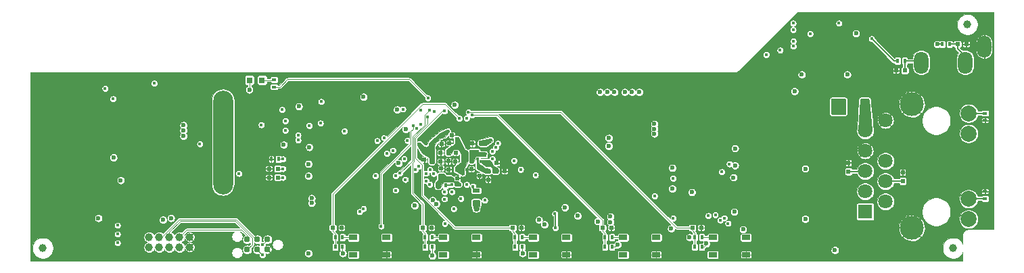
<source format=gbr>
G04 #@! TF.GenerationSoftware,KiCad,Pcbnew,5.1.9-73d0e3b20d~88~ubuntu20.04.1*
G04 #@! TF.CreationDate,2021-01-24T23:08:50+01:00*
G04 #@! TF.ProjectId,CIS,4349532e-6b69-4636-9164-5f7063625858,1.0.0*
G04 #@! TF.SameCoordinates,PX6bc3e40PY635f740*
G04 #@! TF.FileFunction,Copper,L6,Bot*
G04 #@! TF.FilePolarity,Positive*
%FSLAX46Y46*%
G04 Gerber Fmt 4.6, Leading zero omitted, Abs format (unit mm)*
G04 Created by KiCad (PCBNEW 5.1.9-73d0e3b20d~88~ubuntu20.04.1) date 2021-01-24 23:08:50*
%MOMM*%
%LPD*%
G01*
G04 APERTURE LIST*
G04 #@! TA.AperFunction,ComponentPad*
%ADD10C,1.000000*%
G04 #@! TD*
G04 #@! TA.AperFunction,ComponentPad*
%ADD11C,3.000000*%
G04 #@! TD*
G04 #@! TA.AperFunction,ComponentPad*
%ADD12C,2.000000*%
G04 #@! TD*
G04 #@! TA.AperFunction,ComponentPad*
%ADD13C,1.800000*%
G04 #@! TD*
G04 #@! TA.AperFunction,ComponentPad*
%ADD14R,1.800000X1.800000*%
G04 #@! TD*
G04 #@! TA.AperFunction,WasherPad*
%ADD15O,2.500000X13.000000*%
G04 #@! TD*
G04 #@! TA.AperFunction,SMDPad,CuDef*
%ADD16C,1.000000*%
G04 #@! TD*
G04 #@! TA.AperFunction,SMDPad,CuDef*
%ADD17R,0.600000X0.500000*%
G04 #@! TD*
G04 #@! TA.AperFunction,SMDPad,CuDef*
%ADD18R,1.050000X0.650000*%
G04 #@! TD*
G04 #@! TA.AperFunction,SMDPad,CuDef*
%ADD19R,0.500000X0.600000*%
G04 #@! TD*
G04 #@! TA.AperFunction,SMDPad,CuDef*
%ADD20R,0.800000X0.800000*%
G04 #@! TD*
G04 #@! TA.AperFunction,SMDPad,CuDef*
%ADD21R,0.900000X1.700000*%
G04 #@! TD*
G04 #@! TA.AperFunction,ConnectorPad*
%ADD22C,0.787400*%
G04 #@! TD*
G04 #@! TA.AperFunction,SMDPad,CuDef*
%ADD23R,0.900000X0.500000*%
G04 #@! TD*
G04 #@! TA.AperFunction,SMDPad,CuDef*
%ADD24R,0.400000X0.600000*%
G04 #@! TD*
G04 #@! TA.AperFunction,SMDPad,CuDef*
%ADD25R,0.600000X0.400000*%
G04 #@! TD*
G04 #@! TA.AperFunction,ComponentPad*
%ADD26O,1.800000X2.800000*%
G04 #@! TD*
G04 #@! TA.AperFunction,ViaPad*
%ADD27C,0.600000*%
G04 #@! TD*
G04 #@! TA.AperFunction,ViaPad*
%ADD28C,0.450000*%
G04 #@! TD*
G04 #@! TA.AperFunction,Conductor*
%ADD29C,0.125000*%
G04 #@! TD*
G04 #@! TA.AperFunction,Conductor*
%ADD30C,0.091000*%
G04 #@! TD*
G04 #@! TA.AperFunction,Conductor*
%ADD31C,0.200000*%
G04 #@! TD*
G04 #@! TA.AperFunction,Conductor*
%ADD32C,1.500000*%
G04 #@! TD*
G04 APERTURE END LIST*
D10*
X15560000Y3635000D03*
X18100000Y2365000D03*
X16830000Y3635000D03*
X16830000Y2365000D03*
X18100000Y3635000D03*
X15560000Y2365000D03*
X19370000Y3635000D03*
X19370000Y2365000D03*
X20640000Y3635000D03*
X20640000Y2365000D03*
D11*
X111040000Y20260000D03*
X111040000Y4760000D03*
D12*
X118150000Y19140000D03*
X118150000Y16600000D03*
X118150000Y8420000D03*
D13*
X107740000Y18230000D03*
X105200000Y16960000D03*
X105200000Y14420000D03*
X107740000Y13150000D03*
X105200000Y11880000D03*
X107740000Y10610000D03*
X105200000Y9340000D03*
X107740000Y8070000D03*
D12*
X118150000Y5880000D03*
D14*
X105200000Y6800000D03*
D15*
X24800000Y15500000D03*
D16*
X116200000Y2250000D03*
D17*
X52050000Y13100000D03*
X50950000Y13100000D03*
D18*
X79025000Y3575000D03*
X74875000Y3575000D03*
X79025000Y1425000D03*
X74875000Y1425000D03*
D17*
X52150000Y15300000D03*
X51050000Y15300000D03*
X53450000Y16400000D03*
X52350000Y16400000D03*
X52050000Y14200000D03*
X50950000Y14200000D03*
D19*
X52100000Y12250000D03*
X52100000Y11150000D03*
D16*
X118000000Y30250000D03*
D17*
X54150000Y11000000D03*
X53050000Y11000000D03*
X53050000Y12100000D03*
X54150000Y12100000D03*
X53850000Y13100000D03*
X54950000Y13100000D03*
X53950000Y14200000D03*
X55050000Y14200000D03*
X53150000Y15400000D03*
X54250000Y15400000D03*
D16*
X2250000Y2250000D03*
D19*
X103100000Y12950000D03*
X103100000Y11850000D03*
X109900000Y11750000D03*
X109900000Y10650000D03*
D17*
X50900000Y4800000D03*
X49800000Y4800000D03*
X73400000Y4800000D03*
X72300000Y4800000D03*
X39650000Y4800000D03*
X38550000Y4800000D03*
X84650000Y4800000D03*
X83550000Y4800000D03*
X62150000Y4800000D03*
X61050000Y4800000D03*
X109050000Y24500000D03*
X110150000Y24500000D03*
X117850000Y27800000D03*
X116750000Y27800000D03*
D19*
X50000000Y13350000D03*
X50000000Y14450000D03*
X55900000Y12150000D03*
X55900000Y13250000D03*
D17*
X59050000Y12900000D03*
X57950000Y12900000D03*
D19*
X56900000Y11350000D03*
X56900000Y12450000D03*
D20*
X28100000Y23300000D03*
X29700000Y23300000D03*
D21*
X102250000Y20000000D03*
X105150000Y20000000D03*
D22*
X27830000Y3335000D03*
X27830000Y2065000D03*
X29100000Y3335000D03*
X29100000Y2065000D03*
X30370000Y3335000D03*
X30370000Y2065000D03*
D23*
X56500000Y7950000D03*
X56500000Y9450000D03*
X57300000Y13950000D03*
X57300000Y15450000D03*
D24*
X31750000Y13400000D03*
X30850000Y13400000D03*
D25*
X31200000Y22450000D03*
X31200000Y23350000D03*
D24*
X51000000Y3600000D03*
X50100000Y3600000D03*
X73500000Y3600000D03*
X72600000Y3600000D03*
X50100000Y2400000D03*
X51000000Y2400000D03*
X72600000Y2400000D03*
X73500000Y2400000D03*
X38850000Y3600000D03*
X39750000Y3600000D03*
X84750000Y3600000D03*
X83850000Y3600000D03*
X38850000Y2400000D03*
X39750000Y2400000D03*
X83850000Y2400000D03*
X84750000Y2400000D03*
X62250000Y3600000D03*
X61350000Y3600000D03*
X61350000Y2400000D03*
X62250000Y2400000D03*
D25*
X120200000Y9350000D03*
X120200000Y8450000D03*
X120200000Y18250000D03*
X120200000Y19150000D03*
D24*
X115750000Y27800000D03*
X114850000Y27800000D03*
X109250000Y25700000D03*
X110150000Y25700000D03*
X52650000Y10100000D03*
X51750000Y10100000D03*
D18*
X56525000Y3575000D03*
X52375000Y3575000D03*
X56525000Y1425000D03*
X52375000Y1425000D03*
X45275000Y3575000D03*
X41125000Y3575000D03*
X45275000Y1425000D03*
X41125000Y1425000D03*
X90275000Y3575000D03*
X86125000Y3575000D03*
X90275000Y1425000D03*
X86125000Y1425000D03*
X67775000Y3575000D03*
X63625000Y3575000D03*
X67775000Y1425000D03*
X63625000Y1425000D03*
D17*
X31650000Y12200000D03*
X30550000Y12200000D03*
X30550000Y11100000D03*
X31650000Y11100000D03*
D19*
X56000000Y14250000D03*
X56000000Y15350000D03*
D17*
X58950000Y11900000D03*
X60050000Y11900000D03*
D19*
X58000000Y10850000D03*
X58000000Y11950000D03*
X53000000Y14250000D03*
X53000000Y13150000D03*
D26*
X120100000Y27500000D03*
X117700000Y25500000D03*
X112200000Y25500000D03*
D27*
X72000000Y21800000D03*
X72900000Y21800000D03*
X73800000Y21800000D03*
X75100000Y21800000D03*
X76900000Y21800000D03*
X76000000Y21800000D03*
X104050000Y29150000D03*
X102950000Y24000000D03*
X97250000Y24000000D03*
X96350000Y21900000D03*
X88900000Y14750000D03*
X81050000Y9700000D03*
X83500000Y9250000D03*
X73091000Y15050000D03*
X73100000Y16050000D03*
D28*
X54800000Y14733200D03*
X55300000Y13600000D03*
X52900000Y16900000D03*
X51598000Y15760900D03*
D27*
X85300000Y2824968D03*
X81050000Y12300000D03*
X80900000Y4700000D03*
X56500000Y7190001D03*
D28*
X54380000Y10220000D03*
X53448941Y14803043D03*
X49340000Y15290000D03*
D27*
X47683590Y17150000D03*
D28*
X50365158Y13944284D03*
X52079952Y10683900D03*
D27*
X48800000Y7600004D03*
X46600000Y19600008D03*
D28*
X54050000Y15961510D03*
D27*
X28100000Y22100000D03*
D28*
X54800124Y11600000D03*
D27*
X32400000Y15200000D03*
X35500000Y1600000D03*
X35600000Y14900000D03*
X12000000Y10750000D03*
D28*
X58300000Y15800000D03*
D27*
X42400000Y21200000D03*
X17300000Y5800000D03*
X18300000Y6000000D03*
X83200000Y3600000D03*
X74200000Y2700000D03*
X71700000Y5600000D03*
X73300000Y5500000D03*
X73300000Y6200000D03*
X62300000Y1600000D03*
X51000000Y1300000D03*
X39800000Y1600000D03*
D28*
X86427200Y6404300D03*
X63920000Y11410000D03*
X29750000Y1400000D03*
X46400000Y11300000D03*
X47482500Y13442500D03*
X29750000Y2700000D03*
D27*
X81050000Y7300000D03*
X72400000Y7900000D03*
X68950000Y16250000D03*
X101800000Y29750000D03*
X105350000Y30250000D03*
X87577800Y13872200D03*
X86150000Y9075000D03*
X86800000Y9750000D03*
X86775000Y8450000D03*
X87450000Y9075000D03*
X95350000Y12800000D03*
X99200000Y23400000D03*
X98500000Y25200000D03*
X108300000Y24500000D03*
X117850000Y28550000D03*
X105800000Y25150000D03*
X101750000Y25900000D03*
X101000000Y23450000D03*
X94750000Y24750000D03*
X86800000Y19855600D03*
X85800000Y15700000D03*
X85350000Y20550000D03*
X78050000Y19500000D03*
X76550000Y19200000D03*
X75850000Y19200000D03*
X75150000Y19200000D03*
X73900000Y19200000D03*
X73200000Y19200000D03*
X73900000Y14950000D03*
X76600000Y14400000D03*
X77900000Y14250000D03*
X80750000Y8500000D03*
X109900000Y12450000D03*
X102450000Y12950000D03*
X95350000Y6500000D03*
X96500000Y9150000D03*
X96500000Y2800000D03*
X90100000Y14900000D03*
X85500000Y14250000D03*
X83600000Y14150000D03*
X90640000Y5840000D03*
D28*
X53086000Y7085600D03*
D27*
X71400000Y7500000D03*
X68850000Y3850000D03*
X64600000Y2750000D03*
D28*
X59900000Y13900000D03*
X55330000Y14841800D03*
X54398000Y16650000D03*
X52500000Y15834000D03*
X52550000Y14800000D03*
X51533000Y12708700D03*
X50720000Y16645400D03*
D27*
X53350000Y21950000D03*
X45300000Y19300000D03*
X44200000Y19300000D03*
X43100000Y19300000D03*
D28*
X46000000Y13900000D03*
D27*
X60300000Y6300000D03*
X60800000Y7000000D03*
X48700000Y5400000D03*
X21900000Y16300000D03*
X21350000Y17600000D03*
X10250000Y14700000D03*
X9400000Y14700000D03*
X8550000Y14700000D03*
X7750000Y15750000D03*
D28*
X53000000Y20816000D03*
D27*
X14100000Y13600000D03*
X14100000Y12700000D03*
X14100000Y14450000D03*
X74950000Y14950000D03*
X88200000Y3100000D03*
X90850000Y12100000D03*
X79700000Y14500000D03*
X70099976Y3900000D03*
X65800000Y2800000D03*
X57700000Y6100000D03*
X57384587Y10756460D03*
X60800000Y10700000D03*
D28*
X59700014Y12900000D03*
X58070000Y13900000D03*
X54850000Y9770000D03*
X56212917Y11162454D03*
X55300000Y12070000D03*
X51170000Y10680000D03*
X53050000Y11566002D03*
X51590000Y14770000D03*
X50240000Y15270000D03*
X50240000Y12530000D03*
D27*
X47900000Y8500000D03*
X44099995Y12800005D03*
X44900000Y13600014D03*
X45299990Y16600000D03*
X45300004Y17700000D03*
X47600000Y21500000D03*
X61600000Y15400000D03*
X53700000Y6200000D03*
X54150000Y22750000D03*
X21200000Y5000000D03*
D28*
X53460000Y8370000D03*
D27*
X16250000Y12600000D03*
X62500000Y7800000D03*
X34800000Y20600000D03*
X29700000Y12200000D03*
X32700000Y10300000D03*
X33700000Y4400000D03*
X31400000Y4100000D03*
X33500000Y9600000D03*
X34900000Y9600000D03*
X29700000Y11100000D03*
X30100000Y13400000D03*
X37200000Y13200000D03*
X38000000Y9400000D03*
X8500000Y23500000D03*
X10700000Y23800000D03*
X12500000Y21900000D03*
X12200000Y22800000D03*
X9100000Y21600000D03*
X9700000Y12500000D03*
X8100000Y6000000D03*
X17900000Y10700000D03*
X16350000Y21950000D03*
X6400000Y14400000D03*
X6400000Y13700000D03*
X7000000Y14000000D03*
X47100000Y21900000D03*
X48100000Y21900000D03*
X43400000Y22000000D03*
X31200000Y1800000D03*
X91300000Y1400000D03*
X84200000Y6000000D03*
X80000000Y1400000D03*
X74100000Y4800000D03*
X66800000Y3274950D03*
X68800000Y1400000D03*
X63100000Y2800000D03*
X57600000Y1400000D03*
X46300000Y1400000D03*
X40500000Y4700000D03*
X50300000Y5500000D03*
X61800000Y5600000D03*
X120200000Y17500000D03*
X120200000Y10100000D03*
X9200000Y6000000D03*
X11100000Y13600000D03*
D28*
X32300000Y13400000D03*
X42400000Y7200000D03*
X41900000Y6800000D03*
X52570100Y5319800D03*
X46400000Y9500000D03*
D27*
X97700000Y12200000D03*
X97700000Y5900000D03*
X101400000Y2000000D03*
X89900000Y4600000D03*
X88800000Y6800000D03*
X88700000Y11100000D03*
X88900000Y12600000D03*
X101200000Y20700000D03*
X101200000Y19250000D03*
X101200000Y20000000D03*
X78800000Y17200000D03*
X78800000Y17800000D03*
X78800000Y16600000D03*
X19850000Y17650008D03*
X19850000Y16999980D03*
X19850000Y16300014D03*
X34300000Y20000000D03*
X35500000Y12800000D03*
X35500000Y11300000D03*
X35900000Y8500000D03*
X35900000Y7900000D03*
X67600000Y7350000D03*
X69199984Y6300000D03*
D28*
X57130000Y13066104D03*
X32300000Y12200000D03*
X32300000Y11100000D03*
X58520000Y13440000D03*
X11600000Y2900000D03*
X58503200Y14362200D03*
X11600000Y4000000D03*
X58961800Y14853300D03*
X11600000Y5100000D03*
X50440420Y18729167D03*
X55985400Y18914600D03*
X54367200Y18500200D03*
X55523600Y19276400D03*
X52540147Y19419800D03*
X56100000Y10000000D03*
D27*
X46800000Y12900000D03*
X53800000Y20200000D03*
X51500000Y7800000D03*
X51050000Y8250000D03*
D28*
X55300000Y10205300D03*
X56659528Y14359285D03*
D27*
X64350000Y5800000D03*
X65050000Y5200000D03*
D28*
X56660000Y13447200D03*
X87238000Y11799800D03*
X88200000Y12800000D03*
X48861900Y12063100D03*
X32600000Y18200000D03*
X40000000Y16900000D03*
X35600000Y17600000D03*
X50241300Y11617800D03*
X32600000Y17000000D03*
X34200000Y16400000D03*
X45300000Y14100000D03*
X34200000Y15800000D03*
X43900000Y11300000D03*
X55290100Y18540000D03*
X37100000Y20600000D03*
X49337900Y12523100D03*
X37000000Y17900000D03*
X49538594Y17777273D03*
X16200000Y22900000D03*
X51232911Y19406727D03*
X11050000Y20950000D03*
X47889100Y15729700D03*
X10050000Y22250000D03*
X66413051Y4793475D03*
X66350068Y6550000D03*
X50444800Y21055200D03*
X81150000Y11000000D03*
X81175000Y6000000D03*
D27*
X114200000Y27800000D03*
D28*
X106000000Y28475000D03*
X53449994Y10230000D03*
X48600000Y17600000D03*
X44600000Y5000000D03*
X59213200Y15387700D03*
X101904200Y30425000D03*
X61240700Y13200010D03*
X92802227Y26490973D03*
X85550000Y6300000D03*
X62055300Y12099990D03*
X49038262Y17231328D03*
X21900000Y15300000D03*
X57562500Y8234400D03*
X94543500Y27042900D03*
X44971226Y16079060D03*
X29600000Y17700000D03*
X44100000Y15700000D03*
X26800000Y11600000D03*
X50701100Y12081200D03*
X96199800Y28180800D03*
X78833500Y8771400D03*
X98300000Y29100000D03*
X53459800Y9304500D03*
X51160900Y11591900D03*
X88025000Y5350000D03*
X52540200Y9304500D03*
X96179100Y29611200D03*
X96172500Y30425000D03*
X54589566Y8457011D03*
X46067200Y14494700D03*
X32200000Y19600000D03*
X50687100Y10238400D03*
X87550000Y6025000D03*
X52540200Y8399200D03*
X49550000Y19500000D03*
X53688300Y7172400D03*
X96183300Y27540500D03*
X50650000Y19550000D03*
X46925000Y11625000D03*
X47315944Y19659157D03*
X47625000Y10850000D03*
X50241300Y10672500D03*
X87050000Y5756900D03*
D29*
X52250000Y11000000D02*
X52100000Y11150000D01*
X54950000Y13100000D02*
X55000000Y13100000D01*
X52350000Y16400000D02*
X52400000Y16400000D01*
X51050000Y15300000D02*
X51137000Y15300000D01*
X53000000Y14250000D02*
X53000000Y14354102D01*
X50370874Y13950000D02*
X50365158Y13944284D01*
X28100000Y23300000D02*
X28100000Y22100000D01*
X85300000Y2700000D02*
X85300000Y2824968D01*
X85000000Y2400000D02*
X85300000Y2700000D01*
X84750000Y2400000D02*
X85000000Y2400000D01*
X73900000Y2400000D02*
X74200000Y2700000D01*
X73500000Y2400000D02*
X73900000Y2400000D01*
X62250000Y1650000D02*
X62300000Y1600000D01*
X62250000Y2400000D02*
X62250000Y1650000D01*
X51000000Y2400000D02*
X51000000Y1300000D01*
X39750000Y1650000D02*
X39800000Y1600000D01*
X39750000Y2400000D02*
X39750000Y1650000D01*
D30*
X27830000Y3870000D02*
X27830000Y3335000D01*
X27150000Y4550000D02*
X27830000Y3870000D01*
X20285000Y4550000D02*
X27150000Y4550000D01*
X19370000Y3635000D02*
X20285000Y4550000D01*
X29100000Y2050000D02*
X29100000Y2065000D01*
X29750000Y1400000D02*
X29100000Y2050000D01*
X30370000Y3320000D02*
X29750000Y2700000D01*
X30370000Y3335000D02*
X30370000Y3320000D01*
D29*
X103100000Y12950000D02*
X102450000Y12950000D01*
X60050000Y11450000D02*
X60800000Y10700000D01*
X60050000Y11900000D02*
X60050000Y11450000D01*
X59050000Y12900000D02*
X59700014Y12900000D01*
X55380000Y12150000D02*
X55300000Y12070000D01*
X55900000Y12150000D02*
X55380000Y12150000D01*
X53050000Y11566002D02*
X53050000Y12100000D01*
X50000000Y12770000D02*
X50240000Y12530000D01*
X50000000Y13350000D02*
X50000000Y12770000D01*
X57478127Y10850000D02*
X57384587Y10756460D01*
X58000000Y10850000D02*
X57478127Y10850000D01*
X56400463Y11350000D02*
X56212917Y11162454D01*
X56900000Y11350000D02*
X56400463Y11350000D01*
X30550000Y12200000D02*
X29700000Y12200000D01*
X29700000Y11100000D02*
X30550000Y11100000D01*
X30100000Y13400000D02*
X30850000Y13400000D01*
X91275000Y1425000D02*
X91300000Y1400000D01*
X90275000Y1425000D02*
X91275000Y1425000D01*
X84650000Y5550000D02*
X84200000Y6000000D01*
X84650000Y4800000D02*
X84650000Y5550000D01*
X79975000Y1425000D02*
X80000000Y1400000D01*
X79025000Y1425000D02*
X79975000Y1425000D01*
X73400000Y4800000D02*
X74100000Y4800000D01*
X68775000Y1425000D02*
X68800000Y1400000D01*
X67775000Y1425000D02*
X68775000Y1425000D01*
X57575000Y1425000D02*
X57600000Y1400000D01*
X56525000Y1425000D02*
X57575000Y1425000D01*
X46275000Y1425000D02*
X46300000Y1400000D01*
X45275000Y1425000D02*
X46275000Y1425000D01*
X40400000Y4800000D02*
X40500000Y4700000D01*
X39650000Y4800000D02*
X40400000Y4800000D01*
X50900000Y4800000D02*
X50900000Y5300000D01*
X50700000Y5500000D02*
X50300000Y5500000D01*
X50900000Y5300000D02*
X50700000Y5500000D01*
X62150000Y5250000D02*
X61800000Y5600000D01*
X62150000Y4800000D02*
X62150000Y5250000D01*
X120200000Y18250000D02*
X120200000Y17500000D01*
D31*
X120200000Y9350000D02*
X120200000Y10100000D01*
D30*
X32300000Y13400000D02*
X31750000Y13400000D01*
X28450000Y2685000D02*
X27830000Y2065000D01*
X28450000Y3550000D02*
X28450000Y2685000D01*
X26341700Y5658300D02*
X28450000Y3550000D01*
X19458300Y5658300D02*
X26341700Y5658300D01*
X18100000Y4300000D02*
X19458300Y5658300D01*
X18100000Y3635000D02*
X18100000Y4300000D01*
X19340600Y5840600D02*
X17135000Y3635000D01*
X26418775Y5840600D02*
X19340600Y5840600D01*
X17135000Y3635000D02*
X16830000Y3635000D01*
X28924375Y3335000D02*
X26418775Y5840600D01*
X29100000Y3335000D02*
X28924375Y3335000D01*
D31*
X107805000Y10650000D02*
X107750000Y10595000D01*
X109900000Y10650000D02*
X107805000Y10650000D01*
X103115000Y11865000D02*
X103100000Y11850000D01*
X105210000Y11865000D02*
X103115000Y11865000D01*
X107780000Y10650000D02*
X107740000Y10610000D01*
X109900000Y10650000D02*
X107780000Y10650000D01*
X105170000Y11850000D02*
X105200000Y11880000D01*
X103100000Y11850000D02*
X105170000Y11850000D01*
D29*
X102250000Y20000000D02*
X101200000Y20000000D01*
D30*
X31650000Y12200000D02*
X32300000Y12200000D01*
X32300000Y11100000D02*
X31650000Y11100000D01*
X50100000Y2400000D02*
X50100000Y3600000D01*
X50100000Y4100000D02*
X50100000Y3600000D01*
X49800000Y4400000D02*
X50100000Y4100000D01*
X49800000Y4800000D02*
X49800000Y4400000D01*
X50440420Y17840420D02*
X50440420Y18729167D01*
X48714200Y16114200D02*
X50440420Y17840420D01*
X48714200Y13114200D02*
X48714200Y16114200D01*
X48500000Y9100000D02*
X48500000Y12900000D01*
X49800000Y7800000D02*
X48500000Y9100000D01*
X48500000Y12900000D02*
X48714200Y13114200D01*
X49800000Y4800000D02*
X49800000Y7800000D01*
X72600000Y2400000D02*
X72600000Y3600000D01*
X72300000Y4800000D02*
X72300000Y4400000D01*
X72600000Y4100000D02*
X72600000Y3600000D01*
X72300000Y4400000D02*
X72600000Y4100000D01*
X72300000Y4800000D02*
X72300000Y5700000D01*
X59085400Y18914600D02*
X57185400Y18914600D01*
X72300000Y5700000D02*
X59085400Y18914600D01*
X55985400Y18914600D02*
X57185400Y18914600D01*
X52592400Y20275000D02*
X54367200Y18500200D01*
X49775000Y20275000D02*
X52592400Y20275000D01*
X38850000Y2400000D02*
X38850000Y3600000D01*
X38550000Y4800000D02*
X38550000Y4350000D01*
X38850000Y4050000D02*
X38850000Y3600000D01*
X38550000Y4350000D02*
X38850000Y4050000D01*
X38550000Y9050000D02*
X42250000Y12750000D01*
X38550000Y4800000D02*
X38550000Y9050000D01*
X42250000Y12750000D02*
X49775000Y20275000D01*
X67091400Y19276400D02*
X81567800Y4800000D01*
X55523600Y19276400D02*
X67091400Y19276400D01*
X83850000Y2400000D02*
X83850000Y3600000D01*
X83550000Y4800000D02*
X83550000Y4450000D01*
X83850000Y4150000D02*
X83850000Y3600000D01*
X83550000Y4450000D02*
X83850000Y4150000D01*
X83550000Y4800000D02*
X81567800Y4800000D01*
X49762500Y8837500D02*
X53800000Y4800000D01*
X49762500Y12662500D02*
X49762500Y8837500D01*
X48896500Y16021500D02*
X48896500Y13528500D01*
X48896500Y13528500D02*
X49762500Y12662500D01*
X52294800Y19419800D02*
X48896500Y16021500D01*
X53800000Y4800000D02*
X58450000Y4800000D01*
X52540147Y19419800D02*
X52294800Y19419800D01*
X61350000Y3600000D02*
X61350000Y2400000D01*
X61350000Y3600000D02*
X61350000Y4050000D01*
X61050000Y4350000D02*
X61050000Y4800000D01*
X61350000Y4050000D02*
X61050000Y4350000D01*
X58450000Y4800000D02*
X61050000Y4800000D01*
D31*
X110150000Y24500000D02*
X110150000Y25700000D01*
X112000000Y25700000D02*
X112200000Y25500000D01*
X110150000Y25700000D02*
X112000000Y25700000D01*
X116750000Y27800000D02*
X115750000Y27800000D01*
X116750000Y27800000D02*
X116750000Y27250000D01*
X117700000Y26300000D02*
X117700000Y25500000D01*
X116750000Y27250000D02*
X117700000Y26300000D01*
X56100000Y9800000D02*
X56100000Y10000000D01*
X56450000Y9450000D02*
X56100000Y9800000D01*
X56500000Y9450000D02*
X56450000Y9450000D01*
D30*
X31150000Y23300000D02*
X31200000Y23350000D01*
X29700000Y23300000D02*
X31150000Y23300000D01*
D31*
X105150000Y17005000D02*
X105210000Y16945000D01*
X105150000Y20000000D02*
X105150000Y17005000D01*
X118205000Y8450000D02*
X118160000Y8405000D01*
X118180000Y8450000D02*
X118150000Y8420000D01*
X120200000Y8450000D02*
X118180000Y8450000D01*
X118185000Y19150000D02*
X118160000Y19125000D01*
X118160000Y19150000D02*
X118150000Y19140000D01*
X120200000Y19150000D02*
X118160000Y19150000D01*
X66413051Y4793475D02*
X66413051Y6487017D01*
X66413051Y6487017D02*
X66350068Y6550000D01*
D30*
X48100000Y23400000D02*
X50444800Y21055200D01*
X32900000Y23400000D02*
X48100000Y23400000D01*
X31950000Y22450000D02*
X32900000Y23400000D01*
X31200000Y22450000D02*
X31950000Y22450000D01*
X51025000Y3575000D02*
X51000000Y3600000D01*
X52375000Y3575000D02*
X51025000Y3575000D01*
X74850000Y3600000D02*
X74875000Y3575000D01*
X73500000Y3600000D02*
X74850000Y3600000D01*
X41100000Y3600000D02*
X41125000Y3575000D01*
X39750000Y3600000D02*
X41100000Y3600000D01*
X86100000Y3600000D02*
X86125000Y3575000D01*
X84750000Y3600000D02*
X86100000Y3600000D01*
X63600000Y3600000D02*
X63625000Y3575000D01*
X62250000Y3600000D02*
X63600000Y3600000D01*
D31*
X114850000Y27800000D02*
X114200000Y27800000D01*
X108800000Y25700000D02*
X109250000Y25700000D01*
X106025000Y28475000D02*
X108800000Y25700000D01*
X106000000Y28475000D02*
X106025000Y28475000D01*
X53319994Y10100000D02*
X52650000Y10100000D01*
X53449994Y10230000D02*
X53319994Y10100000D01*
D30*
X48600000Y17200000D02*
X48600000Y17600000D01*
X48325000Y16925000D02*
X48600000Y17200000D01*
X48325000Y15325000D02*
X48325000Y16925000D01*
X44600000Y11600000D02*
X48325000Y15325000D01*
X44600000Y5000000D02*
X44600000Y11600000D01*
X48525000Y16200000D02*
X48525000Y13225000D01*
X50025001Y17700001D02*
X48525000Y16200000D01*
X48525000Y13225000D02*
X46925000Y11625000D01*
X50025001Y18925001D02*
X50025001Y17700001D01*
X50650000Y19550000D02*
X50025001Y18925001D01*
X56575940Y14541916D02*
X56629578Y14506076D01*
X56809248Y14326406D01*
X56816142Y14320747D01*
X56881027Y14277392D01*
X56888894Y14273188D01*
X56897429Y14270598D01*
X56973966Y14255374D01*
X56982843Y14254500D01*
X57595517Y14254500D01*
X57658783Y14241916D01*
X57708617Y14208617D01*
X57741916Y14158783D01*
X57754500Y14095517D01*
X57754500Y14078503D01*
X57749643Y14071234D01*
X57722392Y14005446D01*
X57708500Y13935605D01*
X57708500Y13864395D01*
X57719718Y13807997D01*
X57708617Y13791383D01*
X57658783Y13758084D01*
X57595517Y13745500D01*
X56864245Y13745500D01*
X56831234Y13767557D01*
X56765446Y13794808D01*
X56695605Y13808700D01*
X56624395Y13808700D01*
X56554554Y13794808D01*
X56488766Y13767557D01*
X56429557Y13727995D01*
X56379205Y13677643D01*
X56339643Y13618434D01*
X56312392Y13552646D01*
X56298500Y13482805D01*
X56298500Y13425584D01*
X56157682Y13050068D01*
X56122409Y12993903D01*
X56071764Y12958807D01*
X56006788Y12945500D01*
X55804483Y12945500D01*
X55741217Y12958084D01*
X55691383Y12991383D01*
X55658084Y13041217D01*
X55645500Y13104483D01*
X55645500Y13489465D01*
X55647608Y13494554D01*
X55661500Y13564395D01*
X55661500Y13635605D01*
X55647608Y13705446D01*
X55645500Y13710535D01*
X55645500Y14395517D01*
X55658084Y14458783D01*
X55691383Y14508617D01*
X55741217Y14541916D01*
X55804483Y14554500D01*
X56512674Y14554500D01*
X56575940Y14541916D01*
G04 #@! TA.AperFunction,Conductor*
D32*
G36*
X56575940Y14541916D02*
G01*
X56629578Y14506076D01*
X56809248Y14326406D01*
X56816142Y14320747D01*
X56881027Y14277392D01*
X56888894Y14273188D01*
X56897429Y14270598D01*
X56973966Y14255374D01*
X56982843Y14254500D01*
X57595517Y14254500D01*
X57658783Y14241916D01*
X57708617Y14208617D01*
X57741916Y14158783D01*
X57754500Y14095517D01*
X57754500Y14078503D01*
X57749643Y14071234D01*
X57722392Y14005446D01*
X57708500Y13935605D01*
X57708500Y13864395D01*
X57719718Y13807997D01*
X57708617Y13791383D01*
X57658783Y13758084D01*
X57595517Y13745500D01*
X56864245Y13745500D01*
X56831234Y13767557D01*
X56765446Y13794808D01*
X56695605Y13808700D01*
X56624395Y13808700D01*
X56554554Y13794808D01*
X56488766Y13767557D01*
X56429557Y13727995D01*
X56379205Y13677643D01*
X56339643Y13618434D01*
X56312392Y13552646D01*
X56298500Y13482805D01*
X56298500Y13425584D01*
X56157682Y13050068D01*
X56122409Y12993903D01*
X56071764Y12958807D01*
X56006788Y12945500D01*
X55804483Y12945500D01*
X55741217Y12958084D01*
X55691383Y12991383D01*
X55658084Y13041217D01*
X55645500Y13104483D01*
X55645500Y13489465D01*
X55647608Y13494554D01*
X55661500Y13564395D01*
X55661500Y13635605D01*
X55647608Y13705446D01*
X55645500Y13710535D01*
X55645500Y14395517D01*
X55658084Y14458783D01*
X55691383Y14508617D01*
X55741217Y14541916D01*
X55804483Y14554500D01*
X56512674Y14554500D01*
X56575940Y14541916D01*
G37*
G04 #@! TD.AperFunction*
D30*
X56739440Y13415176D02*
X56754500Y13378819D01*
X56754500Y13090754D01*
X56755528Y13081136D01*
X56773401Y12998492D01*
X56776132Y12990001D01*
X56776778Y12988884D01*
X56782392Y12960658D01*
X56809643Y12894870D01*
X56849205Y12835661D01*
X56899557Y12785309D01*
X56958766Y12745747D01*
X57024554Y12718496D01*
X57060881Y12711270D01*
X57513484Y12315243D01*
X57520087Y12310439D01*
X57581443Y12273733D01*
X57589509Y12269926D01*
X57596669Y12268012D01*
X57667014Y12255233D01*
X57675147Y12254500D01*
X57912674Y12254500D01*
X57975940Y12241916D01*
X58029578Y12206076D01*
X58206076Y12029578D01*
X58241916Y11975940D01*
X58254500Y11912674D01*
X58254500Y11804483D01*
X58241916Y11741217D01*
X58208617Y11691383D01*
X58158783Y11658084D01*
X58095517Y11645500D01*
X57752513Y11645500D01*
X57673378Y11664182D01*
X56636576Y12182582D01*
X56570106Y12243329D01*
X56545500Y12329944D01*
X56545500Y13212674D01*
X56558084Y13275940D01*
X56593924Y13329578D01*
X56675773Y13411427D01*
X56712132Y13426488D01*
X56739440Y13415176D01*
G04 #@! TA.AperFunction,Conductor*
D32*
G36*
X56739440Y13415176D02*
G01*
X56754500Y13378819D01*
X56754500Y13090754D01*
X56755528Y13081136D01*
X56773401Y12998492D01*
X56776132Y12990001D01*
X56776778Y12988884D01*
X56782392Y12960658D01*
X56809643Y12894870D01*
X56849205Y12835661D01*
X56899557Y12785309D01*
X56958766Y12745747D01*
X57024554Y12718496D01*
X57060881Y12711270D01*
X57513484Y12315243D01*
X57520087Y12310439D01*
X57581443Y12273733D01*
X57589509Y12269926D01*
X57596669Y12268012D01*
X57667014Y12255233D01*
X57675147Y12254500D01*
X57912674Y12254500D01*
X57975940Y12241916D01*
X58029578Y12206076D01*
X58206076Y12029578D01*
X58241916Y11975940D01*
X58254500Y11912674D01*
X58254500Y11804483D01*
X58241916Y11741217D01*
X58208617Y11691383D01*
X58158783Y11658084D01*
X58095517Y11645500D01*
X57752513Y11645500D01*
X57673378Y11664182D01*
X56636576Y12182582D01*
X56570106Y12243329D01*
X56545500Y12329944D01*
X56545500Y13212674D01*
X56558084Y13275940D01*
X56593924Y13329578D01*
X56675773Y13411427D01*
X56712132Y13426488D01*
X56739440Y13415176D01*
G37*
G04 #@! TD.AperFunction*
D30*
X58215164Y13245536D02*
X58239205Y13209557D01*
X58289557Y13159205D01*
X58327246Y13134022D01*
X58580730Y12590842D01*
X58585276Y12583168D01*
X58588879Y12578845D01*
X58675296Y12487328D01*
X58682026Y12481474D01*
X58686806Y12478505D01*
X59167822Y12219496D01*
X59231181Y12158895D01*
X59254500Y12074379D01*
X59254500Y11804483D01*
X59241916Y11741217D01*
X59208617Y11691383D01*
X59158783Y11658084D01*
X59095517Y11645500D01*
X58704483Y11645500D01*
X58641217Y11658084D01*
X58591383Y11691383D01*
X58558084Y11741217D01*
X58545500Y11804483D01*
X58545500Y12167157D01*
X58544626Y12176034D01*
X58529402Y12252571D01*
X58526813Y12261106D01*
X58522608Y12268973D01*
X58479253Y12333858D01*
X58473594Y12340752D01*
X58390752Y12423594D01*
X58383858Y12429253D01*
X58318973Y12472608D01*
X58311106Y12476812D01*
X58302571Y12479402D01*
X58226034Y12494626D01*
X58217157Y12495500D01*
X57824050Y12495500D01*
X57718061Y12530830D01*
X57098394Y12995579D01*
X57059696Y13043174D01*
X57049012Y13097710D01*
X57066894Y13156387D01*
X57077722Y13174435D01*
X57137881Y13233095D01*
X57219131Y13254500D01*
X58168311Y13254500D01*
X58215164Y13245536D01*
G04 #@! TA.AperFunction,Conductor*
D32*
G36*
X58215164Y13245536D02*
G01*
X58239205Y13209557D01*
X58289557Y13159205D01*
X58327246Y13134022D01*
X58580730Y12590842D01*
X58585276Y12583168D01*
X58588879Y12578845D01*
X58675296Y12487328D01*
X58682026Y12481474D01*
X58686806Y12478505D01*
X59167822Y12219496D01*
X59231181Y12158895D01*
X59254500Y12074379D01*
X59254500Y11804483D01*
X59241916Y11741217D01*
X59208617Y11691383D01*
X59158783Y11658084D01*
X59095517Y11645500D01*
X58704483Y11645500D01*
X58641217Y11658084D01*
X58591383Y11691383D01*
X58558084Y11741217D01*
X58545500Y11804483D01*
X58545500Y12167157D01*
X58544626Y12176034D01*
X58529402Y12252571D01*
X58526813Y12261106D01*
X58522608Y12268973D01*
X58479253Y12333858D01*
X58473594Y12340752D01*
X58390752Y12423594D01*
X58383858Y12429253D01*
X58318973Y12472608D01*
X58311106Y12476812D01*
X58302571Y12479402D01*
X58226034Y12494626D01*
X58217157Y12495500D01*
X57824050Y12495500D01*
X57718061Y12530830D01*
X57098394Y12995579D01*
X57059696Y13043174D01*
X57049012Y13097710D01*
X57066894Y13156387D01*
X57077722Y13174435D01*
X57137881Y13233095D01*
X57219131Y13254500D01*
X58168311Y13254500D01*
X58215164Y13245536D01*
G37*
G04 #@! TD.AperFunction*
D30*
X105590610Y20934963D02*
X105645759Y20884875D01*
X105672677Y20809228D01*
X106033126Y17069561D01*
X106025467Y17001623D01*
X105993420Y16946802D01*
X105941924Y16909642D01*
X105875038Y16895500D01*
X104517067Y16895500D01*
X104451527Y16909049D01*
X104400627Y16944748D01*
X104368054Y16997703D01*
X104358471Y17063934D01*
X104583748Y20803544D01*
X104608971Y20881762D01*
X104664476Y20934025D01*
X104744074Y20954500D01*
X105512728Y20954500D01*
X105590610Y20934963D01*
G04 #@! TA.AperFunction,Conductor*
D32*
G36*
X105590610Y20934963D02*
G01*
X105645759Y20884875D01*
X105672677Y20809228D01*
X106033126Y17069561D01*
X106025467Y17001623D01*
X105993420Y16946802D01*
X105941924Y16909642D01*
X105875038Y16895500D01*
X104517067Y16895500D01*
X104451527Y16909049D01*
X104400627Y16944748D01*
X104368054Y16997703D01*
X104358471Y17063934D01*
X104583748Y20803544D01*
X104608971Y20881762D01*
X104664476Y20934025D01*
X104744074Y20954500D01*
X105512728Y20954500D01*
X105590610Y20934963D01*
G37*
G04 #@! TD.AperFunction*
D30*
X102658783Y20941916D02*
X102708617Y20908617D01*
X102741916Y20858783D01*
X102754500Y20795517D01*
X102754500Y19154483D01*
X102741916Y19091217D01*
X102708617Y19041383D01*
X102658783Y19008084D01*
X102595517Y18995500D01*
X101104483Y18995500D01*
X101041217Y19008084D01*
X100991383Y19041383D01*
X100958084Y19091217D01*
X100945500Y19154483D01*
X100945500Y20795517D01*
X100958084Y20858783D01*
X100991383Y20908617D01*
X101041217Y20941916D01*
X101104483Y20954500D01*
X102595517Y20954500D01*
X102658783Y20941916D01*
G04 #@! TA.AperFunction,Conductor*
D32*
G36*
X102658783Y20941916D02*
G01*
X102708617Y20908617D01*
X102741916Y20858783D01*
X102754500Y20795517D01*
X102754500Y19154483D01*
X102741916Y19091217D01*
X102708617Y19041383D01*
X102658783Y19008084D01*
X102595517Y18995500D01*
X101104483Y18995500D01*
X101041217Y19008084D01*
X100991383Y19041383D01*
X100958084Y19091217D01*
X100945500Y19154483D01*
X100945500Y20795517D01*
X100958084Y20858783D01*
X100991383Y20908617D01*
X101041217Y20941916D01*
X101104483Y20954500D01*
X102595517Y20954500D01*
X102658783Y20941916D01*
G37*
G04 #@! TD.AperFunction*
D30*
X121304501Y4595500D02*
X118134167Y4595500D01*
X118100000Y4598865D01*
X118065834Y4595500D01*
X118065833Y4595500D01*
X117963658Y4585437D01*
X117832556Y4545667D01*
X117711731Y4481085D01*
X117605828Y4394172D01*
X117518915Y4288269D01*
X117454333Y4167444D01*
X117414563Y4036342D01*
X117401135Y3900000D01*
X117404501Y3865823D01*
X117404501Y2779645D01*
X117365781Y2873123D01*
X117221815Y3088582D01*
X117038582Y3271815D01*
X116823123Y3415781D01*
X116583717Y3514946D01*
X116329565Y3565500D01*
X116070435Y3565500D01*
X115816283Y3514946D01*
X115576877Y3415781D01*
X115361418Y3271815D01*
X115178185Y3088582D01*
X115034219Y2873123D01*
X114935054Y2633717D01*
X114884500Y2379565D01*
X114884500Y2120435D01*
X114935054Y1866283D01*
X115034219Y1626877D01*
X115178185Y1411418D01*
X115361418Y1228185D01*
X115576877Y1084219D01*
X115816283Y985054D01*
X116070435Y934500D01*
X116329565Y934500D01*
X116583717Y985054D01*
X116823123Y1084219D01*
X117038582Y1228185D01*
X117221815Y1411418D01*
X117365781Y1626877D01*
X117404500Y1720354D01*
X117404500Y695500D01*
X695500Y695500D01*
X695500Y2379565D01*
X934500Y2379565D01*
X934500Y2120435D01*
X985054Y1866283D01*
X1084219Y1626877D01*
X1228185Y1411418D01*
X1411418Y1228185D01*
X1626877Y1084219D01*
X1866283Y985054D01*
X2120435Y934500D01*
X2379565Y934500D01*
X2633717Y985054D01*
X2873123Y1084219D01*
X3088582Y1228185D01*
X3271815Y1411418D01*
X3415781Y1626877D01*
X3514946Y1866283D01*
X3565500Y2120435D01*
X3565500Y2379565D01*
X3514946Y2633717D01*
X3415781Y2873123D01*
X3370149Y2941416D01*
X11179500Y2941416D01*
X11179500Y2858584D01*
X11195659Y2777345D01*
X11227357Y2700818D01*
X11273376Y2631947D01*
X11331947Y2573376D01*
X11400818Y2527357D01*
X11477345Y2495659D01*
X11558584Y2479500D01*
X11641416Y2479500D01*
X11722655Y2495659D01*
X11799182Y2527357D01*
X11868053Y2573376D01*
X11926624Y2631947D01*
X11972643Y2700818D01*
X12004341Y2777345D01*
X12020500Y2858584D01*
X12020500Y2941416D01*
X12004341Y3022655D01*
X11972643Y3099182D01*
X11926624Y3168053D01*
X11868053Y3226624D01*
X11799182Y3272643D01*
X11722655Y3304341D01*
X11641416Y3320500D01*
X11558584Y3320500D01*
X11477345Y3304341D01*
X11400818Y3272643D01*
X11331947Y3226624D01*
X11273376Y3168053D01*
X11227357Y3099182D01*
X11195659Y3022655D01*
X11179500Y2941416D01*
X3370149Y2941416D01*
X3271815Y3088582D01*
X3088582Y3271815D01*
X2873123Y3415781D01*
X2633717Y3514946D01*
X2379565Y3565500D01*
X2120435Y3565500D01*
X1866283Y3514946D01*
X1626877Y3415781D01*
X1411418Y3271815D01*
X1228185Y3088582D01*
X1084219Y2873123D01*
X985054Y2633717D01*
X934500Y2379565D01*
X695500Y2379565D01*
X695500Y4041416D01*
X11179500Y4041416D01*
X11179500Y3958584D01*
X11195659Y3877345D01*
X11227357Y3800818D01*
X11273376Y3731947D01*
X11331947Y3673376D01*
X11400818Y3627357D01*
X11477345Y3595659D01*
X11558584Y3579500D01*
X11641416Y3579500D01*
X11722655Y3595659D01*
X11799182Y3627357D01*
X11868053Y3673376D01*
X11898178Y3703501D01*
X14864500Y3703501D01*
X14864500Y3566499D01*
X14891228Y3432130D01*
X14943656Y3305557D01*
X15019770Y3191645D01*
X15116645Y3094770D01*
X15230557Y3018656D01*
X15275597Y3000000D01*
X15230557Y2981344D01*
X15116645Y2905230D01*
X15019770Y2808355D01*
X14943656Y2694443D01*
X14891228Y2567870D01*
X14864500Y2433501D01*
X14864500Y2296499D01*
X14891228Y2162130D01*
X14943656Y2035557D01*
X15019770Y1921645D01*
X15116645Y1824770D01*
X15230557Y1748656D01*
X15357130Y1696228D01*
X15491499Y1669500D01*
X15628501Y1669500D01*
X15762870Y1696228D01*
X15889443Y1748656D01*
X16003355Y1824770D01*
X16100230Y1921645D01*
X16176344Y2035557D01*
X16195000Y2080597D01*
X16213656Y2035557D01*
X16289770Y1921645D01*
X16386645Y1824770D01*
X16500557Y1748656D01*
X16627130Y1696228D01*
X16761499Y1669500D01*
X16898501Y1669500D01*
X17032870Y1696228D01*
X17159443Y1748656D01*
X17273355Y1824770D01*
X17370230Y1921645D01*
X17446344Y2035557D01*
X17465000Y2080597D01*
X17483656Y2035557D01*
X17559770Y1921645D01*
X17656645Y1824770D01*
X17770557Y1748656D01*
X17897130Y1696228D01*
X18031499Y1669500D01*
X18168501Y1669500D01*
X18302870Y1696228D01*
X18429443Y1748656D01*
X18543355Y1824770D01*
X18640230Y1921645D01*
X18716344Y2035557D01*
X18735000Y2080597D01*
X18753656Y2035557D01*
X18829770Y1921645D01*
X18926645Y1824770D01*
X19040557Y1748656D01*
X19167130Y1696228D01*
X19301499Y1669500D01*
X19438501Y1669500D01*
X19572870Y1696228D01*
X19699443Y1748656D01*
X19813355Y1824770D01*
X19905112Y1916527D01*
X20233247Y1916527D01*
X20288331Y1830780D01*
X20399309Y1772437D01*
X20519537Y1736867D01*
X20644395Y1725435D01*
X20769083Y1738582D01*
X20812368Y1752038D01*
X25869200Y1752038D01*
X25869200Y1615962D01*
X25895748Y1482501D01*
X25947821Y1356784D01*
X26023421Y1243641D01*
X26119641Y1147421D01*
X26232784Y1071821D01*
X26358501Y1019748D01*
X26491962Y993200D01*
X26628038Y993200D01*
X26761499Y1019748D01*
X26887216Y1071821D01*
X27000359Y1147421D01*
X27096579Y1243641D01*
X27172179Y1356784D01*
X27224252Y1482501D01*
X27250800Y1615962D01*
X27250800Y1752038D01*
X27224252Y1885499D01*
X27172179Y2011216D01*
X27096579Y2124359D01*
X27000359Y2220579D01*
X26887216Y2296179D01*
X26761499Y2348252D01*
X26628038Y2374800D01*
X26491962Y2374800D01*
X26358501Y2348252D01*
X26232784Y2296179D01*
X26119641Y2220579D01*
X26023421Y2124359D01*
X25947821Y2011216D01*
X25895748Y1885499D01*
X25869200Y1752038D01*
X20812368Y1752038D01*
X20888810Y1775801D01*
X20991669Y1830780D01*
X21046753Y1916527D01*
X20640000Y2323281D01*
X20233247Y1916527D01*
X19905112Y1916527D01*
X19910230Y1921645D01*
X19986344Y2035557D01*
X20037485Y2159024D01*
X20050801Y2116190D01*
X20105780Y2013331D01*
X20191527Y1958247D01*
X20598281Y2365000D01*
X20681719Y2365000D01*
X21088473Y1958247D01*
X21174220Y2013331D01*
X21232563Y2124309D01*
X21268133Y2244537D01*
X21279565Y2369395D01*
X21266418Y2494083D01*
X21229199Y2613810D01*
X21174220Y2716669D01*
X21088473Y2771753D01*
X20681719Y2365000D01*
X20598281Y2365000D01*
X20191527Y2771753D01*
X20105780Y2716669D01*
X20047437Y2605691D01*
X20037299Y2571425D01*
X19986344Y2694443D01*
X19910230Y2808355D01*
X19813355Y2905230D01*
X19699443Y2981344D01*
X19654403Y3000000D01*
X19699443Y3018656D01*
X19813355Y3094770D01*
X19905112Y3186527D01*
X20233247Y3186527D01*
X20288331Y3100780D01*
X20399309Y3042437D01*
X20519537Y3006867D01*
X20593345Y3000109D01*
X20510917Y2991418D01*
X20391190Y2954199D01*
X20288331Y2899220D01*
X20233247Y2813473D01*
X20640000Y2406719D01*
X21046753Y2813473D01*
X20991669Y2899220D01*
X20880691Y2957563D01*
X20760463Y2993133D01*
X20686655Y2999891D01*
X20769083Y3008582D01*
X20888810Y3045801D01*
X20991669Y3100780D01*
X21046753Y3186527D01*
X20640000Y3593281D01*
X20233247Y3186527D01*
X19905112Y3186527D01*
X19910230Y3191645D01*
X19986344Y3305557D01*
X20037485Y3429024D01*
X20050801Y3386190D01*
X20105780Y3283331D01*
X20191527Y3228247D01*
X20598281Y3635000D01*
X20681719Y3635000D01*
X21088473Y3228247D01*
X21174220Y3283331D01*
X21232563Y3394309D01*
X21268133Y3514537D01*
X21279565Y3639395D01*
X21266418Y3764083D01*
X21229199Y3883810D01*
X21174220Y3986669D01*
X21088473Y4041753D01*
X20681719Y3635000D01*
X20598281Y3635000D01*
X20191527Y4041753D01*
X20105780Y3986669D01*
X20047437Y3875691D01*
X20037299Y3841425D01*
X20002138Y3926313D01*
X20159298Y4083473D01*
X20233247Y4083473D01*
X20640000Y3676719D01*
X21046753Y4083473D01*
X20991669Y4169220D01*
X20880691Y4227563D01*
X20760463Y4263133D01*
X20635605Y4274565D01*
X20510917Y4261418D01*
X20391190Y4224199D01*
X20288331Y4169220D01*
X20233247Y4083473D01*
X20159298Y4083473D01*
X20384825Y4309000D01*
X26204081Y4309000D01*
X26119641Y4252579D01*
X26023421Y4156359D01*
X25947821Y4043216D01*
X25895748Y3917499D01*
X25869200Y3784038D01*
X25869200Y3647962D01*
X25895748Y3514501D01*
X25947821Y3388784D01*
X26023421Y3275641D01*
X26119641Y3179421D01*
X26232784Y3103821D01*
X26358501Y3051748D01*
X26491962Y3025200D01*
X26628038Y3025200D01*
X26761499Y3051748D01*
X26887216Y3103821D01*
X27000359Y3179421D01*
X27096579Y3275641D01*
X27172179Y3388784D01*
X27224252Y3514501D01*
X27250800Y3647962D01*
X27250800Y3784038D01*
X27224252Y3917499D01*
X27172179Y4043216D01*
X27096579Y4156359D01*
X27000359Y4252579D01*
X26915919Y4309000D01*
X27050175Y4309000D01*
X27521609Y3837565D01*
X27454407Y3792662D01*
X27372338Y3710593D01*
X27307858Y3614091D01*
X27263443Y3506863D01*
X27240800Y3393031D01*
X27240800Y3276969D01*
X27263443Y3163137D01*
X27307858Y3055909D01*
X27372338Y2959407D01*
X27454407Y2877338D01*
X27550909Y2812858D01*
X27658137Y2768443D01*
X27771969Y2745800D01*
X27888031Y2745800D01*
X28001863Y2768443D01*
X28109091Y2812858D01*
X28205593Y2877338D01*
X28209001Y2880746D01*
X28209001Y2784826D01*
X28039954Y2615779D01*
X28001863Y2631557D01*
X27888031Y2654200D01*
X27771969Y2654200D01*
X27658137Y2631557D01*
X27550909Y2587142D01*
X27454407Y2522662D01*
X27372338Y2440593D01*
X27307858Y2344091D01*
X27263443Y2236863D01*
X27240800Y2123031D01*
X27240800Y2006969D01*
X27263443Y1893137D01*
X27307858Y1785909D01*
X27372338Y1689407D01*
X27454407Y1607338D01*
X27550909Y1542858D01*
X27658137Y1498443D01*
X27771969Y1475800D01*
X27888031Y1475800D01*
X28001863Y1498443D01*
X28109091Y1542858D01*
X28205593Y1607338D01*
X28287662Y1689407D01*
X28352142Y1785909D01*
X28396557Y1893137D01*
X28419200Y2006969D01*
X28419200Y2123031D01*
X28396557Y2236863D01*
X28380779Y2274954D01*
X28612040Y2506215D01*
X28621237Y2513763D01*
X28651354Y2550460D01*
X28673732Y2592327D01*
X28687513Y2637756D01*
X28691000Y2673161D01*
X28691000Y2673170D01*
X28692165Y2684999D01*
X28691000Y2696828D01*
X28691000Y2910745D01*
X28724407Y2877338D01*
X28820909Y2812858D01*
X28928137Y2768443D01*
X29041969Y2745800D01*
X29158031Y2745800D01*
X29271863Y2768443D01*
X29340534Y2796887D01*
X29329500Y2741416D01*
X29329500Y2658584D01*
X29340534Y2603113D01*
X29271863Y2631557D01*
X29158031Y2654200D01*
X29041969Y2654200D01*
X28928137Y2631557D01*
X28820909Y2587142D01*
X28724407Y2522662D01*
X28642338Y2440593D01*
X28577858Y2344091D01*
X28533443Y2236863D01*
X28510800Y2123031D01*
X28510800Y2006969D01*
X28533443Y1893137D01*
X28577858Y1785909D01*
X28642338Y1689407D01*
X28724407Y1607338D01*
X28820909Y1542858D01*
X28928137Y1498443D01*
X29041969Y1475800D01*
X29158031Y1475800D01*
X29271863Y1498443D01*
X29299347Y1509827D01*
X29335847Y1473327D01*
X29329500Y1441416D01*
X29329500Y1358584D01*
X29345659Y1277345D01*
X29377357Y1200818D01*
X29423376Y1131947D01*
X29481947Y1073376D01*
X29550818Y1027357D01*
X29627345Y995659D01*
X29708584Y979500D01*
X29791416Y979500D01*
X29872655Y995659D01*
X29949182Y1027357D01*
X30018053Y1073376D01*
X30076624Y1131947D01*
X30122643Y1200818D01*
X30154341Y1277345D01*
X30170500Y1358584D01*
X30170500Y1441416D01*
X30154341Y1522655D01*
X30124316Y1595143D01*
X30174085Y1569565D01*
X30274505Y1540863D01*
X30378593Y1532305D01*
X30482352Y1544217D01*
X30581793Y1576142D01*
X30658805Y1617305D01*
X30676607Y1648803D01*
X35004500Y1648803D01*
X35004500Y1551197D01*
X35023541Y1455468D01*
X35060893Y1365293D01*
X35115120Y1284137D01*
X35184137Y1215120D01*
X35265293Y1160893D01*
X35355468Y1123541D01*
X35451197Y1104500D01*
X35548803Y1104500D01*
X35644532Y1123541D01*
X35734707Y1160893D01*
X35815863Y1215120D01*
X35884880Y1284137D01*
X35939107Y1365293D01*
X35976459Y1455468D01*
X35995500Y1551197D01*
X35995500Y1648803D01*
X39304500Y1648803D01*
X39304500Y1551197D01*
X39323541Y1455468D01*
X39360893Y1365293D01*
X39415120Y1284137D01*
X39484137Y1215120D01*
X39565293Y1160893D01*
X39655468Y1123541D01*
X39751197Y1104500D01*
X39848803Y1104500D01*
X39944532Y1123541D01*
X40034707Y1160893D01*
X40115863Y1215120D01*
X40184880Y1284137D01*
X40239107Y1365293D01*
X40276459Y1455468D01*
X40295500Y1551197D01*
X40295500Y1648803D01*
X40276459Y1744532D01*
X40274195Y1750000D01*
X40403555Y1750000D01*
X40403555Y1100000D01*
X40407330Y1061675D01*
X40418508Y1024824D01*
X40436662Y990861D01*
X40461092Y961092D01*
X40490861Y936662D01*
X40524824Y918508D01*
X40561675Y907330D01*
X40600000Y903555D01*
X41650000Y903555D01*
X41688325Y907330D01*
X41725176Y918508D01*
X41759139Y936662D01*
X41788908Y961092D01*
X41813338Y990861D01*
X41831492Y1024824D01*
X41842670Y1061675D01*
X41846445Y1100000D01*
X44612840Y1100000D01*
X44615475Y1073241D01*
X44623281Y1047511D01*
X44635956Y1023798D01*
X44653013Y1003013D01*
X44673798Y985956D01*
X44697511Y973281D01*
X44723241Y965475D01*
X44750000Y962840D01*
X45211375Y963500D01*
X45245500Y997625D01*
X45245500Y1395500D01*
X45304500Y1395500D01*
X45304500Y997625D01*
X45338625Y963500D01*
X45800000Y962840D01*
X45826759Y965475D01*
X45852489Y973281D01*
X45876202Y985956D01*
X45896987Y1003013D01*
X45914044Y1023798D01*
X45926719Y1047511D01*
X45934525Y1073241D01*
X45937160Y1100000D01*
X45936532Y1348803D01*
X50504500Y1348803D01*
X50504500Y1251197D01*
X50523541Y1155468D01*
X50560893Y1065293D01*
X50615120Y984137D01*
X50684137Y915120D01*
X50765293Y860893D01*
X50855468Y823541D01*
X50951197Y804500D01*
X51048803Y804500D01*
X51144532Y823541D01*
X51234707Y860893D01*
X51315863Y915120D01*
X51384880Y984137D01*
X51439107Y1065293D01*
X51476459Y1155468D01*
X51495500Y1251197D01*
X51495500Y1348803D01*
X51476459Y1444532D01*
X51439107Y1534707D01*
X51384880Y1615863D01*
X51315863Y1684880D01*
X51258000Y1723543D01*
X51258000Y1750000D01*
X51653555Y1750000D01*
X51653555Y1100000D01*
X51657330Y1061675D01*
X51668508Y1024824D01*
X51686662Y990861D01*
X51711092Y961092D01*
X51740861Y936662D01*
X51774824Y918508D01*
X51811675Y907330D01*
X51850000Y903555D01*
X52900000Y903555D01*
X52938325Y907330D01*
X52975176Y918508D01*
X53009139Y936662D01*
X53038908Y961092D01*
X53063338Y990861D01*
X53081492Y1024824D01*
X53092670Y1061675D01*
X53096445Y1100000D01*
X55862840Y1100000D01*
X55865475Y1073241D01*
X55873281Y1047511D01*
X55885956Y1023798D01*
X55903013Y1003013D01*
X55923798Y985956D01*
X55947511Y973281D01*
X55973241Y965475D01*
X56000000Y962840D01*
X56461375Y963500D01*
X56495500Y997625D01*
X56495500Y1395500D01*
X56554500Y1395500D01*
X56554500Y997625D01*
X56588625Y963500D01*
X57050000Y962840D01*
X57076759Y965475D01*
X57102489Y973281D01*
X57126202Y985956D01*
X57146987Y1003013D01*
X57164044Y1023798D01*
X57176719Y1047511D01*
X57184525Y1073241D01*
X57187160Y1100000D01*
X57186500Y1361375D01*
X57152375Y1395500D01*
X56554500Y1395500D01*
X56495500Y1395500D01*
X55897625Y1395500D01*
X55863500Y1361375D01*
X55862840Y1100000D01*
X53096445Y1100000D01*
X53096445Y1750000D01*
X55862840Y1750000D01*
X55863500Y1488625D01*
X55897625Y1454500D01*
X56495500Y1454500D01*
X56495500Y1852375D01*
X56554500Y1852375D01*
X56554500Y1454500D01*
X57152375Y1454500D01*
X57186500Y1488625D01*
X57186904Y1648803D01*
X61804500Y1648803D01*
X61804500Y1551197D01*
X61823541Y1455468D01*
X61860893Y1365293D01*
X61915120Y1284137D01*
X61984137Y1215120D01*
X62065293Y1160893D01*
X62155468Y1123541D01*
X62251197Y1104500D01*
X62348803Y1104500D01*
X62444532Y1123541D01*
X62534707Y1160893D01*
X62615863Y1215120D01*
X62684880Y1284137D01*
X62739107Y1365293D01*
X62776459Y1455468D01*
X62795500Y1551197D01*
X62795500Y1648803D01*
X62776459Y1744532D01*
X62774195Y1750000D01*
X62903555Y1750000D01*
X62903555Y1100000D01*
X62907330Y1061675D01*
X62918508Y1024824D01*
X62936662Y990861D01*
X62961092Y961092D01*
X62990861Y936662D01*
X63024824Y918508D01*
X63061675Y907330D01*
X63100000Y903555D01*
X64150000Y903555D01*
X64188325Y907330D01*
X64225176Y918508D01*
X64259139Y936662D01*
X64288908Y961092D01*
X64313338Y990861D01*
X64331492Y1024824D01*
X64342670Y1061675D01*
X64346445Y1100000D01*
X67112840Y1100000D01*
X67115475Y1073241D01*
X67123281Y1047511D01*
X67135956Y1023798D01*
X67153013Y1003013D01*
X67173798Y985956D01*
X67197511Y973281D01*
X67223241Y965475D01*
X67250000Y962840D01*
X67711375Y963500D01*
X67745500Y997625D01*
X67745500Y1395500D01*
X67804500Y1395500D01*
X67804500Y997625D01*
X67838625Y963500D01*
X68300000Y962840D01*
X68326759Y965475D01*
X68352489Y973281D01*
X68376202Y985956D01*
X68396987Y1003013D01*
X68414044Y1023798D01*
X68426719Y1047511D01*
X68434525Y1073241D01*
X68437160Y1100000D01*
X68436500Y1361375D01*
X68402375Y1395500D01*
X67804500Y1395500D01*
X67745500Y1395500D01*
X67147625Y1395500D01*
X67113500Y1361375D01*
X67112840Y1100000D01*
X64346445Y1100000D01*
X64346445Y1750000D01*
X67112840Y1750000D01*
X67113500Y1488625D01*
X67147625Y1454500D01*
X67745500Y1454500D01*
X67745500Y1852375D01*
X67804500Y1852375D01*
X67804500Y1454500D01*
X68402375Y1454500D01*
X68436500Y1488625D01*
X68437160Y1750000D01*
X74153555Y1750000D01*
X74153555Y1100000D01*
X74157330Y1061675D01*
X74168508Y1024824D01*
X74186662Y990861D01*
X74211092Y961092D01*
X74240861Y936662D01*
X74274824Y918508D01*
X74311675Y907330D01*
X74350000Y903555D01*
X75400000Y903555D01*
X75438325Y907330D01*
X75475176Y918508D01*
X75509139Y936662D01*
X75538908Y961092D01*
X75563338Y990861D01*
X75581492Y1024824D01*
X75592670Y1061675D01*
X75596445Y1100000D01*
X78362840Y1100000D01*
X78365475Y1073241D01*
X78373281Y1047511D01*
X78385956Y1023798D01*
X78403013Y1003013D01*
X78423798Y985956D01*
X78447511Y973281D01*
X78473241Y965475D01*
X78500000Y962840D01*
X78961375Y963500D01*
X78995500Y997625D01*
X78995500Y1395500D01*
X79054500Y1395500D01*
X79054500Y997625D01*
X79088625Y963500D01*
X79550000Y962840D01*
X79576759Y965475D01*
X79602489Y973281D01*
X79626202Y985956D01*
X79646987Y1003013D01*
X79664044Y1023798D01*
X79676719Y1047511D01*
X79684525Y1073241D01*
X79687160Y1100000D01*
X79686500Y1361375D01*
X79652375Y1395500D01*
X79054500Y1395500D01*
X78995500Y1395500D01*
X78397625Y1395500D01*
X78363500Y1361375D01*
X78362840Y1100000D01*
X75596445Y1100000D01*
X75596445Y1750000D01*
X78362840Y1750000D01*
X78363500Y1488625D01*
X78397625Y1454500D01*
X78995500Y1454500D01*
X78995500Y1852375D01*
X79054500Y1852375D01*
X79054500Y1454500D01*
X79652375Y1454500D01*
X79686500Y1488625D01*
X79687160Y1750000D01*
X85403555Y1750000D01*
X85403555Y1100000D01*
X85407330Y1061675D01*
X85418508Y1024824D01*
X85436662Y990861D01*
X85461092Y961092D01*
X85490861Y936662D01*
X85524824Y918508D01*
X85561675Y907330D01*
X85600000Y903555D01*
X86650000Y903555D01*
X86688325Y907330D01*
X86725176Y918508D01*
X86759139Y936662D01*
X86788908Y961092D01*
X86813338Y990861D01*
X86831492Y1024824D01*
X86842670Y1061675D01*
X86846445Y1100000D01*
X89612840Y1100000D01*
X89615475Y1073241D01*
X89623281Y1047511D01*
X89635956Y1023798D01*
X89653013Y1003013D01*
X89673798Y985956D01*
X89697511Y973281D01*
X89723241Y965475D01*
X89750000Y962840D01*
X90211375Y963500D01*
X90245500Y997625D01*
X90245500Y1395500D01*
X90304500Y1395500D01*
X90304500Y997625D01*
X90338625Y963500D01*
X90800000Y962840D01*
X90826759Y965475D01*
X90852489Y973281D01*
X90876202Y985956D01*
X90896987Y1003013D01*
X90914044Y1023798D01*
X90926719Y1047511D01*
X90934525Y1073241D01*
X90937160Y1100000D01*
X90936500Y1361375D01*
X90902375Y1395500D01*
X90304500Y1395500D01*
X90245500Y1395500D01*
X89647625Y1395500D01*
X89613500Y1361375D01*
X89612840Y1100000D01*
X86846445Y1100000D01*
X86846445Y1750000D01*
X89612840Y1750000D01*
X89613500Y1488625D01*
X89647625Y1454500D01*
X90245500Y1454500D01*
X90245500Y1852375D01*
X90304500Y1852375D01*
X90304500Y1454500D01*
X90902375Y1454500D01*
X90936500Y1488625D01*
X90937160Y1750000D01*
X90934525Y1776759D01*
X90926719Y1802489D01*
X90914044Y1826202D01*
X90896987Y1846987D01*
X90876202Y1864044D01*
X90852489Y1876719D01*
X90826759Y1884525D01*
X90800000Y1887160D01*
X90338625Y1886500D01*
X90304500Y1852375D01*
X90245500Y1852375D01*
X90211375Y1886500D01*
X89750000Y1887160D01*
X89723241Y1884525D01*
X89697511Y1876719D01*
X89673798Y1864044D01*
X89653013Y1846987D01*
X89635956Y1826202D01*
X89623281Y1802489D01*
X89615475Y1776759D01*
X89612840Y1750000D01*
X86846445Y1750000D01*
X86842670Y1788325D01*
X86831492Y1825176D01*
X86813338Y1859139D01*
X86788908Y1888908D01*
X86759139Y1913338D01*
X86725176Y1931492D01*
X86688325Y1942670D01*
X86650000Y1946445D01*
X85600000Y1946445D01*
X85561675Y1942670D01*
X85524824Y1931492D01*
X85490861Y1913338D01*
X85461092Y1888908D01*
X85436662Y1859139D01*
X85418508Y1825176D01*
X85407330Y1788325D01*
X85403555Y1750000D01*
X79687160Y1750000D01*
X79684525Y1776759D01*
X79676719Y1802489D01*
X79664044Y1826202D01*
X79646987Y1846987D01*
X79626202Y1864044D01*
X79602489Y1876719D01*
X79576759Y1884525D01*
X79550000Y1887160D01*
X79088625Y1886500D01*
X79054500Y1852375D01*
X78995500Y1852375D01*
X78961375Y1886500D01*
X78500000Y1887160D01*
X78473241Y1884525D01*
X78447511Y1876719D01*
X78423798Y1864044D01*
X78403013Y1846987D01*
X78385956Y1826202D01*
X78373281Y1802489D01*
X78365475Y1776759D01*
X78362840Y1750000D01*
X75596445Y1750000D01*
X75592670Y1788325D01*
X75581492Y1825176D01*
X75563338Y1859139D01*
X75538908Y1888908D01*
X75509139Y1913338D01*
X75475176Y1931492D01*
X75438325Y1942670D01*
X75400000Y1946445D01*
X74350000Y1946445D01*
X74311675Y1942670D01*
X74274824Y1931492D01*
X74240861Y1913338D01*
X74211092Y1888908D01*
X74186662Y1859139D01*
X74168508Y1825176D01*
X74157330Y1788325D01*
X74153555Y1750000D01*
X68437160Y1750000D01*
X68434525Y1776759D01*
X68426719Y1802489D01*
X68414044Y1826202D01*
X68396987Y1846987D01*
X68376202Y1864044D01*
X68352489Y1876719D01*
X68326759Y1884525D01*
X68300000Y1887160D01*
X67838625Y1886500D01*
X67804500Y1852375D01*
X67745500Y1852375D01*
X67711375Y1886500D01*
X67250000Y1887160D01*
X67223241Y1884525D01*
X67197511Y1876719D01*
X67173798Y1864044D01*
X67153013Y1846987D01*
X67135956Y1826202D01*
X67123281Y1802489D01*
X67115475Y1776759D01*
X67112840Y1750000D01*
X64346445Y1750000D01*
X64342670Y1788325D01*
X64331492Y1825176D01*
X64313338Y1859139D01*
X64288908Y1888908D01*
X64259139Y1913338D01*
X64225176Y1931492D01*
X64188325Y1942670D01*
X64150000Y1946445D01*
X63100000Y1946445D01*
X63061675Y1942670D01*
X63024824Y1931492D01*
X62990861Y1913338D01*
X62961092Y1888908D01*
X62936662Y1859139D01*
X62918508Y1825176D01*
X62907330Y1788325D01*
X62903555Y1750000D01*
X62774195Y1750000D01*
X62739107Y1834707D01*
X62684880Y1915863D01*
X62615863Y1984880D01*
X62611062Y1988088D01*
X62613338Y1990861D01*
X62631492Y2024824D01*
X62642670Y2061675D01*
X62646445Y2100000D01*
X62646445Y2700000D01*
X62642670Y2738325D01*
X62631492Y2775176D01*
X62613338Y2809139D01*
X62588908Y2838908D01*
X62559139Y2863338D01*
X62525176Y2881492D01*
X62488325Y2892670D01*
X62450000Y2896445D01*
X62050000Y2896445D01*
X62011675Y2892670D01*
X61974824Y2881492D01*
X61940861Y2863338D01*
X61911092Y2838908D01*
X61886662Y2809139D01*
X61868508Y2775176D01*
X61857330Y2738325D01*
X61853555Y2700000D01*
X61853555Y2100000D01*
X61857330Y2061675D01*
X61868508Y2024824D01*
X61886662Y1990861D01*
X61911092Y1961092D01*
X61938147Y1938890D01*
X61915120Y1915863D01*
X61860893Y1834707D01*
X61823541Y1744532D01*
X61804500Y1648803D01*
X57186904Y1648803D01*
X57187160Y1750000D01*
X57184525Y1776759D01*
X57176719Y1802489D01*
X57164044Y1826202D01*
X57146987Y1846987D01*
X57126202Y1864044D01*
X57102489Y1876719D01*
X57076759Y1884525D01*
X57050000Y1887160D01*
X56588625Y1886500D01*
X56554500Y1852375D01*
X56495500Y1852375D01*
X56461375Y1886500D01*
X56000000Y1887160D01*
X55973241Y1884525D01*
X55947511Y1876719D01*
X55923798Y1864044D01*
X55903013Y1846987D01*
X55885956Y1826202D01*
X55873281Y1802489D01*
X55865475Y1776759D01*
X55862840Y1750000D01*
X53096445Y1750000D01*
X53092670Y1788325D01*
X53081492Y1825176D01*
X53063338Y1859139D01*
X53038908Y1888908D01*
X53009139Y1913338D01*
X52975176Y1931492D01*
X52938325Y1942670D01*
X52900000Y1946445D01*
X51850000Y1946445D01*
X51811675Y1942670D01*
X51774824Y1931492D01*
X51740861Y1913338D01*
X51711092Y1888908D01*
X51686662Y1859139D01*
X51668508Y1825176D01*
X51657330Y1788325D01*
X51653555Y1750000D01*
X51258000Y1750000D01*
X51258000Y1913298D01*
X51275176Y1918508D01*
X51309139Y1936662D01*
X51338908Y1961092D01*
X51363338Y1990861D01*
X51381492Y2024824D01*
X51392670Y2061675D01*
X51396445Y2100000D01*
X51396445Y2700000D01*
X51392670Y2738325D01*
X51381492Y2775176D01*
X51363338Y2809139D01*
X51338908Y2838908D01*
X51309139Y2863338D01*
X51275176Y2881492D01*
X51238325Y2892670D01*
X51200000Y2896445D01*
X50800000Y2896445D01*
X50761675Y2892670D01*
X50724824Y2881492D01*
X50690861Y2863338D01*
X50661092Y2838908D01*
X50636662Y2809139D01*
X50618508Y2775176D01*
X50607330Y2738325D01*
X50603555Y2700000D01*
X50603555Y2100000D01*
X50607330Y2061675D01*
X50618508Y2024824D01*
X50636662Y1990861D01*
X50661092Y1961092D01*
X50690861Y1936662D01*
X50724824Y1918508D01*
X50742000Y1913298D01*
X50742001Y1723543D01*
X50684137Y1684880D01*
X50615120Y1615863D01*
X50560893Y1534707D01*
X50523541Y1444532D01*
X50504500Y1348803D01*
X45936532Y1348803D01*
X45936500Y1361375D01*
X45902375Y1395500D01*
X45304500Y1395500D01*
X45245500Y1395500D01*
X44647625Y1395500D01*
X44613500Y1361375D01*
X44612840Y1100000D01*
X41846445Y1100000D01*
X41846445Y1750000D01*
X44612840Y1750000D01*
X44613500Y1488625D01*
X44647625Y1454500D01*
X45245500Y1454500D01*
X45245500Y1852375D01*
X45304500Y1852375D01*
X45304500Y1454500D01*
X45902375Y1454500D01*
X45936500Y1488625D01*
X45937160Y1750000D01*
X45934525Y1776759D01*
X45926719Y1802489D01*
X45914044Y1826202D01*
X45896987Y1846987D01*
X45876202Y1864044D01*
X45852489Y1876719D01*
X45826759Y1884525D01*
X45800000Y1887160D01*
X45338625Y1886500D01*
X45304500Y1852375D01*
X45245500Y1852375D01*
X45211375Y1886500D01*
X44750000Y1887160D01*
X44723241Y1884525D01*
X44697511Y1876719D01*
X44673798Y1864044D01*
X44653013Y1846987D01*
X44635956Y1826202D01*
X44623281Y1802489D01*
X44615475Y1776759D01*
X44612840Y1750000D01*
X41846445Y1750000D01*
X41842670Y1788325D01*
X41831492Y1825176D01*
X41813338Y1859139D01*
X41788908Y1888908D01*
X41759139Y1913338D01*
X41725176Y1931492D01*
X41688325Y1942670D01*
X41650000Y1946445D01*
X40600000Y1946445D01*
X40561675Y1942670D01*
X40524824Y1931492D01*
X40490861Y1913338D01*
X40461092Y1888908D01*
X40436662Y1859139D01*
X40418508Y1825176D01*
X40407330Y1788325D01*
X40403555Y1750000D01*
X40274195Y1750000D01*
X40239107Y1834707D01*
X40184880Y1915863D01*
X40115863Y1984880D01*
X40111062Y1988088D01*
X40113338Y1990861D01*
X40131492Y2024824D01*
X40142670Y2061675D01*
X40146445Y2100000D01*
X40146445Y2700000D01*
X40142670Y2738325D01*
X40131492Y2775176D01*
X40113338Y2809139D01*
X40088908Y2838908D01*
X40059139Y2863338D01*
X40025176Y2881492D01*
X39988325Y2892670D01*
X39950000Y2896445D01*
X39550000Y2896445D01*
X39511675Y2892670D01*
X39474824Y2881492D01*
X39440861Y2863338D01*
X39411092Y2838908D01*
X39386662Y2809139D01*
X39368508Y2775176D01*
X39357330Y2738325D01*
X39353555Y2700000D01*
X39353555Y2100000D01*
X39357330Y2061675D01*
X39368508Y2024824D01*
X39386662Y1990861D01*
X39411092Y1961092D01*
X39438147Y1938890D01*
X39415120Y1915863D01*
X39360893Y1834707D01*
X39323541Y1744532D01*
X39304500Y1648803D01*
X35995500Y1648803D01*
X35976459Y1744532D01*
X35939107Y1834707D01*
X35884880Y1915863D01*
X35815863Y1984880D01*
X35734707Y2039107D01*
X35644532Y2076459D01*
X35548803Y2095500D01*
X35451197Y2095500D01*
X35355468Y2076459D01*
X35265293Y2039107D01*
X35184137Y1984880D01*
X35115120Y1915863D01*
X35060893Y1834707D01*
X35023541Y1744532D01*
X35004500Y1648803D01*
X30676607Y1648803D01*
X30701115Y1692166D01*
X30370000Y2023281D01*
X30355858Y2009138D01*
X30314139Y2050857D01*
X30328281Y2065000D01*
X30411719Y2065000D01*
X30742834Y1733885D01*
X30817695Y1776195D01*
X30865435Y1869085D01*
X30894137Y1969505D01*
X30902695Y2073593D01*
X30890783Y2177352D01*
X30858858Y2276793D01*
X30817695Y2353805D01*
X30742834Y2396115D01*
X30411719Y2065000D01*
X30328281Y2065000D01*
X30314139Y2079142D01*
X30355858Y2120861D01*
X30370000Y2106719D01*
X30701115Y2437834D01*
X30658805Y2512695D01*
X30565915Y2560435D01*
X30465495Y2589137D01*
X30361407Y2597695D01*
X30257648Y2585783D01*
X30158207Y2553858D01*
X30140747Y2544526D01*
X30154341Y2577345D01*
X30170500Y2658584D01*
X30170500Y2741416D01*
X30164153Y2773328D01*
X30170652Y2779827D01*
X30198137Y2768443D01*
X30311969Y2745800D01*
X30428031Y2745800D01*
X30539826Y2768038D01*
X30949200Y2768038D01*
X30949200Y2631962D01*
X30975748Y2498501D01*
X31027821Y2372784D01*
X31103421Y2259641D01*
X31199641Y2163421D01*
X31312784Y2087821D01*
X31438501Y2035748D01*
X31571962Y2009200D01*
X31708038Y2009200D01*
X31841499Y2035748D01*
X31967216Y2087821D01*
X32080359Y2163421D01*
X32176579Y2259641D01*
X32252179Y2372784D01*
X32304252Y2498501D01*
X32330800Y2631962D01*
X32330800Y2768038D01*
X32304252Y2901499D01*
X32252179Y3027216D01*
X32176579Y3140359D01*
X32080359Y3236579D01*
X31967216Y3312179D01*
X31841499Y3364252D01*
X31708038Y3390800D01*
X31571962Y3390800D01*
X31438501Y3364252D01*
X31312784Y3312179D01*
X31199641Y3236579D01*
X31103421Y3140359D01*
X31027821Y3027216D01*
X30975748Y2901499D01*
X30949200Y2768038D01*
X30539826Y2768038D01*
X30541863Y2768443D01*
X30649091Y2812858D01*
X30745593Y2877338D01*
X30827662Y2959407D01*
X30892142Y3055909D01*
X30936557Y3163137D01*
X30959200Y3276969D01*
X30959200Y3393031D01*
X30936557Y3506863D01*
X30892142Y3614091D01*
X30827662Y3710593D01*
X30745593Y3792662D01*
X30649091Y3857142D01*
X30541863Y3901557D01*
X30428031Y3924200D01*
X30311969Y3924200D01*
X30198137Y3901557D01*
X30090909Y3857142D01*
X29994407Y3792662D01*
X29912338Y3710593D01*
X29847858Y3614091D01*
X29803443Y3506863D01*
X29780800Y3393031D01*
X29780800Y3276969D01*
X29803443Y3163137D01*
X29823614Y3114439D01*
X29823328Y3114153D01*
X29791416Y3120500D01*
X29708584Y3120500D01*
X29643537Y3107562D01*
X29666557Y3163137D01*
X29689200Y3276969D01*
X29689200Y3393031D01*
X29666557Y3506863D01*
X29622142Y3614091D01*
X29557662Y3710593D01*
X29475593Y3792662D01*
X29379091Y3857142D01*
X29271863Y3901557D01*
X29158031Y3924200D01*
X29041969Y3924200D01*
X28928137Y3901557D01*
X28820909Y3857142D01*
X28774241Y3825959D01*
X27550200Y5050000D01*
X38053555Y5050000D01*
X38053555Y4550000D01*
X38057330Y4511675D01*
X38068508Y4474824D01*
X38086662Y4440861D01*
X38111092Y4411092D01*
X38140861Y4386662D01*
X38174824Y4368508D01*
X38211675Y4357330D01*
X38250000Y4353555D01*
X38308185Y4353555D01*
X38307835Y4350000D01*
X38312488Y4302756D01*
X38326268Y4257328D01*
X38348647Y4215460D01*
X38371216Y4187959D01*
X38371221Y4187954D01*
X38378764Y4178763D01*
X38387955Y4171220D01*
X38516131Y4043043D01*
X38511092Y4038908D01*
X38486662Y4009139D01*
X38468508Y3975176D01*
X38457330Y3938325D01*
X38453555Y3900000D01*
X38453555Y3300000D01*
X38457330Y3261675D01*
X38468508Y3224824D01*
X38486662Y3190861D01*
X38511092Y3161092D01*
X38540861Y3136662D01*
X38574824Y3118508D01*
X38609001Y3108141D01*
X38609000Y2891859D01*
X38574824Y2881492D01*
X38540861Y2863338D01*
X38511092Y2838908D01*
X38486662Y2809139D01*
X38468508Y2775176D01*
X38457330Y2738325D01*
X38453555Y2700000D01*
X38453555Y2100000D01*
X38457330Y2061675D01*
X38468508Y2024824D01*
X38486662Y1990861D01*
X38511092Y1961092D01*
X38540861Y1936662D01*
X38574824Y1918508D01*
X38611675Y1907330D01*
X38650000Y1903555D01*
X39050000Y1903555D01*
X39088325Y1907330D01*
X39125176Y1918508D01*
X39159139Y1936662D01*
X39188908Y1961092D01*
X39213338Y1990861D01*
X39231492Y2024824D01*
X39242670Y2061675D01*
X39246445Y2100000D01*
X39246445Y2700000D01*
X39242670Y2738325D01*
X39231492Y2775176D01*
X39213338Y2809139D01*
X39188908Y2838908D01*
X39159139Y2863338D01*
X39125176Y2881492D01*
X39091000Y2891859D01*
X39091000Y3108141D01*
X39125176Y3118508D01*
X39159139Y3136662D01*
X39188908Y3161092D01*
X39213338Y3190861D01*
X39231492Y3224824D01*
X39242670Y3261675D01*
X39246445Y3300000D01*
X39246445Y3900000D01*
X39353555Y3900000D01*
X39353555Y3300000D01*
X39357330Y3261675D01*
X39368508Y3224824D01*
X39386662Y3190861D01*
X39411092Y3161092D01*
X39440861Y3136662D01*
X39474824Y3118508D01*
X39511675Y3107330D01*
X39550000Y3103555D01*
X39950000Y3103555D01*
X39988325Y3107330D01*
X40025176Y3118508D01*
X40059139Y3136662D01*
X40088908Y3161092D01*
X40113338Y3190861D01*
X40131492Y3224824D01*
X40142670Y3261675D01*
X40146445Y3300000D01*
X40146445Y3359000D01*
X40403555Y3359000D01*
X40403555Y3250000D01*
X40407330Y3211675D01*
X40418508Y3174824D01*
X40436662Y3140861D01*
X40461092Y3111092D01*
X40490861Y3086662D01*
X40524824Y3068508D01*
X40561675Y3057330D01*
X40600000Y3053555D01*
X41650000Y3053555D01*
X41688325Y3057330D01*
X41725176Y3068508D01*
X41759139Y3086662D01*
X41788908Y3111092D01*
X41813338Y3140861D01*
X41831492Y3174824D01*
X41842670Y3211675D01*
X41846445Y3250000D01*
X41846445Y3900000D01*
X44553555Y3900000D01*
X44553555Y3250000D01*
X44557330Y3211675D01*
X44568508Y3174824D01*
X44586662Y3140861D01*
X44611092Y3111092D01*
X44640861Y3086662D01*
X44674824Y3068508D01*
X44711675Y3057330D01*
X44750000Y3053555D01*
X45800000Y3053555D01*
X45838325Y3057330D01*
X45875176Y3068508D01*
X45909139Y3086662D01*
X45938908Y3111092D01*
X45963338Y3140861D01*
X45981492Y3174824D01*
X45992670Y3211675D01*
X45996445Y3250000D01*
X45996445Y3900000D01*
X45992670Y3938325D01*
X45981492Y3975176D01*
X45963338Y4009139D01*
X45938908Y4038908D01*
X45909139Y4063338D01*
X45875176Y4081492D01*
X45838325Y4092670D01*
X45800000Y4096445D01*
X44750000Y4096445D01*
X44711675Y4092670D01*
X44674824Y4081492D01*
X44640861Y4063338D01*
X44611092Y4038908D01*
X44586662Y4009139D01*
X44568508Y3975176D01*
X44557330Y3938325D01*
X44553555Y3900000D01*
X41846445Y3900000D01*
X41842670Y3938325D01*
X41831492Y3975176D01*
X41813338Y4009139D01*
X41788908Y4038908D01*
X41759139Y4063338D01*
X41725176Y4081492D01*
X41688325Y4092670D01*
X41650000Y4096445D01*
X40600000Y4096445D01*
X40561675Y4092670D01*
X40524824Y4081492D01*
X40490861Y4063338D01*
X40461092Y4038908D01*
X40436662Y4009139D01*
X40418508Y3975176D01*
X40407330Y3938325D01*
X40403555Y3900000D01*
X40403555Y3841000D01*
X40146445Y3841000D01*
X40146445Y3900000D01*
X40142670Y3938325D01*
X40131492Y3975176D01*
X40113338Y4009139D01*
X40088908Y4038908D01*
X40059139Y4063338D01*
X40025176Y4081492D01*
X39988325Y4092670D01*
X39950000Y4096445D01*
X39550000Y4096445D01*
X39511675Y4092670D01*
X39474824Y4081492D01*
X39440861Y4063338D01*
X39411092Y4038908D01*
X39386662Y4009139D01*
X39368508Y3975176D01*
X39357330Y3938325D01*
X39353555Y3900000D01*
X39246445Y3900000D01*
X39242670Y3938325D01*
X39231492Y3975176D01*
X39213338Y4009139D01*
X39188908Y4038908D01*
X39159139Y4063338D01*
X39125176Y4081492D01*
X39088325Y4092670D01*
X39087960Y4092706D01*
X39087513Y4097244D01*
X39073732Y4142673D01*
X39051354Y4184540D01*
X39040927Y4197245D01*
X39028784Y4212042D01*
X39028780Y4212046D01*
X39021237Y4221237D01*
X39012046Y4228780D01*
X38883929Y4356897D01*
X38888325Y4357330D01*
X38925176Y4368508D01*
X38959139Y4386662D01*
X38988908Y4411092D01*
X39013338Y4440861D01*
X39031492Y4474824D01*
X39042670Y4511675D01*
X39046445Y4550000D01*
X39212840Y4550000D01*
X39215475Y4523241D01*
X39223281Y4497511D01*
X39235956Y4473798D01*
X39253013Y4453013D01*
X39273798Y4435956D01*
X39297511Y4423281D01*
X39323241Y4415475D01*
X39350000Y4412840D01*
X39586375Y4413500D01*
X39620500Y4447625D01*
X39620500Y4770500D01*
X39679500Y4770500D01*
X39679500Y4447625D01*
X39713625Y4413500D01*
X39950000Y4412840D01*
X39976759Y4415475D01*
X40002489Y4423281D01*
X40026202Y4435956D01*
X40046987Y4453013D01*
X40064044Y4473798D01*
X40076719Y4497511D01*
X40084525Y4523241D01*
X40087160Y4550000D01*
X40086500Y4736375D01*
X40052375Y4770500D01*
X39679500Y4770500D01*
X39620500Y4770500D01*
X39247625Y4770500D01*
X39213500Y4736375D01*
X39212840Y4550000D01*
X39046445Y4550000D01*
X39046445Y5050000D01*
X39212840Y5050000D01*
X39213500Y4863625D01*
X39247625Y4829500D01*
X39620500Y4829500D01*
X39620500Y5152375D01*
X39679500Y5152375D01*
X39679500Y4829500D01*
X40052375Y4829500D01*
X40086500Y4863625D01*
X40087160Y5050000D01*
X40084525Y5076759D01*
X40076719Y5102489D01*
X40064044Y5126202D01*
X40046987Y5146987D01*
X40026202Y5164044D01*
X40002489Y5176719D01*
X39976759Y5184525D01*
X39950000Y5187160D01*
X39713625Y5186500D01*
X39679500Y5152375D01*
X39620500Y5152375D01*
X39586375Y5186500D01*
X39350000Y5187160D01*
X39323241Y5184525D01*
X39297511Y5176719D01*
X39273798Y5164044D01*
X39253013Y5146987D01*
X39235956Y5126202D01*
X39223281Y5102489D01*
X39215475Y5076759D01*
X39212840Y5050000D01*
X39046445Y5050000D01*
X39042670Y5088325D01*
X39031492Y5125176D01*
X39013338Y5159139D01*
X38988908Y5188908D01*
X38959139Y5213338D01*
X38925176Y5231492D01*
X38888325Y5242670D01*
X38850000Y5246445D01*
X38791000Y5246445D01*
X38791000Y6841416D01*
X41479500Y6841416D01*
X41479500Y6758584D01*
X41495659Y6677345D01*
X41527357Y6600818D01*
X41573376Y6531947D01*
X41631947Y6473376D01*
X41700818Y6427357D01*
X41777345Y6395659D01*
X41858584Y6379500D01*
X41941416Y6379500D01*
X42022655Y6395659D01*
X42099182Y6427357D01*
X42168053Y6473376D01*
X42226624Y6531947D01*
X42272643Y6600818D01*
X42304341Y6677345D01*
X42320500Y6758584D01*
X42320500Y6787075D01*
X42358584Y6779500D01*
X42441416Y6779500D01*
X42522655Y6795659D01*
X42599182Y6827357D01*
X42668053Y6873376D01*
X42726624Y6931947D01*
X42772643Y7000818D01*
X42804341Y7077345D01*
X42820500Y7158584D01*
X42820500Y7241416D01*
X42804341Y7322655D01*
X42772643Y7399182D01*
X42726624Y7468053D01*
X42668053Y7526624D01*
X42599182Y7572643D01*
X42522655Y7604341D01*
X42441416Y7620500D01*
X42358584Y7620500D01*
X42277345Y7604341D01*
X42200818Y7572643D01*
X42131947Y7526624D01*
X42073376Y7468053D01*
X42027357Y7399182D01*
X41995659Y7322655D01*
X41979500Y7241416D01*
X41979500Y7212925D01*
X41941416Y7220500D01*
X41858584Y7220500D01*
X41777345Y7204341D01*
X41700818Y7172643D01*
X41631947Y7126624D01*
X41573376Y7068053D01*
X41527357Y6999182D01*
X41495659Y6922655D01*
X41479500Y6841416D01*
X38791000Y6841416D01*
X38791000Y8950175D01*
X41182241Y11341416D01*
X43479500Y11341416D01*
X43479500Y11258584D01*
X43495659Y11177345D01*
X43527357Y11100818D01*
X43573376Y11031947D01*
X43631947Y10973376D01*
X43700818Y10927357D01*
X43777345Y10895659D01*
X43858584Y10879500D01*
X43941416Y10879500D01*
X44022655Y10895659D01*
X44099182Y10927357D01*
X44168053Y10973376D01*
X44226624Y11031947D01*
X44272643Y11100818D01*
X44304341Y11177345D01*
X44320500Y11258584D01*
X44320500Y11341416D01*
X44304341Y11422655D01*
X44272643Y11499182D01*
X44226624Y11568053D01*
X44168053Y11626624D01*
X44099182Y11672643D01*
X44022655Y11704341D01*
X43941416Y11720500D01*
X43858584Y11720500D01*
X43777345Y11704341D01*
X43700818Y11672643D01*
X43631947Y11626624D01*
X43573376Y11568053D01*
X43527357Y11499182D01*
X43495659Y11422655D01*
X43479500Y11341416D01*
X41182241Y11341416D01*
X42428784Y12587958D01*
X42428789Y12587964D01*
X43982241Y14141416D01*
X44879500Y14141416D01*
X44879500Y14058584D01*
X44895659Y13977345D01*
X44927357Y13900818D01*
X44973376Y13831947D01*
X45031947Y13773376D01*
X45100818Y13727357D01*
X45177345Y13695659D01*
X45258584Y13679500D01*
X45341416Y13679500D01*
X45422655Y13695659D01*
X45499182Y13727357D01*
X45568053Y13773376D01*
X45626624Y13831947D01*
X45672643Y13900818D01*
X45704341Y13977345D01*
X45720500Y14058584D01*
X45720500Y14141416D01*
X45704341Y14222655D01*
X45672643Y14299182D01*
X45626624Y14368053D01*
X45568053Y14426624D01*
X45499182Y14472643D01*
X45422655Y14504341D01*
X45341416Y14520500D01*
X45258584Y14520500D01*
X45177345Y14504341D01*
X45100818Y14472643D01*
X45031947Y14426624D01*
X44973376Y14368053D01*
X44927357Y14299182D01*
X44895659Y14222655D01*
X44879500Y14141416D01*
X43982241Y14141416D01*
X44376941Y14536116D01*
X45646700Y14536116D01*
X45646700Y14453284D01*
X45662859Y14372045D01*
X45694557Y14295518D01*
X45740576Y14226647D01*
X45799147Y14168076D01*
X45868018Y14122057D01*
X45944545Y14090359D01*
X46025784Y14074200D01*
X46108616Y14074200D01*
X46189855Y14090359D01*
X46266382Y14122057D01*
X46335253Y14168076D01*
X46393824Y14226647D01*
X46439843Y14295518D01*
X46471541Y14372045D01*
X46487700Y14453284D01*
X46487700Y14536116D01*
X46471541Y14617355D01*
X46439843Y14693882D01*
X46393824Y14762753D01*
X46335253Y14821324D01*
X46266382Y14867343D01*
X46189855Y14899041D01*
X46108616Y14915200D01*
X46025784Y14915200D01*
X45944545Y14899041D01*
X45868018Y14867343D01*
X45799147Y14821324D01*
X45740576Y14762753D01*
X45694557Y14693882D01*
X45662859Y14617355D01*
X45646700Y14536116D01*
X44376941Y14536116D01*
X47282643Y17441818D01*
X47244483Y17384707D01*
X47207131Y17294532D01*
X47188090Y17198803D01*
X47188090Y17101197D01*
X47207131Y17005468D01*
X47244483Y16915293D01*
X47298710Y16834137D01*
X47367727Y16765120D01*
X47448883Y16710893D01*
X47539058Y16673541D01*
X47634787Y16654500D01*
X47732393Y16654500D01*
X47828122Y16673541D01*
X47918297Y16710893D01*
X47999453Y16765120D01*
X48068470Y16834137D01*
X48084001Y16857381D01*
X48084000Y16104116D01*
X48011755Y16134041D01*
X47930516Y16150200D01*
X47847684Y16150200D01*
X47766445Y16134041D01*
X47689918Y16102343D01*
X47621047Y16056324D01*
X47562476Y15997753D01*
X47516457Y15928882D01*
X47484759Y15852355D01*
X47468600Y15771116D01*
X47468600Y15688284D01*
X47484759Y15607045D01*
X47516457Y15530518D01*
X47562476Y15461647D01*
X47621047Y15403076D01*
X47689918Y15357057D01*
X47766445Y15325359D01*
X47847684Y15309200D01*
X47930516Y15309200D01*
X47977775Y15318600D01*
X44437955Y11778780D01*
X44428764Y11771237D01*
X44421221Y11762046D01*
X44421216Y11762041D01*
X44398647Y11734540D01*
X44376268Y11692672D01*
X44362488Y11647244D01*
X44357835Y11600000D01*
X44359001Y11588161D01*
X44359000Y5344701D01*
X44331947Y5326624D01*
X44273376Y5268053D01*
X44227357Y5199182D01*
X44195659Y5122655D01*
X44179500Y5041416D01*
X44179500Y4958584D01*
X44195659Y4877345D01*
X44227357Y4800818D01*
X44273376Y4731947D01*
X44331947Y4673376D01*
X44400818Y4627357D01*
X44477345Y4595659D01*
X44558584Y4579500D01*
X44641416Y4579500D01*
X44722655Y4595659D01*
X44799182Y4627357D01*
X44868053Y4673376D01*
X44926624Y4731947D01*
X44972643Y4800818D01*
X45004341Y4877345D01*
X45020500Y4958584D01*
X45020500Y5041416D01*
X45004341Y5122655D01*
X44972643Y5199182D01*
X44926624Y5268053D01*
X44868053Y5326624D01*
X44841000Y5344701D01*
X44841000Y7648807D01*
X48304500Y7648807D01*
X48304500Y7551201D01*
X48323541Y7455472D01*
X48360893Y7365297D01*
X48415120Y7284141D01*
X48484137Y7215124D01*
X48565293Y7160897D01*
X48655468Y7123545D01*
X48751197Y7104504D01*
X48848803Y7104504D01*
X48944532Y7123545D01*
X49034707Y7160897D01*
X49115863Y7215124D01*
X49184880Y7284141D01*
X49239107Y7365297D01*
X49276459Y7455472D01*
X49295500Y7551201D01*
X49295500Y7648807D01*
X49276459Y7744536D01*
X49239107Y7834711D01*
X49184880Y7915867D01*
X49115863Y7984884D01*
X49034707Y8039111D01*
X48944532Y8076463D01*
X48848803Y8095504D01*
X48751197Y8095504D01*
X48655468Y8076463D01*
X48565293Y8039111D01*
X48484137Y7984884D01*
X48415120Y7915867D01*
X48360893Y7834711D01*
X48323541Y7744536D01*
X48304500Y7648807D01*
X44841000Y7648807D01*
X44841000Y9541416D01*
X45979500Y9541416D01*
X45979500Y9458584D01*
X45995659Y9377345D01*
X46027357Y9300818D01*
X46073376Y9231947D01*
X46131947Y9173376D01*
X46200818Y9127357D01*
X46277345Y9095659D01*
X46358584Y9079500D01*
X46441416Y9079500D01*
X46522655Y9095659D01*
X46599182Y9127357D01*
X46668053Y9173376D01*
X46726624Y9231947D01*
X46772643Y9300818D01*
X46804341Y9377345D01*
X46820500Y9458584D01*
X46820500Y9541416D01*
X46804341Y9622655D01*
X46772643Y9699182D01*
X46726624Y9768053D01*
X46668053Y9826624D01*
X46599182Y9872643D01*
X46522655Y9904341D01*
X46441416Y9920500D01*
X46358584Y9920500D01*
X46277345Y9904341D01*
X46200818Y9872643D01*
X46131947Y9826624D01*
X46073376Y9768053D01*
X46027357Y9699182D01*
X45995659Y9622655D01*
X45979500Y9541416D01*
X44841000Y9541416D01*
X44841000Y11500175D01*
X46308193Y12967368D01*
X46304500Y12948803D01*
X46304500Y12851197D01*
X46323541Y12755468D01*
X46360893Y12665293D01*
X46415120Y12584137D01*
X46484137Y12515120D01*
X46565293Y12460893D01*
X46655468Y12423541D01*
X46751197Y12404500D01*
X46848803Y12404500D01*
X46944532Y12423541D01*
X47034707Y12460893D01*
X47115863Y12515120D01*
X47184880Y12584137D01*
X47239107Y12665293D01*
X47276459Y12755468D01*
X47295500Y12851197D01*
X47295500Y12948803D01*
X47276459Y13044532D01*
X47259330Y13085886D01*
X47283318Y13069857D01*
X47359845Y13038159D01*
X47441084Y13022000D01*
X47523916Y13022000D01*
X47605155Y13038159D01*
X47681682Y13069857D01*
X47750553Y13115876D01*
X47809124Y13174447D01*
X47855143Y13243318D01*
X47886841Y13319845D01*
X47903000Y13401084D01*
X47903000Y13483916D01*
X47886841Y13565155D01*
X47855143Y13641682D01*
X47809124Y13710553D01*
X47750553Y13769124D01*
X47681682Y13815143D01*
X47605155Y13846841D01*
X47523916Y13863000D01*
X47441084Y13863000D01*
X47359845Y13846841D01*
X47283318Y13815143D01*
X47214447Y13769124D01*
X47155876Y13710553D01*
X47109857Y13641682D01*
X47078159Y13565155D01*
X47062000Y13483916D01*
X47062000Y13401084D01*
X47078159Y13319845D01*
X47083755Y13306334D01*
X47034707Y13339107D01*
X46944532Y13376459D01*
X46848803Y13395500D01*
X46751197Y13395500D01*
X46732632Y13391807D01*
X48284000Y14943175D01*
X48284001Y13324827D01*
X46998327Y12039153D01*
X46966416Y12045500D01*
X46883584Y12045500D01*
X46802345Y12029341D01*
X46725818Y11997643D01*
X46656947Y11951624D01*
X46598376Y11893053D01*
X46552357Y11824182D01*
X46520659Y11747655D01*
X46512447Y11706371D01*
X46441416Y11720500D01*
X46358584Y11720500D01*
X46277345Y11704341D01*
X46200818Y11672643D01*
X46131947Y11626624D01*
X46073376Y11568053D01*
X46027357Y11499182D01*
X45995659Y11422655D01*
X45979500Y11341416D01*
X45979500Y11258584D01*
X45995659Y11177345D01*
X46027357Y11100818D01*
X46073376Y11031947D01*
X46131947Y10973376D01*
X46200818Y10927357D01*
X46277345Y10895659D01*
X46358584Y10879500D01*
X46441416Y10879500D01*
X46501323Y10891416D01*
X47204500Y10891416D01*
X47204500Y10808584D01*
X47220659Y10727345D01*
X47252357Y10650818D01*
X47298376Y10581947D01*
X47356947Y10523376D01*
X47425818Y10477357D01*
X47502345Y10445659D01*
X47583584Y10429500D01*
X47666416Y10429500D01*
X47747655Y10445659D01*
X47824182Y10477357D01*
X47893053Y10523376D01*
X47951624Y10581947D01*
X47997643Y10650818D01*
X48029341Y10727345D01*
X48045500Y10808584D01*
X48045500Y10891416D01*
X48029341Y10972655D01*
X47997643Y11049182D01*
X47951624Y11118053D01*
X47893053Y11176624D01*
X47824182Y11222643D01*
X47747655Y11254341D01*
X47666416Y11270500D01*
X47583584Y11270500D01*
X47502345Y11254341D01*
X47425818Y11222643D01*
X47356947Y11176624D01*
X47298376Y11118053D01*
X47252357Y11049182D01*
X47220659Y10972655D01*
X47204500Y10891416D01*
X46501323Y10891416D01*
X46522655Y10895659D01*
X46599182Y10927357D01*
X46668053Y10973376D01*
X46726624Y11031947D01*
X46772643Y11100818D01*
X46804341Y11177345D01*
X46812553Y11218629D01*
X46883584Y11204500D01*
X46966416Y11204500D01*
X47047655Y11220659D01*
X47124182Y11252357D01*
X47193053Y11298376D01*
X47251624Y11356947D01*
X47297643Y11425818D01*
X47329341Y11502345D01*
X47345500Y11583584D01*
X47345500Y11666416D01*
X47339153Y11698327D01*
X48259001Y12618175D01*
X48259000Y9111829D01*
X48257835Y9100000D01*
X48259000Y9088171D01*
X48259000Y9088162D01*
X48262487Y9052757D01*
X48276268Y9007328D01*
X48298646Y8965460D01*
X48328763Y8928763D01*
X48337959Y8921215D01*
X49559001Y7700173D01*
X49559000Y5246445D01*
X49500000Y5246445D01*
X49461675Y5242670D01*
X49424824Y5231492D01*
X49390861Y5213338D01*
X49361092Y5188908D01*
X49336662Y5159139D01*
X49318508Y5125176D01*
X49307330Y5088325D01*
X49303555Y5050000D01*
X49303555Y4550000D01*
X49307330Y4511675D01*
X49318508Y4474824D01*
X49336662Y4440861D01*
X49361092Y4411092D01*
X49390861Y4386662D01*
X49424824Y4368508D01*
X49461675Y4357330D01*
X49500000Y4353555D01*
X49562409Y4353555D01*
X49562488Y4352756D01*
X49576268Y4307328D01*
X49598647Y4265460D01*
X49621216Y4237959D01*
X49621221Y4237954D01*
X49628764Y4228763D01*
X49637955Y4221220D01*
X49794103Y4065071D01*
X49790861Y4063338D01*
X49761092Y4038908D01*
X49736662Y4009139D01*
X49718508Y3975176D01*
X49707330Y3938325D01*
X49703555Y3900000D01*
X49703555Y3300000D01*
X49707330Y3261675D01*
X49718508Y3224824D01*
X49736662Y3190861D01*
X49761092Y3161092D01*
X49790861Y3136662D01*
X49824824Y3118508D01*
X49859001Y3108141D01*
X49859000Y2891859D01*
X49824824Y2881492D01*
X49790861Y2863338D01*
X49761092Y2838908D01*
X49736662Y2809139D01*
X49718508Y2775176D01*
X49707330Y2738325D01*
X49703555Y2700000D01*
X49703555Y2100000D01*
X49707330Y2061675D01*
X49718508Y2024824D01*
X49736662Y1990861D01*
X49761092Y1961092D01*
X49790861Y1936662D01*
X49824824Y1918508D01*
X49861675Y1907330D01*
X49900000Y1903555D01*
X50300000Y1903555D01*
X50338325Y1907330D01*
X50375176Y1918508D01*
X50409139Y1936662D01*
X50438908Y1961092D01*
X50463338Y1990861D01*
X50481492Y2024824D01*
X50492670Y2061675D01*
X50496445Y2100000D01*
X50496445Y2700000D01*
X50492670Y2738325D01*
X50481492Y2775176D01*
X50463338Y2809139D01*
X50438908Y2838908D01*
X50409139Y2863338D01*
X50375176Y2881492D01*
X50341000Y2891859D01*
X50341000Y3108141D01*
X50375176Y3118508D01*
X50409139Y3136662D01*
X50438908Y3161092D01*
X50463338Y3190861D01*
X50481492Y3224824D01*
X50492670Y3261675D01*
X50496445Y3300000D01*
X50496445Y3900000D01*
X50603555Y3900000D01*
X50603555Y3300000D01*
X50607330Y3261675D01*
X50618508Y3224824D01*
X50636662Y3190861D01*
X50661092Y3161092D01*
X50690861Y3136662D01*
X50724824Y3118508D01*
X50761675Y3107330D01*
X50800000Y3103555D01*
X51200000Y3103555D01*
X51238325Y3107330D01*
X51275176Y3118508D01*
X51309139Y3136662D01*
X51338908Y3161092D01*
X51363338Y3190861D01*
X51381492Y3224824D01*
X51392670Y3261675D01*
X51396445Y3300000D01*
X51396445Y3334000D01*
X51653555Y3334000D01*
X51653555Y3250000D01*
X51657330Y3211675D01*
X51668508Y3174824D01*
X51686662Y3140861D01*
X51711092Y3111092D01*
X51740861Y3086662D01*
X51774824Y3068508D01*
X51811675Y3057330D01*
X51850000Y3053555D01*
X52900000Y3053555D01*
X52938325Y3057330D01*
X52975176Y3068508D01*
X53009139Y3086662D01*
X53038908Y3111092D01*
X53063338Y3140861D01*
X53081492Y3174824D01*
X53092670Y3211675D01*
X53096445Y3250000D01*
X53096445Y3900000D01*
X55803555Y3900000D01*
X55803555Y3250000D01*
X55807330Y3211675D01*
X55818508Y3174824D01*
X55836662Y3140861D01*
X55861092Y3111092D01*
X55890861Y3086662D01*
X55924824Y3068508D01*
X55961675Y3057330D01*
X56000000Y3053555D01*
X57050000Y3053555D01*
X57088325Y3057330D01*
X57125176Y3068508D01*
X57159139Y3086662D01*
X57188908Y3111092D01*
X57213338Y3140861D01*
X57231492Y3174824D01*
X57242670Y3211675D01*
X57246445Y3250000D01*
X57246445Y3900000D01*
X57242670Y3938325D01*
X57231492Y3975176D01*
X57213338Y4009139D01*
X57188908Y4038908D01*
X57159139Y4063338D01*
X57125176Y4081492D01*
X57088325Y4092670D01*
X57050000Y4096445D01*
X56000000Y4096445D01*
X55961675Y4092670D01*
X55924824Y4081492D01*
X55890861Y4063338D01*
X55861092Y4038908D01*
X55836662Y4009139D01*
X55818508Y3975176D01*
X55807330Y3938325D01*
X55803555Y3900000D01*
X53096445Y3900000D01*
X53092670Y3938325D01*
X53081492Y3975176D01*
X53063338Y4009139D01*
X53038908Y4038908D01*
X53009139Y4063338D01*
X52975176Y4081492D01*
X52938325Y4092670D01*
X52900000Y4096445D01*
X51850000Y4096445D01*
X51811675Y4092670D01*
X51774824Y4081492D01*
X51740861Y4063338D01*
X51711092Y4038908D01*
X51686662Y4009139D01*
X51668508Y3975176D01*
X51657330Y3938325D01*
X51653555Y3900000D01*
X51653555Y3816000D01*
X51396445Y3816000D01*
X51396445Y3900000D01*
X51392670Y3938325D01*
X51381492Y3975176D01*
X51363338Y4009139D01*
X51338908Y4038908D01*
X51309139Y4063338D01*
X51275176Y4081492D01*
X51238325Y4092670D01*
X51200000Y4096445D01*
X50800000Y4096445D01*
X50761675Y4092670D01*
X50724824Y4081492D01*
X50690861Y4063338D01*
X50661092Y4038908D01*
X50636662Y4009139D01*
X50618508Y3975176D01*
X50607330Y3938325D01*
X50603555Y3900000D01*
X50496445Y3900000D01*
X50492670Y3938325D01*
X50481492Y3975176D01*
X50463338Y4009139D01*
X50438908Y4038908D01*
X50409139Y4063338D01*
X50375176Y4081492D01*
X50341353Y4091752D01*
X50342165Y4100001D01*
X50341000Y4111830D01*
X50341000Y4111839D01*
X50337513Y4147244D01*
X50323732Y4192673D01*
X50301354Y4234540D01*
X50294679Y4242673D01*
X50278784Y4262042D01*
X50278780Y4262046D01*
X50271237Y4271237D01*
X50262046Y4278780D01*
X50172983Y4367843D01*
X50175176Y4368508D01*
X50209139Y4386662D01*
X50238908Y4411092D01*
X50263338Y4440861D01*
X50281492Y4474824D01*
X50292670Y4511675D01*
X50296445Y4550000D01*
X50462840Y4550000D01*
X50465475Y4523241D01*
X50473281Y4497511D01*
X50485956Y4473798D01*
X50503013Y4453013D01*
X50523798Y4435956D01*
X50547511Y4423281D01*
X50573241Y4415475D01*
X50600000Y4412840D01*
X50836375Y4413500D01*
X50870500Y4447625D01*
X50870500Y4770500D01*
X50929500Y4770500D01*
X50929500Y4447625D01*
X50963625Y4413500D01*
X51200000Y4412840D01*
X51226759Y4415475D01*
X51252489Y4423281D01*
X51276202Y4435956D01*
X51296987Y4453013D01*
X51314044Y4473798D01*
X51326719Y4497511D01*
X51334525Y4523241D01*
X51337160Y4550000D01*
X51336500Y4736375D01*
X51302375Y4770500D01*
X50929500Y4770500D01*
X50870500Y4770500D01*
X50497625Y4770500D01*
X50463500Y4736375D01*
X50462840Y4550000D01*
X50296445Y4550000D01*
X50296445Y5050000D01*
X50462840Y5050000D01*
X50463500Y4863625D01*
X50497625Y4829500D01*
X50870500Y4829500D01*
X50870500Y5152375D01*
X50929500Y5152375D01*
X50929500Y4829500D01*
X51302375Y4829500D01*
X51336500Y4863625D01*
X51337160Y5050000D01*
X51334525Y5076759D01*
X51326719Y5102489D01*
X51314044Y5126202D01*
X51296987Y5146987D01*
X51276202Y5164044D01*
X51252489Y5176719D01*
X51226759Y5184525D01*
X51200000Y5187160D01*
X50963625Y5186500D01*
X50929500Y5152375D01*
X50870500Y5152375D01*
X50836375Y5186500D01*
X50600000Y5187160D01*
X50573241Y5184525D01*
X50547511Y5176719D01*
X50523798Y5164044D01*
X50503013Y5146987D01*
X50485956Y5126202D01*
X50473281Y5102489D01*
X50465475Y5076759D01*
X50462840Y5050000D01*
X50296445Y5050000D01*
X50292670Y5088325D01*
X50281492Y5125176D01*
X50263338Y5159139D01*
X50238908Y5188908D01*
X50209139Y5213338D01*
X50175176Y5231492D01*
X50138325Y5242670D01*
X50100000Y5246445D01*
X50041000Y5246445D01*
X50041000Y7788169D01*
X50042165Y7800000D01*
X50041000Y7811832D01*
X50041000Y7811839D01*
X50037513Y7847244D01*
X50033111Y7861757D01*
X50023732Y7892673D01*
X50001353Y7934541D01*
X49978784Y7962042D01*
X49978780Y7962046D01*
X49971237Y7971237D01*
X49962046Y7978780D01*
X48741000Y9199825D01*
X48741000Y11658410D01*
X48820484Y11642600D01*
X48903316Y11642600D01*
X48984555Y11658759D01*
X49061082Y11690457D01*
X49129953Y11736476D01*
X49188524Y11795047D01*
X49234543Y11863918D01*
X49266241Y11940445D01*
X49282400Y12021684D01*
X49282400Y12104516D01*
X49282217Y12105438D01*
X49296484Y12102600D01*
X49379316Y12102600D01*
X49460555Y12118759D01*
X49521500Y12144003D01*
X49521501Y8849339D01*
X49520335Y8837500D01*
X49524988Y8790256D01*
X49538768Y8744828D01*
X49561147Y8702960D01*
X49583716Y8675459D01*
X49583721Y8675454D01*
X49591264Y8666263D01*
X49600455Y8658720D01*
X52520502Y5738673D01*
X52447445Y5724141D01*
X52370918Y5692443D01*
X52302047Y5646424D01*
X52243476Y5587853D01*
X52197457Y5518982D01*
X52165759Y5442455D01*
X52149600Y5361216D01*
X52149600Y5278384D01*
X52165759Y5197145D01*
X52197457Y5120618D01*
X52243476Y5051747D01*
X52302047Y4993176D01*
X52370918Y4947157D01*
X52447445Y4915459D01*
X52528684Y4899300D01*
X52611516Y4899300D01*
X52692755Y4915459D01*
X52769282Y4947157D01*
X52838153Y4993176D01*
X52896724Y5051747D01*
X52942743Y5120618D01*
X52974441Y5197145D01*
X52988973Y5270202D01*
X53621215Y4637960D01*
X53628763Y4628763D01*
X53665460Y4598646D01*
X53707327Y4576268D01*
X53752756Y4562487D01*
X53788161Y4559000D01*
X53788170Y4559000D01*
X53799999Y4557835D01*
X53811828Y4559000D01*
X60553555Y4559000D01*
X60553555Y4550000D01*
X60557330Y4511675D01*
X60568508Y4474824D01*
X60586662Y4440861D01*
X60611092Y4411092D01*
X60640861Y4386662D01*
X60674824Y4368508D01*
X60711675Y4357330D01*
X60750000Y4353555D01*
X60808185Y4353555D01*
X60807835Y4350000D01*
X60809000Y4338171D01*
X60809000Y4338162D01*
X60812487Y4302757D01*
X60826268Y4257328D01*
X60848646Y4215460D01*
X60878763Y4178763D01*
X60887959Y4171216D01*
X61016131Y4043043D01*
X61011092Y4038908D01*
X60986662Y4009139D01*
X60968508Y3975176D01*
X60957330Y3938325D01*
X60953555Y3900000D01*
X60953555Y3300000D01*
X60957330Y3261675D01*
X60968508Y3224824D01*
X60986662Y3190861D01*
X61011092Y3161092D01*
X61040861Y3136662D01*
X61074824Y3118508D01*
X61109000Y3108141D01*
X61109001Y2891859D01*
X61074824Y2881492D01*
X61040861Y2863338D01*
X61011092Y2838908D01*
X60986662Y2809139D01*
X60968508Y2775176D01*
X60957330Y2738325D01*
X60953555Y2700000D01*
X60953555Y2100000D01*
X60957330Y2061675D01*
X60968508Y2024824D01*
X60986662Y1990861D01*
X61011092Y1961092D01*
X61040861Y1936662D01*
X61074824Y1918508D01*
X61111675Y1907330D01*
X61150000Y1903555D01*
X61550000Y1903555D01*
X61588325Y1907330D01*
X61625176Y1918508D01*
X61659139Y1936662D01*
X61688908Y1961092D01*
X61713338Y1990861D01*
X61731492Y2024824D01*
X61742670Y2061675D01*
X61746445Y2100000D01*
X61746445Y2700000D01*
X61742670Y2738325D01*
X61731492Y2775176D01*
X61713338Y2809139D01*
X61688908Y2838908D01*
X61659139Y2863338D01*
X61625176Y2881492D01*
X61591000Y2891859D01*
X61591000Y3108141D01*
X61625176Y3118508D01*
X61659139Y3136662D01*
X61688908Y3161092D01*
X61713338Y3190861D01*
X61731492Y3224824D01*
X61742670Y3261675D01*
X61746445Y3300000D01*
X61746445Y3900000D01*
X61853555Y3900000D01*
X61853555Y3300000D01*
X61857330Y3261675D01*
X61868508Y3224824D01*
X61886662Y3190861D01*
X61911092Y3161092D01*
X61940861Y3136662D01*
X61974824Y3118508D01*
X62011675Y3107330D01*
X62050000Y3103555D01*
X62450000Y3103555D01*
X62488325Y3107330D01*
X62525176Y3118508D01*
X62559139Y3136662D01*
X62588908Y3161092D01*
X62613338Y3190861D01*
X62631492Y3224824D01*
X62642670Y3261675D01*
X62646445Y3300000D01*
X62646445Y3359000D01*
X62903555Y3359000D01*
X62903555Y3250000D01*
X62907330Y3211675D01*
X62918508Y3174824D01*
X62936662Y3140861D01*
X62961092Y3111092D01*
X62990861Y3086662D01*
X63024824Y3068508D01*
X63061675Y3057330D01*
X63100000Y3053555D01*
X64150000Y3053555D01*
X64188325Y3057330D01*
X64225176Y3068508D01*
X64259139Y3086662D01*
X64288908Y3111092D01*
X64313338Y3140861D01*
X64331492Y3174824D01*
X64342670Y3211675D01*
X64346445Y3250000D01*
X64346445Y3900000D01*
X67053555Y3900000D01*
X67053555Y3250000D01*
X67057330Y3211675D01*
X67068508Y3174824D01*
X67086662Y3140861D01*
X67111092Y3111092D01*
X67140861Y3086662D01*
X67174824Y3068508D01*
X67211675Y3057330D01*
X67250000Y3053555D01*
X68300000Y3053555D01*
X68338325Y3057330D01*
X68375176Y3068508D01*
X68409139Y3086662D01*
X68438908Y3111092D01*
X68463338Y3140861D01*
X68481492Y3174824D01*
X68492670Y3211675D01*
X68496445Y3250000D01*
X68496445Y3900000D01*
X68492670Y3938325D01*
X68481492Y3975176D01*
X68463338Y4009139D01*
X68438908Y4038908D01*
X68409139Y4063338D01*
X68375176Y4081492D01*
X68338325Y4092670D01*
X68300000Y4096445D01*
X67250000Y4096445D01*
X67211675Y4092670D01*
X67174824Y4081492D01*
X67140861Y4063338D01*
X67111092Y4038908D01*
X67086662Y4009139D01*
X67068508Y3975176D01*
X67057330Y3938325D01*
X67053555Y3900000D01*
X64346445Y3900000D01*
X64342670Y3938325D01*
X64331492Y3975176D01*
X64313338Y4009139D01*
X64288908Y4038908D01*
X64259139Y4063338D01*
X64225176Y4081492D01*
X64188325Y4092670D01*
X64150000Y4096445D01*
X63100000Y4096445D01*
X63061675Y4092670D01*
X63024824Y4081492D01*
X62990861Y4063338D01*
X62961092Y4038908D01*
X62936662Y4009139D01*
X62918508Y3975176D01*
X62907330Y3938325D01*
X62903555Y3900000D01*
X62903555Y3841000D01*
X62646445Y3841000D01*
X62646445Y3900000D01*
X62642670Y3938325D01*
X62631492Y3975176D01*
X62613338Y4009139D01*
X62588908Y4038908D01*
X62559139Y4063338D01*
X62525176Y4081492D01*
X62488325Y4092670D01*
X62450000Y4096445D01*
X62050000Y4096445D01*
X62011675Y4092670D01*
X61974824Y4081492D01*
X61940861Y4063338D01*
X61911092Y4038908D01*
X61886662Y4009139D01*
X61868508Y3975176D01*
X61857330Y3938325D01*
X61853555Y3900000D01*
X61746445Y3900000D01*
X61742670Y3938325D01*
X61731492Y3975176D01*
X61713338Y4009139D01*
X61688908Y4038908D01*
X61659139Y4063338D01*
X61625176Y4081492D01*
X61588325Y4092670D01*
X61587960Y4092706D01*
X61587513Y4097244D01*
X61573732Y4142673D01*
X61551354Y4184540D01*
X61540927Y4197245D01*
X61528784Y4212042D01*
X61528780Y4212046D01*
X61521237Y4221237D01*
X61512046Y4228780D01*
X61383929Y4356897D01*
X61388325Y4357330D01*
X61425176Y4368508D01*
X61459139Y4386662D01*
X61488908Y4411092D01*
X61513338Y4440861D01*
X61531492Y4474824D01*
X61542670Y4511675D01*
X61546445Y4550000D01*
X61712840Y4550000D01*
X61715475Y4523241D01*
X61723281Y4497511D01*
X61735956Y4473798D01*
X61753013Y4453013D01*
X61773798Y4435956D01*
X61797511Y4423281D01*
X61823241Y4415475D01*
X61850000Y4412840D01*
X62086375Y4413500D01*
X62120500Y4447625D01*
X62120500Y4770500D01*
X62179500Y4770500D01*
X62179500Y4447625D01*
X62213625Y4413500D01*
X62450000Y4412840D01*
X62476759Y4415475D01*
X62502489Y4423281D01*
X62526202Y4435956D01*
X62546987Y4453013D01*
X62564044Y4473798D01*
X62576719Y4497511D01*
X62584525Y4523241D01*
X62587160Y4550000D01*
X62586500Y4736375D01*
X62552375Y4770500D01*
X62179500Y4770500D01*
X62120500Y4770500D01*
X61747625Y4770500D01*
X61713500Y4736375D01*
X61712840Y4550000D01*
X61546445Y4550000D01*
X61546445Y5050000D01*
X61712840Y5050000D01*
X61713500Y4863625D01*
X61747625Y4829500D01*
X62120500Y4829500D01*
X62120500Y5152375D01*
X62179500Y5152375D01*
X62179500Y4829500D01*
X62552375Y4829500D01*
X62586500Y4863625D01*
X62587160Y5050000D01*
X62584525Y5076759D01*
X62576719Y5102489D01*
X62564044Y5126202D01*
X62546987Y5146987D01*
X62526202Y5164044D01*
X62502489Y5176719D01*
X62476759Y5184525D01*
X62450000Y5187160D01*
X62213625Y5186500D01*
X62179500Y5152375D01*
X62120500Y5152375D01*
X62086375Y5186500D01*
X61850000Y5187160D01*
X61823241Y5184525D01*
X61797511Y5176719D01*
X61773798Y5164044D01*
X61753013Y5146987D01*
X61735956Y5126202D01*
X61723281Y5102489D01*
X61715475Y5076759D01*
X61712840Y5050000D01*
X61546445Y5050000D01*
X61542670Y5088325D01*
X61531492Y5125176D01*
X61513338Y5159139D01*
X61488908Y5188908D01*
X61459139Y5213338D01*
X61425176Y5231492D01*
X61388325Y5242670D01*
X61350000Y5246445D01*
X60750000Y5246445D01*
X60711675Y5242670D01*
X60674824Y5231492D01*
X60640861Y5213338D01*
X60611092Y5188908D01*
X60586662Y5159139D01*
X60568508Y5125176D01*
X60557330Y5088325D01*
X60553555Y5050000D01*
X60553555Y5041000D01*
X53899825Y5041000D01*
X53092022Y5848803D01*
X63854500Y5848803D01*
X63854500Y5751197D01*
X63873541Y5655468D01*
X63910893Y5565293D01*
X63965120Y5484137D01*
X64034137Y5415120D01*
X64115293Y5360893D01*
X64205468Y5323541D01*
X64301197Y5304500D01*
X64398803Y5304500D01*
X64494532Y5323541D01*
X64579409Y5358698D01*
X64573541Y5344532D01*
X64554500Y5248803D01*
X64554500Y5151197D01*
X64573541Y5055468D01*
X64610893Y4965293D01*
X64665120Y4884137D01*
X64734137Y4815120D01*
X64815293Y4760893D01*
X64905468Y4723541D01*
X65001197Y4704500D01*
X65098803Y4704500D01*
X65194532Y4723541D01*
X65284707Y4760893D01*
X65365863Y4815120D01*
X65434880Y4884137D01*
X65489107Y4965293D01*
X65526459Y5055468D01*
X65545500Y5151197D01*
X65545500Y5248803D01*
X65526459Y5344532D01*
X65489107Y5434707D01*
X65434880Y5515863D01*
X65365863Y5584880D01*
X65284707Y5639107D01*
X65194532Y5676459D01*
X65098803Y5695500D01*
X65001197Y5695500D01*
X64905468Y5676459D01*
X64820591Y5641302D01*
X64826459Y5655468D01*
X64845500Y5751197D01*
X64845500Y5848803D01*
X64826459Y5944532D01*
X64789107Y6034707D01*
X64734880Y6115863D01*
X64665863Y6184880D01*
X64584707Y6239107D01*
X64494532Y6276459D01*
X64398803Y6295500D01*
X64301197Y6295500D01*
X64205468Y6276459D01*
X64115293Y6239107D01*
X64034137Y6184880D01*
X63965120Y6115863D01*
X63910893Y6034707D01*
X63873541Y5944532D01*
X63854500Y5848803D01*
X53092022Y5848803D01*
X52349409Y6591416D01*
X65929568Y6591416D01*
X65929568Y6508584D01*
X65945727Y6427345D01*
X65977425Y6350818D01*
X66023444Y6281947D01*
X66082015Y6223376D01*
X66117552Y6199631D01*
X66117551Y5092652D01*
X66086427Y5061528D01*
X66040408Y4992657D01*
X66008710Y4916130D01*
X65992551Y4834891D01*
X65992551Y4752059D01*
X66008710Y4670820D01*
X66040408Y4594293D01*
X66086427Y4525422D01*
X66144998Y4466851D01*
X66213869Y4420832D01*
X66290396Y4389134D01*
X66371635Y4372975D01*
X66454467Y4372975D01*
X66535706Y4389134D01*
X66612233Y4420832D01*
X66681104Y4466851D01*
X66739675Y4525422D01*
X66785694Y4594293D01*
X66817392Y4670820D01*
X66833551Y4752059D01*
X66833551Y4834891D01*
X66817392Y4916130D01*
X66785694Y4992657D01*
X66739675Y5061528D01*
X66708551Y5092652D01*
X66708551Y6329626D01*
X66721364Y6348803D01*
X68704484Y6348803D01*
X68704484Y6251197D01*
X68723525Y6155468D01*
X68760877Y6065293D01*
X68815104Y5984137D01*
X68884121Y5915120D01*
X68965277Y5860893D01*
X69055452Y5823541D01*
X69151181Y5804500D01*
X69248787Y5804500D01*
X69344516Y5823541D01*
X69434691Y5860893D01*
X69515847Y5915120D01*
X69584864Y5984137D01*
X69639091Y6065293D01*
X69676443Y6155468D01*
X69695484Y6251197D01*
X69695484Y6348803D01*
X69676443Y6444532D01*
X69639091Y6534707D01*
X69584864Y6615863D01*
X69515847Y6684880D01*
X69434691Y6739107D01*
X69344516Y6776459D01*
X69248787Y6795500D01*
X69151181Y6795500D01*
X69055452Y6776459D01*
X68965277Y6739107D01*
X68884121Y6684880D01*
X68815104Y6615863D01*
X68760877Y6534707D01*
X68723525Y6444532D01*
X68704484Y6348803D01*
X66721364Y6348803D01*
X66722711Y6350818D01*
X66754409Y6427345D01*
X66770568Y6508584D01*
X66770568Y6591416D01*
X66754409Y6672655D01*
X66722711Y6749182D01*
X66676692Y6818053D01*
X66618121Y6876624D01*
X66549250Y6922643D01*
X66472723Y6954341D01*
X66391484Y6970500D01*
X66308652Y6970500D01*
X66227413Y6954341D01*
X66150886Y6922643D01*
X66082015Y6876624D01*
X66023444Y6818053D01*
X65977425Y6749182D01*
X65945727Y6672655D01*
X65929568Y6591416D01*
X52349409Y6591416D01*
X51727009Y7213816D01*
X53267800Y7213816D01*
X53267800Y7130984D01*
X53283959Y7049745D01*
X53315657Y6973218D01*
X53361676Y6904347D01*
X53420247Y6845776D01*
X53489118Y6799757D01*
X53565645Y6768059D01*
X53646884Y6751900D01*
X53729716Y6751900D01*
X53810955Y6768059D01*
X53887482Y6799757D01*
X53956353Y6845776D01*
X54014924Y6904347D01*
X54060943Y6973218D01*
X54092641Y7049745D01*
X54108800Y7130984D01*
X54108800Y7213816D01*
X54092641Y7295055D01*
X54060943Y7371582D01*
X54014924Y7440453D01*
X53956353Y7499024D01*
X53887482Y7545043D01*
X53810955Y7576741D01*
X53729716Y7592900D01*
X53646884Y7592900D01*
X53565645Y7576741D01*
X53489118Y7545043D01*
X53420247Y7499024D01*
X53361676Y7440453D01*
X53315657Y7371582D01*
X53283959Y7295055D01*
X53267800Y7213816D01*
X51727009Y7213816D01*
X51621805Y7319020D01*
X51644532Y7323541D01*
X51734707Y7360893D01*
X51815863Y7415120D01*
X51884880Y7484137D01*
X51939107Y7565293D01*
X51976459Y7655468D01*
X51995500Y7751197D01*
X51995500Y7848803D01*
X51976459Y7944532D01*
X51939107Y8034707D01*
X51884880Y8115863D01*
X51815863Y8184880D01*
X51734707Y8239107D01*
X51644532Y8276459D01*
X51548803Y8295500D01*
X51545500Y8295500D01*
X51545500Y8298803D01*
X51526459Y8394532D01*
X51507371Y8440616D01*
X52119700Y8440616D01*
X52119700Y8357784D01*
X52135859Y8276545D01*
X52167557Y8200018D01*
X52213576Y8131147D01*
X52272147Y8072576D01*
X52341018Y8026557D01*
X52417545Y7994859D01*
X52498784Y7978700D01*
X52581616Y7978700D01*
X52662855Y7994859D01*
X52739382Y8026557D01*
X52808253Y8072576D01*
X52866824Y8131147D01*
X52912843Y8200018D01*
X52944541Y8276545D01*
X52960700Y8357784D01*
X52960700Y8440616D01*
X52949201Y8498427D01*
X54169066Y8498427D01*
X54169066Y8415595D01*
X54185225Y8334356D01*
X54216923Y8257829D01*
X54262942Y8188958D01*
X54321513Y8130387D01*
X54390384Y8084368D01*
X54466911Y8052670D01*
X54548150Y8036511D01*
X54630982Y8036511D01*
X54712221Y8052670D01*
X54788748Y8084368D01*
X54812142Y8100000D01*
X55804500Y8100000D01*
X55804500Y7724621D01*
X55805965Y7700736D01*
X55811936Y7652229D01*
X55816308Y7628698D01*
X55972464Y7004077D01*
X55987468Y6963662D01*
X56026855Y6885338D01*
X56053450Y6845508D01*
X56081201Y6819075D01*
X56150304Y6765121D01*
X56191379Y6740493D01*
X56227768Y6728468D01*
X56313306Y6709253D01*
X56356155Y6704500D01*
X56400927Y6704500D01*
X56451197Y6694501D01*
X56548803Y6694501D01*
X56599073Y6704500D01*
X56643845Y6704500D01*
X56686694Y6709253D01*
X56772232Y6728468D01*
X56817322Y6744610D01*
X56849696Y6765121D01*
X56918799Y6819075D01*
X56952654Y6852951D01*
X56973145Y6885338D01*
X57012532Y6963662D01*
X57027536Y7004077D01*
X57126217Y7398803D01*
X67104500Y7398803D01*
X67104500Y7301197D01*
X67123541Y7205468D01*
X67160893Y7115293D01*
X67215120Y7034137D01*
X67284137Y6965120D01*
X67365293Y6910893D01*
X67455468Y6873541D01*
X67551197Y6854500D01*
X67648803Y6854500D01*
X67744532Y6873541D01*
X67834707Y6910893D01*
X67915863Y6965120D01*
X67984880Y7034137D01*
X68039107Y7115293D01*
X68076459Y7205468D01*
X68095500Y7301197D01*
X68095500Y7398803D01*
X68076459Y7494532D01*
X68039107Y7584707D01*
X67984880Y7665863D01*
X67915863Y7734880D01*
X67834707Y7789107D01*
X67744532Y7826459D01*
X67648803Y7845500D01*
X67551197Y7845500D01*
X67455468Y7826459D01*
X67365293Y7789107D01*
X67284137Y7734880D01*
X67215120Y7665863D01*
X67160893Y7584707D01*
X67123541Y7494532D01*
X67104500Y7398803D01*
X57126217Y7398803D01*
X57183692Y7628698D01*
X57188064Y7652229D01*
X57194035Y7700736D01*
X57195500Y7724621D01*
X57195500Y8026773D01*
X57235876Y7966347D01*
X57294447Y7907776D01*
X57363318Y7861757D01*
X57439845Y7830059D01*
X57521084Y7813900D01*
X57603916Y7813900D01*
X57685155Y7830059D01*
X57761682Y7861757D01*
X57830553Y7907776D01*
X57889124Y7966347D01*
X57935143Y8035218D01*
X57966841Y8111745D01*
X57983000Y8192984D01*
X57983000Y8275816D01*
X57966841Y8357055D01*
X57935143Y8433582D01*
X57889124Y8502453D01*
X57830553Y8561024D01*
X57761682Y8607043D01*
X57685155Y8638741D01*
X57603916Y8654900D01*
X57521084Y8654900D01*
X57439845Y8638741D01*
X57363318Y8607043D01*
X57294447Y8561024D01*
X57235876Y8502453D01*
X57189857Y8433582D01*
X57158159Y8357055D01*
X57144653Y8289155D01*
X57103972Y8350037D01*
X57079662Y8379659D01*
X57050037Y8403972D01*
X56985153Y8447327D01*
X56951351Y8465395D01*
X56914677Y8476520D01*
X56838140Y8491744D01*
X56800000Y8495500D01*
X56200000Y8495500D01*
X56161860Y8491744D01*
X56085323Y8476520D01*
X56048647Y8465394D01*
X56014847Y8447327D01*
X55949963Y8403972D01*
X55920341Y8379662D01*
X55896028Y8350037D01*
X55852673Y8285153D01*
X55834605Y8251351D01*
X55823480Y8214677D01*
X55808256Y8138140D01*
X55804500Y8100000D01*
X54812142Y8100000D01*
X54857619Y8130387D01*
X54916190Y8188958D01*
X54962209Y8257829D01*
X54993907Y8334356D01*
X55010066Y8415595D01*
X55010066Y8498427D01*
X54993907Y8579666D01*
X54962209Y8656193D01*
X54916190Y8725064D01*
X54857619Y8783635D01*
X54788748Y8829654D01*
X54712221Y8861352D01*
X54630982Y8877511D01*
X54548150Y8877511D01*
X54466911Y8861352D01*
X54390384Y8829654D01*
X54321513Y8783635D01*
X54262942Y8725064D01*
X54216923Y8656193D01*
X54185225Y8579666D01*
X54169066Y8498427D01*
X52949201Y8498427D01*
X52944541Y8521855D01*
X52912843Y8598382D01*
X52866824Y8667253D01*
X52808253Y8725824D01*
X52739382Y8771843D01*
X52662855Y8803541D01*
X52581616Y8819700D01*
X52498784Y8819700D01*
X52417545Y8803541D01*
X52341018Y8771843D01*
X52272147Y8725824D01*
X52213576Y8667253D01*
X52167557Y8598382D01*
X52135859Y8521855D01*
X52119700Y8440616D01*
X51507371Y8440616D01*
X51489107Y8484707D01*
X51434880Y8565863D01*
X51365863Y8634880D01*
X51284707Y8689107D01*
X51194532Y8726459D01*
X51098803Y8745500D01*
X51001197Y8745500D01*
X50905468Y8726459D01*
X50815293Y8689107D01*
X50734137Y8634880D01*
X50665120Y8565863D01*
X50610893Y8484707D01*
X50573541Y8394532D01*
X50569020Y8371805D01*
X50003500Y8937325D01*
X50003500Y10325661D01*
X50042118Y10299857D01*
X50118645Y10268159D01*
X50199884Y10252000D01*
X50266600Y10252000D01*
X50266600Y10196984D01*
X50282759Y10115745D01*
X50314457Y10039218D01*
X50360476Y9970347D01*
X50419047Y9911776D01*
X50487918Y9865757D01*
X50564445Y9834059D01*
X50645684Y9817900D01*
X50728516Y9817900D01*
X50809755Y9834059D01*
X50886282Y9865757D01*
X50955153Y9911776D01*
X51013724Y9970347D01*
X51059743Y10039218D01*
X51091441Y10115745D01*
X51107600Y10196984D01*
X51107600Y10279816D01*
X51091441Y10361055D01*
X51059743Y10437582D01*
X51013724Y10506453D01*
X50955153Y10565024D01*
X50886282Y10611043D01*
X50809755Y10642741D01*
X50728516Y10658900D01*
X50661800Y10658900D01*
X50661800Y10713916D01*
X50645641Y10795155D01*
X50613943Y10871682D01*
X50567924Y10940553D01*
X50509353Y10999124D01*
X50440482Y11045143D01*
X50363955Y11076841D01*
X50282716Y11093000D01*
X50199884Y11093000D01*
X50118645Y11076841D01*
X50042118Y11045143D01*
X50003500Y11019339D01*
X50003500Y11270961D01*
X50042118Y11245157D01*
X50118645Y11213459D01*
X50199884Y11197300D01*
X50282716Y11197300D01*
X50363955Y11213459D01*
X50440482Y11245157D01*
X50509353Y11291176D01*
X50567924Y11349747D01*
X50613943Y11418618D01*
X50645641Y11495145D01*
X50661800Y11576384D01*
X50661800Y11659216D01*
X50661505Y11660700D01*
X50742516Y11660700D01*
X50745984Y11661390D01*
X50740400Y11633316D01*
X50740400Y11550484D01*
X50756559Y11469245D01*
X50788257Y11392718D01*
X50834276Y11323847D01*
X50892847Y11265276D01*
X50961718Y11219257D01*
X51038245Y11187559D01*
X51119484Y11171400D01*
X51202316Y11171400D01*
X51283555Y11187559D01*
X51360082Y11219257D01*
X51428953Y11265276D01*
X51487524Y11323847D01*
X51504500Y11349253D01*
X51504500Y10902100D01*
X51500618Y10882585D01*
X51489566Y10866044D01*
X51320340Y10696818D01*
X51296027Y10667193D01*
X51252672Y10602308D01*
X51234605Y10568508D01*
X51223480Y10531834D01*
X51208256Y10455297D01*
X51204500Y10417157D01*
X51204500Y9900000D01*
X51208256Y9861860D01*
X51223480Y9785323D01*
X51234606Y9748647D01*
X51252673Y9714847D01*
X51296028Y9649963D01*
X51320338Y9620341D01*
X51349963Y9596028D01*
X51414847Y9552673D01*
X51448649Y9534605D01*
X51485323Y9523480D01*
X51561860Y9508256D01*
X51600000Y9504500D01*
X51876393Y9504500D01*
X51929817Y9511941D01*
X52034963Y9541811D01*
X52064395Y9552796D01*
X52097348Y9572363D01*
X52125851Y9597983D01*
X52199591Y9678670D01*
X52230140Y9723127D01*
X52256027Y9774902D01*
X52257330Y9761675D01*
X52268508Y9724824D01*
X52286662Y9690861D01*
X52311092Y9661092D01*
X52313742Y9658917D01*
X52272147Y9631124D01*
X52213576Y9572553D01*
X52167557Y9503682D01*
X52135859Y9427155D01*
X52119700Y9345916D01*
X52119700Y9263084D01*
X52135859Y9181845D01*
X52167557Y9105318D01*
X52213576Y9036447D01*
X52272147Y8977876D01*
X52341018Y8931857D01*
X52417545Y8900159D01*
X52498784Y8884000D01*
X52581616Y8884000D01*
X52662855Y8900159D01*
X52739382Y8931857D01*
X52808253Y8977876D01*
X52866824Y9036447D01*
X52912843Y9105318D01*
X52944541Y9181845D01*
X52960700Y9263084D01*
X52960700Y9345916D01*
X53039300Y9345916D01*
X53039300Y9263084D01*
X53055459Y9181845D01*
X53087157Y9105318D01*
X53133176Y9036447D01*
X53191747Y8977876D01*
X53260618Y8931857D01*
X53337145Y8900159D01*
X53418384Y8884000D01*
X53501216Y8884000D01*
X53582455Y8900159D01*
X53658982Y8931857D01*
X53727853Y8977876D01*
X53786424Y9036447D01*
X53832443Y9105318D01*
X53864141Y9181845D01*
X53880300Y9263084D01*
X53880300Y9345916D01*
X53864141Y9427155D01*
X53832443Y9503682D01*
X53786424Y9572553D01*
X53727853Y9631124D01*
X53658982Y9677143D01*
X53582455Y9708841D01*
X53501216Y9725000D01*
X53418384Y9725000D01*
X53337145Y9708841D01*
X53260618Y9677143D01*
X53191747Y9631124D01*
X53133176Y9572553D01*
X53087157Y9503682D01*
X53055459Y9427155D01*
X53039300Y9345916D01*
X52960700Y9345916D01*
X52944541Y9427155D01*
X52912843Y9503682D01*
X52866824Y9572553D01*
X52835822Y9603555D01*
X52850000Y9603555D01*
X52888325Y9607330D01*
X52925176Y9618508D01*
X52959139Y9636662D01*
X52988908Y9661092D01*
X53013338Y9690861D01*
X53031492Y9724824D01*
X53042670Y9761675D01*
X53046445Y9800000D01*
X53046445Y9804500D01*
X53305487Y9804500D01*
X53319994Y9803071D01*
X53334501Y9804500D01*
X53334504Y9804500D01*
X53377922Y9808776D01*
X53391504Y9812896D01*
X53408578Y9809500D01*
X53491410Y9809500D01*
X53572649Y9825659D01*
X53649176Y9857357D01*
X53718047Y9903376D01*
X53720664Y9905993D01*
X53732807Y9896027D01*
X53797692Y9852672D01*
X53831492Y9834605D01*
X53868166Y9823480D01*
X53944703Y9808256D01*
X53982843Y9804500D01*
X54313447Y9804500D01*
X54338584Y9799500D01*
X54421416Y9799500D01*
X54502655Y9815659D01*
X54540310Y9831256D01*
X54551353Y9834606D01*
X54561526Y9840044D01*
X54579182Y9847357D01*
X54648053Y9893376D01*
X54653762Y9899085D01*
X54679659Y9920338D01*
X54700915Y9946238D01*
X54706624Y9951947D01*
X54752643Y10020818D01*
X54759956Y10038474D01*
X54765395Y10048649D01*
X54768745Y10059692D01*
X54784341Y10097345D01*
X54800500Y10178584D01*
X54800500Y10246716D01*
X54879500Y10246716D01*
X54879500Y10163884D01*
X54895659Y10082645D01*
X54927357Y10006118D01*
X54973376Y9937247D01*
X55031947Y9878676D01*
X55100818Y9832657D01*
X55177345Y9800959D01*
X55258584Y9784800D01*
X55341416Y9784800D01*
X55422655Y9800959D01*
X55499182Y9832657D01*
X55568053Y9878676D01*
X55626624Y9937247D01*
X55672643Y10006118D01*
X55679500Y10022673D01*
X55679500Y9958584D01*
X55695659Y9877345D01*
X55727357Y9800818D01*
X55773376Y9731947D01*
X55831947Y9673376D01*
X55832992Y9672677D01*
X55853113Y9635035D01*
X55853555Y9634496D01*
X55853555Y9200000D01*
X55857330Y9161675D01*
X55868508Y9124824D01*
X55886662Y9090861D01*
X55911092Y9061092D01*
X55940861Y9036662D01*
X55974824Y9018508D01*
X56011675Y9007330D01*
X56050000Y9003555D01*
X56950000Y9003555D01*
X56988325Y9007330D01*
X57025176Y9018508D01*
X57059139Y9036662D01*
X57088908Y9061092D01*
X57113338Y9090861D01*
X57131492Y9124824D01*
X57142670Y9161675D01*
X57146445Y9200000D01*
X57146445Y9700000D01*
X57142670Y9738325D01*
X57131492Y9775176D01*
X57113338Y9809139D01*
X57088908Y9838908D01*
X57059139Y9863338D01*
X57025176Y9881492D01*
X56988325Y9892670D01*
X56950000Y9896445D01*
X56508140Y9896445D01*
X56520500Y9958584D01*
X56520500Y10041416D01*
X56504341Y10122655D01*
X56472643Y10199182D01*
X56426624Y10268053D01*
X56368053Y10326624D01*
X56299182Y10372643D01*
X56222655Y10404341D01*
X56141416Y10420500D01*
X56058584Y10420500D01*
X55977345Y10404341D01*
X55900818Y10372643D01*
X55831947Y10326624D01*
X55773376Y10268053D01*
X55727357Y10199182D01*
X55720500Y10182627D01*
X55720500Y10246716D01*
X55704341Y10327955D01*
X55672643Y10404482D01*
X55626624Y10473353D01*
X55568053Y10531924D01*
X55541001Y10550000D01*
X57612840Y10550000D01*
X57615475Y10523241D01*
X57623281Y10497511D01*
X57635956Y10473798D01*
X57653013Y10453013D01*
X57673798Y10435956D01*
X57697511Y10423281D01*
X57723241Y10415475D01*
X57750000Y10412840D01*
X57936375Y10413500D01*
X57970500Y10447625D01*
X57970500Y10820500D01*
X58029500Y10820500D01*
X58029500Y10447625D01*
X58063625Y10413500D01*
X58250000Y10412840D01*
X58276759Y10415475D01*
X58302489Y10423281D01*
X58326202Y10435956D01*
X58346987Y10453013D01*
X58364044Y10473798D01*
X58376719Y10497511D01*
X58384525Y10523241D01*
X58387160Y10550000D01*
X58386500Y10786375D01*
X58352375Y10820500D01*
X58029500Y10820500D01*
X57970500Y10820500D01*
X57647625Y10820500D01*
X57613500Y10786375D01*
X57612840Y10550000D01*
X55541001Y10550000D01*
X55499182Y10577943D01*
X55422655Y10609641D01*
X55341416Y10625800D01*
X55258584Y10625800D01*
X55177345Y10609641D01*
X55100818Y10577943D01*
X55031947Y10531924D01*
X54973376Y10473353D01*
X54927357Y10404482D01*
X54895659Y10327955D01*
X54879500Y10246716D01*
X54800500Y10246716D01*
X54800500Y10261416D01*
X54795500Y10286553D01*
X54795500Y10295209D01*
X54789836Y10341929D01*
X54766992Y10434751D01*
X54746072Y10486456D01*
X54723625Y10517519D01*
X54660311Y10589136D01*
X54625123Y10620387D01*
X54558222Y10666703D01*
X54564044Y10673798D01*
X54576719Y10697511D01*
X54584525Y10723241D01*
X54587160Y10750000D01*
X54586500Y10936375D01*
X54552375Y10970500D01*
X54179500Y10970500D01*
X54179500Y10950500D01*
X54148293Y10950500D01*
X54120500Y10969741D01*
X54120500Y10970500D01*
X54119404Y10970500D01*
X54100500Y10983587D01*
X54100500Y11029500D01*
X54120500Y11029500D01*
X54120500Y11352375D01*
X54086375Y11386500D01*
X53850000Y11387160D01*
X53823241Y11384525D01*
X53797511Y11376719D01*
X53773798Y11364044D01*
X53753013Y11346987D01*
X53735956Y11326202D01*
X53723281Y11302489D01*
X53715475Y11276759D01*
X53713021Y11251842D01*
X53462648Y11425177D01*
X53444945Y11436087D01*
X53409659Y11451045D01*
X53295817Y11486607D01*
X53275665Y11491744D01*
X53237525Y11495500D01*
X52831176Y11495500D01*
X52807769Y11501370D01*
X52789903Y11517588D01*
X52722038Y11619385D01*
X52690777Y11655692D01*
X52618739Y11721087D01*
X52603835Y11733332D01*
X52570968Y11753043D01*
X52534887Y11765964D01*
X52440515Y11789629D01*
X52392963Y11795500D01*
X51900000Y11795500D01*
X51861860Y11791744D01*
X51785323Y11776520D01*
X51748647Y11765394D01*
X51714847Y11747327D01*
X51649963Y11703972D01*
X51620341Y11679662D01*
X51596028Y11650037D01*
X51581400Y11628145D01*
X51581400Y11633316D01*
X51565241Y11714555D01*
X51533543Y11791082D01*
X51487524Y11859953D01*
X51428953Y11918524D01*
X51381847Y11950000D01*
X51712840Y11950000D01*
X51715475Y11923241D01*
X51723281Y11897511D01*
X51735956Y11873798D01*
X51753013Y11853013D01*
X51773798Y11835956D01*
X51797511Y11823281D01*
X51823241Y11815475D01*
X51850000Y11812840D01*
X52036375Y11813500D01*
X52070500Y11847625D01*
X52070500Y12220500D01*
X52129500Y12220500D01*
X52129500Y11847625D01*
X52163625Y11813500D01*
X52350000Y11812840D01*
X52376759Y11815475D01*
X52402489Y11823281D01*
X52426202Y11835956D01*
X52443315Y11850000D01*
X52612840Y11850000D01*
X52615475Y11823241D01*
X52623281Y11797511D01*
X52635956Y11773798D01*
X52653013Y11753013D01*
X52673798Y11735956D01*
X52697511Y11723281D01*
X52723241Y11715475D01*
X52750000Y11712840D01*
X52986375Y11713500D01*
X53020500Y11747625D01*
X53020500Y12070500D01*
X53079500Y12070500D01*
X53079500Y11747625D01*
X53113625Y11713500D01*
X53350000Y11712840D01*
X53376759Y11715475D01*
X53402489Y11723281D01*
X53426202Y11735956D01*
X53446987Y11753013D01*
X53464044Y11773798D01*
X53476719Y11797511D01*
X53484525Y11823241D01*
X53487160Y11850000D01*
X53486500Y12036375D01*
X53452375Y12070500D01*
X53079500Y12070500D01*
X53020500Y12070500D01*
X52647625Y12070500D01*
X52613500Y12036375D01*
X52612840Y11850000D01*
X52443315Y11850000D01*
X52446987Y11853013D01*
X52464044Y11873798D01*
X52476719Y11897511D01*
X52484525Y11923241D01*
X52487160Y11950000D01*
X52486500Y12186375D01*
X52452375Y12220500D01*
X52129500Y12220500D01*
X52070500Y12220500D01*
X51747625Y12220500D01*
X51713500Y12186375D01*
X51712840Y11950000D01*
X51381847Y11950000D01*
X51360082Y11964543D01*
X51283555Y11996241D01*
X51202316Y12012400D01*
X51119484Y12012400D01*
X51116016Y12011710D01*
X51121600Y12039784D01*
X51121600Y12122616D01*
X51105441Y12203855D01*
X51073743Y12280382D01*
X51027724Y12349253D01*
X50969153Y12407824D01*
X50900282Y12453843D01*
X50823755Y12485541D01*
X50742516Y12501700D01*
X50659684Y12501700D01*
X50578445Y12485541D01*
X50501918Y12453843D01*
X50433047Y12407824D01*
X50374476Y12349253D01*
X50328457Y12280382D01*
X50296759Y12203855D01*
X50280600Y12122616D01*
X50280600Y12039784D01*
X50280895Y12038300D01*
X50199884Y12038300D01*
X50118645Y12022141D01*
X50042118Y11990443D01*
X50003500Y11964639D01*
X50003500Y12550000D01*
X51712840Y12550000D01*
X51713500Y12313625D01*
X51747625Y12279500D01*
X52070500Y12279500D01*
X52070500Y12652375D01*
X52129500Y12652375D01*
X52129500Y12279500D01*
X52452375Y12279500D01*
X52486500Y12313625D01*
X52486601Y12350000D01*
X52612840Y12350000D01*
X52613500Y12163625D01*
X52647625Y12129500D01*
X53020500Y12129500D01*
X53020500Y12452375D01*
X53079500Y12452375D01*
X53079500Y12129500D01*
X53452375Y12129500D01*
X53486500Y12163625D01*
X53487160Y12350000D01*
X53484525Y12376759D01*
X53476719Y12402489D01*
X53464044Y12426202D01*
X53446987Y12446987D01*
X53426202Y12464044D01*
X53402489Y12476719D01*
X53376759Y12484525D01*
X53350000Y12487160D01*
X53113625Y12486500D01*
X53079500Y12452375D01*
X53020500Y12452375D01*
X52986375Y12486500D01*
X52750000Y12487160D01*
X52723241Y12484525D01*
X52697511Y12476719D01*
X52673798Y12464044D01*
X52653013Y12446987D01*
X52635956Y12426202D01*
X52623281Y12402489D01*
X52615475Y12376759D01*
X52612840Y12350000D01*
X52486601Y12350000D01*
X52487160Y12550000D01*
X52484525Y12576759D01*
X52476719Y12602489D01*
X52464044Y12626202D01*
X52446987Y12646987D01*
X52426202Y12664044D01*
X52402489Y12676719D01*
X52376759Y12684525D01*
X52350000Y12687160D01*
X52163625Y12686500D01*
X52129500Y12652375D01*
X52070500Y12652375D01*
X52036375Y12686500D01*
X51850000Y12687160D01*
X51823241Y12684525D01*
X51797511Y12676719D01*
X51773798Y12664044D01*
X51753013Y12646987D01*
X51735956Y12626202D01*
X51723281Y12602489D01*
X51715475Y12576759D01*
X51712840Y12550000D01*
X50003500Y12550000D01*
X50003500Y12650671D01*
X50004665Y12662500D01*
X50003500Y12674329D01*
X50003500Y12674339D01*
X50000013Y12709744D01*
X49986232Y12755173D01*
X49963854Y12797040D01*
X49949240Y12814847D01*
X49941284Y12824542D01*
X49941280Y12824546D01*
X49933737Y12833737D01*
X49924546Y12841280D01*
X49852622Y12913203D01*
X49936375Y12913500D01*
X49970500Y12947625D01*
X49970500Y13320500D01*
X50029500Y13320500D01*
X50029500Y12947625D01*
X50063625Y12913500D01*
X50250000Y12912840D01*
X50276759Y12915475D01*
X50302489Y12923281D01*
X50326202Y12935956D01*
X50346987Y12953013D01*
X50364044Y12973798D01*
X50376719Y12997511D01*
X50384525Y13023241D01*
X50387160Y13050000D01*
X50386500Y13286375D01*
X50352375Y13320500D01*
X50029500Y13320500D01*
X49970500Y13320500D01*
X49647625Y13320500D01*
X49613500Y13286375D01*
X49613127Y13152699D01*
X49137500Y13628325D01*
X49137500Y14676289D01*
X49503478Y14048898D01*
X49535565Y14007723D01*
X49611192Y13933666D01*
X49653031Y13902450D01*
X49861262Y13786766D01*
X49750000Y13787160D01*
X49723241Y13784525D01*
X49697511Y13776719D01*
X49673798Y13764044D01*
X49653013Y13746987D01*
X49635956Y13726202D01*
X49623281Y13702489D01*
X49615475Y13676759D01*
X49612840Y13650000D01*
X49613500Y13413625D01*
X49647625Y13379500D01*
X49970500Y13379500D01*
X49970500Y13399500D01*
X50029500Y13399500D01*
X50029500Y13379500D01*
X50352375Y13379500D01*
X50386500Y13413625D01*
X50386718Y13491742D01*
X50397740Y13480989D01*
X50404500Y13456171D01*
X50404500Y13000000D01*
X50408256Y12961860D01*
X50423480Y12885323D01*
X50434606Y12848647D01*
X50452673Y12814847D01*
X50459440Y12804720D01*
X50468508Y12774824D01*
X50486662Y12740861D01*
X50511092Y12711092D01*
X50540861Y12686662D01*
X50574824Y12668508D01*
X50604720Y12659440D01*
X50614847Y12652673D01*
X50648649Y12634605D01*
X50685323Y12623480D01*
X50761860Y12608256D01*
X50800000Y12604500D01*
X51100000Y12604500D01*
X51138140Y12608256D01*
X51214677Y12623480D01*
X51251353Y12634606D01*
X51285153Y12652673D01*
X51295280Y12659440D01*
X51325176Y12668508D01*
X51359139Y12686662D01*
X51388908Y12711092D01*
X51413338Y12740861D01*
X51431492Y12774824D01*
X51440560Y12804720D01*
X51447327Y12814847D01*
X51465395Y12848649D01*
X51465804Y12850000D01*
X51612840Y12850000D01*
X51615475Y12823241D01*
X51623281Y12797511D01*
X51635956Y12773798D01*
X51653013Y12753013D01*
X51673798Y12735956D01*
X51697511Y12723281D01*
X51723241Y12715475D01*
X51750000Y12712840D01*
X51986375Y12713500D01*
X52020500Y12747625D01*
X52020500Y13070500D01*
X52079500Y13070500D01*
X52079500Y12747625D01*
X52113625Y12713500D01*
X52350000Y12712840D01*
X52376759Y12715475D01*
X52402489Y12723281D01*
X52426202Y12735956D01*
X52446987Y12753013D01*
X52464044Y12773798D01*
X52476719Y12797511D01*
X52484525Y12823241D01*
X52487160Y12850000D01*
X52612840Y12850000D01*
X52615475Y12823241D01*
X52623281Y12797511D01*
X52635956Y12773798D01*
X52653013Y12753013D01*
X52673798Y12735956D01*
X52697511Y12723281D01*
X52723241Y12715475D01*
X52750000Y12712840D01*
X52936375Y12713500D01*
X52970500Y12747625D01*
X52970500Y13120500D01*
X53029500Y13120500D01*
X53029500Y12747625D01*
X53063625Y12713500D01*
X53250000Y12712840D01*
X53276759Y12715475D01*
X53302489Y12723281D01*
X53326202Y12735956D01*
X53346987Y12753013D01*
X53364044Y12773798D01*
X53376719Y12797511D01*
X53384525Y12823241D01*
X53387160Y12850000D01*
X53412840Y12850000D01*
X53415475Y12823241D01*
X53423281Y12797511D01*
X53435956Y12773798D01*
X53453013Y12753013D01*
X53473798Y12735956D01*
X53497511Y12723281D01*
X53523241Y12715475D01*
X53550000Y12712840D01*
X53786375Y12713500D01*
X53820500Y12747625D01*
X53820500Y13070500D01*
X53447625Y13070500D01*
X53413500Y13036375D01*
X53412840Y12850000D01*
X53387160Y12850000D01*
X53386500Y13086375D01*
X53352375Y13120500D01*
X53029500Y13120500D01*
X52970500Y13120500D01*
X52647625Y13120500D01*
X52613500Y13086375D01*
X52612840Y12850000D01*
X52487160Y12850000D01*
X52486500Y13036375D01*
X52452375Y13070500D01*
X52079500Y13070500D01*
X52020500Y13070500D01*
X51647625Y13070500D01*
X51613500Y13036375D01*
X51612840Y12850000D01*
X51465804Y12850000D01*
X51476520Y12885323D01*
X51491744Y12961860D01*
X51495500Y13000000D01*
X51495500Y13350000D01*
X51612840Y13350000D01*
X51613500Y13163625D01*
X51647625Y13129500D01*
X52020500Y13129500D01*
X52020500Y13452375D01*
X52079500Y13452375D01*
X52079500Y13129500D01*
X52452375Y13129500D01*
X52486500Y13163625D01*
X52487160Y13350000D01*
X52484525Y13376759D01*
X52476719Y13402489D01*
X52464044Y13426202D01*
X52446987Y13446987D01*
X52443316Y13450000D01*
X52612840Y13450000D01*
X52613500Y13213625D01*
X52647625Y13179500D01*
X52970500Y13179500D01*
X52970500Y13552375D01*
X53029500Y13552375D01*
X53029500Y13179500D01*
X53352375Y13179500D01*
X53386500Y13213625D01*
X53386880Y13350000D01*
X53412840Y13350000D01*
X53413500Y13163625D01*
X53447625Y13129500D01*
X53820500Y13129500D01*
X53820500Y13452375D01*
X53879500Y13452375D01*
X53879500Y13129500D01*
X54252375Y13129500D01*
X54286500Y13163625D01*
X54287160Y13350000D01*
X54284525Y13376759D01*
X54276719Y13402489D01*
X54264044Y13426202D01*
X54246987Y13446987D01*
X54226202Y13464044D01*
X54202489Y13476719D01*
X54176759Y13484525D01*
X54150000Y13487160D01*
X53913625Y13486500D01*
X53879500Y13452375D01*
X53820500Y13452375D01*
X53786375Y13486500D01*
X53550000Y13487160D01*
X53523241Y13484525D01*
X53497511Y13476719D01*
X53473798Y13464044D01*
X53453013Y13446987D01*
X53435956Y13426202D01*
X53423281Y13402489D01*
X53415475Y13376759D01*
X53412840Y13350000D01*
X53386880Y13350000D01*
X53387160Y13450000D01*
X53384525Y13476759D01*
X53376719Y13502489D01*
X53364044Y13526202D01*
X53346987Y13546987D01*
X53326202Y13564044D01*
X53302489Y13576719D01*
X53276759Y13584525D01*
X53250000Y13587160D01*
X53063625Y13586500D01*
X53029500Y13552375D01*
X52970500Y13552375D01*
X52936375Y13586500D01*
X52750000Y13587160D01*
X52723241Y13584525D01*
X52697511Y13576719D01*
X52673798Y13564044D01*
X52653013Y13546987D01*
X52635956Y13526202D01*
X52623281Y13502489D01*
X52615475Y13476759D01*
X52612840Y13450000D01*
X52443316Y13450000D01*
X52426202Y13464044D01*
X52402489Y13476719D01*
X52376759Y13484525D01*
X52350000Y13487160D01*
X52113625Y13486500D01*
X52079500Y13452375D01*
X52020500Y13452375D01*
X51986375Y13486500D01*
X51750000Y13487160D01*
X51723241Y13484525D01*
X51697511Y13476719D01*
X51673798Y13464044D01*
X51653013Y13446987D01*
X51635956Y13426202D01*
X51623281Y13402489D01*
X51615475Y13376759D01*
X51612840Y13350000D01*
X51495500Y13350000D01*
X51495500Y13950000D01*
X51612840Y13950000D01*
X51615475Y13923241D01*
X51623281Y13897511D01*
X51635956Y13873798D01*
X51653013Y13853013D01*
X51673798Y13835956D01*
X51697511Y13823281D01*
X51723241Y13815475D01*
X51750000Y13812840D01*
X51986375Y13813500D01*
X52020500Y13847625D01*
X52020500Y14170500D01*
X52079500Y14170500D01*
X52079500Y13847625D01*
X52113625Y13813500D01*
X52350000Y13812840D01*
X52376759Y13815475D01*
X52402489Y13823281D01*
X52426202Y13835956D01*
X52446987Y13853013D01*
X52464044Y13873798D01*
X52476719Y13897511D01*
X52484525Y13923241D01*
X52487160Y13950000D01*
X52486500Y14136375D01*
X52452375Y14170500D01*
X52079500Y14170500D01*
X52020500Y14170500D01*
X51647625Y14170500D01*
X51613500Y14136375D01*
X51612840Y13950000D01*
X51495500Y13950000D01*
X51495500Y14450000D01*
X51612840Y14450000D01*
X51613500Y14263625D01*
X51647625Y14229500D01*
X52020500Y14229500D01*
X52020500Y14552375D01*
X52079500Y14552375D01*
X52079500Y14229500D01*
X52452375Y14229500D01*
X52486500Y14263625D01*
X52487160Y14450000D01*
X52484525Y14476759D01*
X52480444Y14490211D01*
X52504500Y14490211D01*
X52504500Y14100000D01*
X52508256Y14061860D01*
X52523480Y13985323D01*
X52534606Y13948647D01*
X52552673Y13914847D01*
X52559440Y13904720D01*
X52568508Y13874824D01*
X52586662Y13840861D01*
X52611092Y13811092D01*
X52640861Y13786662D01*
X52674824Y13768508D01*
X52704720Y13759440D01*
X52714847Y13752673D01*
X52748649Y13734605D01*
X52785323Y13723480D01*
X52861860Y13708256D01*
X52900000Y13704500D01*
X53183935Y13704500D01*
X53234744Y13711218D01*
X53335130Y13738236D01*
X53359738Y13746650D01*
X53393477Y13764829D01*
X53423021Y13789241D01*
X53496284Y13862995D01*
X53523075Y13898192D01*
X53523281Y13897511D01*
X53535956Y13873798D01*
X53553013Y13853013D01*
X53573798Y13835956D01*
X53597511Y13823281D01*
X53623241Y13815475D01*
X53650000Y13812840D01*
X53886375Y13813500D01*
X53920500Y13847625D01*
X53920500Y14170500D01*
X53900500Y14170500D01*
X53900500Y14229500D01*
X53920500Y14229500D01*
X53920500Y14249500D01*
X53979500Y14249500D01*
X53979500Y14229500D01*
X53999500Y14229500D01*
X53999500Y14170500D01*
X53979500Y14170500D01*
X53979500Y13847625D01*
X54013625Y13813500D01*
X54250000Y13812840D01*
X54276759Y13815475D01*
X54302489Y13823281D01*
X54326202Y13835956D01*
X54346987Y13853013D01*
X54364044Y13873798D01*
X54376719Y13897511D01*
X54381548Y13913427D01*
X54396315Y13878970D01*
X54404500Y13839094D01*
X54404500Y13122763D01*
X54399219Y13100391D01*
X54384488Y13082741D01*
X54286596Y13009322D01*
X54286500Y13036375D01*
X54252375Y13070500D01*
X53879500Y13070500D01*
X53879500Y12747625D01*
X53904429Y12722696D01*
X53762700Y12616400D01*
X53729904Y12585266D01*
X53671019Y12514709D01*
X53643264Y12470617D01*
X53630845Y12434360D01*
X53609730Y12344917D01*
X53604500Y12300000D01*
X53604500Y12017681D01*
X53611372Y11966303D01*
X53638998Y11864877D01*
X53647947Y11839212D01*
X53656071Y11824455D01*
X53657330Y11811675D01*
X53668508Y11774824D01*
X53686662Y11740861D01*
X53711092Y11711092D01*
X53740861Y11686662D01*
X53774824Y11668508D01*
X53811675Y11657330D01*
X53839110Y11654628D01*
X54321201Y11386800D01*
X54213625Y11386500D01*
X54179500Y11352375D01*
X54179500Y11029500D01*
X54552375Y11029500D01*
X54572875Y11050000D01*
X56512840Y11050000D01*
X56515475Y11023241D01*
X56523281Y10997511D01*
X56535956Y10973798D01*
X56553013Y10953013D01*
X56573798Y10935956D01*
X56597511Y10923281D01*
X56623241Y10915475D01*
X56650000Y10912840D01*
X56836375Y10913500D01*
X56870500Y10947625D01*
X56870500Y11320500D01*
X56929500Y11320500D01*
X56929500Y10947625D01*
X56963625Y10913500D01*
X57150000Y10912840D01*
X57176759Y10915475D01*
X57202489Y10923281D01*
X57226202Y10935956D01*
X57246987Y10953013D01*
X57264044Y10973798D01*
X57276719Y10997511D01*
X57284525Y11023241D01*
X57287160Y11050000D01*
X57286881Y11150000D01*
X57612840Y11150000D01*
X57613500Y10913625D01*
X57647625Y10879500D01*
X57970500Y10879500D01*
X57970500Y11252375D01*
X58029500Y11252375D01*
X58029500Y10879500D01*
X58352375Y10879500D01*
X58386500Y10913625D01*
X58387160Y11150000D01*
X58384525Y11176759D01*
X58376719Y11202489D01*
X58364044Y11226202D01*
X58346987Y11246987D01*
X58326202Y11264044D01*
X58302489Y11276719D01*
X58276759Y11284525D01*
X58250000Y11287160D01*
X58063625Y11286500D01*
X58029500Y11252375D01*
X57970500Y11252375D01*
X57936375Y11286500D01*
X57750000Y11287160D01*
X57723241Y11284525D01*
X57697511Y11276719D01*
X57673798Y11264044D01*
X57653013Y11246987D01*
X57635956Y11226202D01*
X57623281Y11202489D01*
X57615475Y11176759D01*
X57612840Y11150000D01*
X57286881Y11150000D01*
X57286500Y11286375D01*
X57252375Y11320500D01*
X56929500Y11320500D01*
X56870500Y11320500D01*
X56547625Y11320500D01*
X56513500Y11286375D01*
X56512840Y11050000D01*
X54572875Y11050000D01*
X54586500Y11063625D01*
X54587113Y11236598D01*
X54600942Y11227357D01*
X54677469Y11195659D01*
X54758708Y11179500D01*
X54841540Y11179500D01*
X54922779Y11195659D01*
X54999306Y11227357D01*
X55068177Y11273376D01*
X55126748Y11331947D01*
X55172767Y11400818D01*
X55204465Y11477345D01*
X55220624Y11558584D01*
X55220624Y11641416D01*
X55204465Y11722655D01*
X55195500Y11744299D01*
X55195500Y11850000D01*
X55512840Y11850000D01*
X55515475Y11823241D01*
X55523281Y11797511D01*
X55535956Y11773798D01*
X55553013Y11753013D01*
X55573798Y11735956D01*
X55597511Y11723281D01*
X55623241Y11715475D01*
X55650000Y11712840D01*
X55836375Y11713500D01*
X55870500Y11747625D01*
X55870500Y12120500D01*
X55929500Y12120500D01*
X55929500Y11747625D01*
X55963625Y11713500D01*
X56150000Y11712840D01*
X56176759Y11715475D01*
X56202489Y11723281D01*
X56226202Y11735956D01*
X56246987Y11753013D01*
X56264044Y11773798D01*
X56276719Y11797511D01*
X56284525Y11823241D01*
X56287160Y11850000D01*
X56286500Y12086375D01*
X56252375Y12120500D01*
X55929500Y12120500D01*
X55870500Y12120500D01*
X55547625Y12120500D01*
X55513500Y12086375D01*
X55512840Y11850000D01*
X55195500Y11850000D01*
X55195500Y12030023D01*
X55206155Y12075156D01*
X55393576Y12450000D01*
X55512840Y12450000D01*
X55513500Y12213625D01*
X55547625Y12179500D01*
X55870500Y12179500D01*
X55870500Y12552375D01*
X55929500Y12552375D01*
X55929500Y12179500D01*
X56252375Y12179500D01*
X56286500Y12213625D01*
X56287160Y12450000D01*
X56284525Y12476759D01*
X56276719Y12502489D01*
X56264044Y12526202D01*
X56246987Y12546987D01*
X56226202Y12564044D01*
X56202489Y12576719D01*
X56176759Y12584525D01*
X56150000Y12587160D01*
X55963625Y12586500D01*
X55929500Y12552375D01*
X55870500Y12552375D01*
X55836375Y12586500D01*
X55650000Y12587160D01*
X55623241Y12584525D01*
X55597511Y12576719D01*
X55573798Y12564044D01*
X55553013Y12546987D01*
X55535956Y12526202D01*
X55523281Y12502489D01*
X55515475Y12476759D01*
X55512840Y12450000D01*
X55393576Y12450000D01*
X55557468Y12777785D01*
X55574824Y12768508D01*
X55604720Y12759440D01*
X55614847Y12752673D01*
X55648649Y12734605D01*
X55685323Y12723480D01*
X55761860Y12708256D01*
X55800000Y12704500D01*
X56011400Y12704500D01*
X56050623Y12708475D01*
X56129244Y12724576D01*
X56167888Y12736777D01*
X56201376Y12755414D01*
X56216452Y12765862D01*
X56225176Y12768508D01*
X56259139Y12786662D01*
X56288908Y12811092D01*
X56304500Y12830092D01*
X56304500Y12323607D01*
X56311941Y12270183D01*
X56341811Y12165037D01*
X56352796Y12135605D01*
X56372363Y12102652D01*
X56397983Y12074149D01*
X56478670Y12000409D01*
X56523127Y11969860D01*
X56889849Y11786500D01*
X56870498Y11786500D01*
X56870498Y11752377D01*
X56836375Y11786500D01*
X56650000Y11787160D01*
X56623241Y11784525D01*
X56597511Y11776719D01*
X56573798Y11764044D01*
X56553013Y11746987D01*
X56535956Y11726202D01*
X56523281Y11702489D01*
X56515475Y11676759D01*
X56512840Y11650000D01*
X56513500Y11413625D01*
X56547625Y11379500D01*
X56870500Y11379500D01*
X56870500Y11399500D01*
X56929500Y11399500D01*
X56929500Y11379500D01*
X57252375Y11379500D01*
X57286500Y11413625D01*
X57286987Y11587931D01*
X57570341Y11446254D01*
X57612854Y11430845D01*
X57702297Y11409730D01*
X57747214Y11404500D01*
X58100000Y11404500D01*
X58138140Y11408256D01*
X58214677Y11423480D01*
X58251353Y11434606D01*
X58285153Y11452673D01*
X58295280Y11459440D01*
X58325176Y11468508D01*
X58359139Y11486662D01*
X58388908Y11511092D01*
X58408418Y11534866D01*
X58420338Y11520341D01*
X58449963Y11496028D01*
X58514847Y11452673D01*
X58548649Y11434605D01*
X58585323Y11423480D01*
X58661860Y11408256D01*
X58700000Y11404500D01*
X59100000Y11404500D01*
X59138140Y11408256D01*
X59214677Y11423480D01*
X59251353Y11434606D01*
X59282801Y11451416D01*
X63499500Y11451416D01*
X63499500Y11368584D01*
X63515659Y11287345D01*
X63547357Y11210818D01*
X63593376Y11141947D01*
X63651947Y11083376D01*
X63720818Y11037357D01*
X63797345Y11005659D01*
X63878584Y10989500D01*
X63961416Y10989500D01*
X64042655Y11005659D01*
X64119182Y11037357D01*
X64188053Y11083376D01*
X64246624Y11141947D01*
X64292643Y11210818D01*
X64324341Y11287345D01*
X64340500Y11368584D01*
X64340500Y11451416D01*
X64324341Y11532655D01*
X64292643Y11609182D01*
X64246624Y11678053D01*
X64188053Y11736624D01*
X64119182Y11782643D01*
X64042655Y11814341D01*
X63961416Y11830500D01*
X63878584Y11830500D01*
X63797345Y11814341D01*
X63720818Y11782643D01*
X63651947Y11736624D01*
X63593376Y11678053D01*
X63547357Y11609182D01*
X63515659Y11532655D01*
X63499500Y11451416D01*
X59282801Y11451416D01*
X59285153Y11452673D01*
X59295280Y11459440D01*
X59325176Y11468508D01*
X59359139Y11486662D01*
X59388908Y11511092D01*
X59413338Y11540861D01*
X59431492Y11574824D01*
X59440560Y11604720D01*
X59447327Y11614847D01*
X59465395Y11648649D01*
X59465804Y11650000D01*
X59612840Y11650000D01*
X59615475Y11623241D01*
X59623281Y11597511D01*
X59635956Y11573798D01*
X59653013Y11553013D01*
X59673798Y11535956D01*
X59697511Y11523281D01*
X59723241Y11515475D01*
X59750000Y11512840D01*
X59986375Y11513500D01*
X60020500Y11547625D01*
X60020500Y11870500D01*
X60079500Y11870500D01*
X60079500Y11547625D01*
X60113625Y11513500D01*
X60350000Y11512840D01*
X60376759Y11515475D01*
X60402489Y11523281D01*
X60426202Y11535956D01*
X60446987Y11553013D01*
X60464044Y11573798D01*
X60476719Y11597511D01*
X60484525Y11623241D01*
X60487160Y11650000D01*
X60486500Y11836375D01*
X60452375Y11870500D01*
X60079500Y11870500D01*
X60020500Y11870500D01*
X59647625Y11870500D01*
X59613500Y11836375D01*
X59612840Y11650000D01*
X59465804Y11650000D01*
X59476520Y11685323D01*
X59491744Y11761860D01*
X59495500Y11800000D01*
X59495500Y12080541D01*
X59488458Y12132539D01*
X59483641Y12150000D01*
X59612840Y12150000D01*
X59613500Y11963625D01*
X59647625Y11929500D01*
X60020500Y11929500D01*
X60020500Y12252375D01*
X60079500Y12252375D01*
X60079500Y11929500D01*
X60452375Y11929500D01*
X60486500Y11963625D01*
X60487129Y12141406D01*
X61634800Y12141406D01*
X61634800Y12058574D01*
X61650959Y11977335D01*
X61682657Y11900808D01*
X61728676Y11831937D01*
X61787247Y11773366D01*
X61856118Y11727347D01*
X61932645Y11695649D01*
X62013884Y11679490D01*
X62096716Y11679490D01*
X62177955Y11695649D01*
X62254482Y11727347D01*
X62323353Y11773366D01*
X62381924Y11831937D01*
X62427943Y11900808D01*
X62459641Y11977335D01*
X62475800Y12058574D01*
X62475800Y12141406D01*
X62459641Y12222645D01*
X62427943Y12299172D01*
X62381924Y12368043D01*
X62323353Y12426614D01*
X62254482Y12472633D01*
X62177955Y12504331D01*
X62096716Y12520490D01*
X62013884Y12520490D01*
X61932645Y12504331D01*
X61856118Y12472633D01*
X61787247Y12426614D01*
X61728676Y12368043D01*
X61682657Y12299172D01*
X61650959Y12222645D01*
X61634800Y12141406D01*
X60487129Y12141406D01*
X60487160Y12150000D01*
X60484525Y12176759D01*
X60476719Y12202489D01*
X60464044Y12226202D01*
X60446987Y12246987D01*
X60426202Y12264044D01*
X60402489Y12276719D01*
X60376759Y12284525D01*
X60350000Y12287160D01*
X60113625Y12286500D01*
X60079500Y12252375D01*
X60020500Y12252375D01*
X59986375Y12286500D01*
X59750000Y12287160D01*
X59723241Y12284525D01*
X59697511Y12276719D01*
X59673798Y12264044D01*
X59653013Y12246987D01*
X59635956Y12226202D01*
X59623281Y12202489D01*
X59615475Y12176759D01*
X59612840Y12150000D01*
X59483641Y12150000D01*
X59460161Y12235097D01*
X59450612Y12261913D01*
X59431799Y12295302D01*
X59406833Y12324379D01*
X59329950Y12397915D01*
X59287507Y12428767D01*
X59130232Y12513454D01*
X59350000Y12512840D01*
X59376759Y12515475D01*
X59402489Y12523281D01*
X59426202Y12535956D01*
X59446987Y12553013D01*
X59464044Y12573798D01*
X59476719Y12597511D01*
X59484525Y12623241D01*
X59487160Y12650000D01*
X59486500Y12836375D01*
X59452375Y12870500D01*
X59079500Y12870500D01*
X59079500Y12850500D01*
X59020500Y12850500D01*
X59020500Y12870500D01*
X59000500Y12870500D01*
X59000500Y12929500D01*
X59020500Y12929500D01*
X59020500Y13252375D01*
X59079500Y13252375D01*
X59079500Y12929500D01*
X59452375Y12929500D01*
X59486500Y12963625D01*
X59487160Y13150000D01*
X59484525Y13176759D01*
X59476719Y13202489D01*
X59464044Y13226202D01*
X59451551Y13241426D01*
X60820200Y13241426D01*
X60820200Y13158594D01*
X60836359Y13077355D01*
X60868057Y13000828D01*
X60914076Y12931957D01*
X60972647Y12873386D01*
X61041518Y12827367D01*
X61118045Y12795669D01*
X61199284Y12779510D01*
X61282116Y12779510D01*
X61363355Y12795669D01*
X61439882Y12827367D01*
X61508753Y12873386D01*
X61567324Y12931957D01*
X61613343Y13000828D01*
X61645041Y13077355D01*
X61661200Y13158594D01*
X61661200Y13241426D01*
X61645041Y13322665D01*
X61613343Y13399192D01*
X61567324Y13468063D01*
X61508753Y13526634D01*
X61439882Y13572653D01*
X61363355Y13604351D01*
X61282116Y13620510D01*
X61199284Y13620510D01*
X61118045Y13604351D01*
X61041518Y13572653D01*
X60972647Y13526634D01*
X60914076Y13468063D01*
X60868057Y13399192D01*
X60836359Y13322665D01*
X60820200Y13241426D01*
X59451551Y13241426D01*
X59446987Y13246987D01*
X59426202Y13264044D01*
X59402489Y13276719D01*
X59376759Y13284525D01*
X59350000Y13287160D01*
X59113625Y13286500D01*
X59079500Y13252375D01*
X59020500Y13252375D01*
X58986375Y13286500D01*
X58911651Y13286709D01*
X58924341Y13317345D01*
X58940500Y13398584D01*
X58940500Y13481416D01*
X58924341Y13562655D01*
X58892643Y13639182D01*
X58846624Y13708053D01*
X58788053Y13766624D01*
X58719182Y13812643D01*
X58642655Y13844341D01*
X58561416Y13860500D01*
X58478584Y13860500D01*
X58397345Y13844341D01*
X58320818Y13812643D01*
X58251947Y13766624D01*
X58193376Y13708053D01*
X58147357Y13639182D01*
X58115659Y13562655D01*
X58102301Y13495500D01*
X57213238Y13495500D01*
X57163434Y13489050D01*
X57154149Y13486604D01*
X57088584Y13486604D01*
X57080500Y13484996D01*
X57080500Y13488616D01*
X57077529Y13503555D01*
X57750000Y13503555D01*
X57788325Y13507330D01*
X57825176Y13518508D01*
X57859139Y13536662D01*
X57888908Y13561092D01*
X57913338Y13590861D01*
X57931492Y13624824D01*
X57942670Y13661675D01*
X57946445Y13700000D01*
X57946445Y13713527D01*
X57947327Y13714847D01*
X57965395Y13748649D01*
X57976520Y13785323D01*
X57991744Y13861860D01*
X57995500Y13900000D01*
X57995500Y14100000D01*
X57991744Y14138140D01*
X57976520Y14214677D01*
X57965394Y14251353D01*
X57947327Y14285153D01*
X57903972Y14350037D01*
X57879662Y14379659D01*
X57850471Y14403616D01*
X58082700Y14403616D01*
X58082700Y14320784D01*
X58098859Y14239545D01*
X58130557Y14163018D01*
X58176576Y14094147D01*
X58235147Y14035576D01*
X58304018Y13989557D01*
X58380545Y13957859D01*
X58461784Y13941700D01*
X58544616Y13941700D01*
X58625855Y13957859D01*
X58702382Y13989557D01*
X58771253Y14035576D01*
X58829824Y14094147D01*
X58875843Y14163018D01*
X58907541Y14239545D01*
X58923700Y14320784D01*
X58923700Y14403616D01*
X58917793Y14433315D01*
X58920384Y14432800D01*
X59003216Y14432800D01*
X59084455Y14448959D01*
X59160982Y14480657D01*
X59229853Y14526676D01*
X59288424Y14585247D01*
X59334443Y14654118D01*
X59366141Y14730645D01*
X59382300Y14811884D01*
X59382300Y14894716D01*
X59366141Y14975955D01*
X59359088Y14992982D01*
X59412382Y15015057D01*
X59481253Y15061076D01*
X59539824Y15119647D01*
X59585843Y15188518D01*
X59617541Y15265045D01*
X59633700Y15346284D01*
X59633700Y15429116D01*
X59617541Y15510355D01*
X59585843Y15586882D01*
X59539824Y15655753D01*
X59481253Y15714324D01*
X59412382Y15760343D01*
X59335855Y15792041D01*
X59254616Y15808200D01*
X59171784Y15808200D01*
X59090545Y15792041D01*
X59014018Y15760343D01*
X58945147Y15714324D01*
X58886576Y15655753D01*
X58840557Y15586882D01*
X58808859Y15510355D01*
X58792700Y15429116D01*
X58792700Y15346284D01*
X58808859Y15265045D01*
X58815912Y15248018D01*
X58762618Y15225943D01*
X58693747Y15179924D01*
X58635176Y15121353D01*
X58589157Y15052482D01*
X58557459Y14975955D01*
X58541300Y14894716D01*
X58541300Y14811884D01*
X58547207Y14782185D01*
X58544616Y14782700D01*
X58461784Y14782700D01*
X58380545Y14766541D01*
X58304018Y14734843D01*
X58235147Y14688824D01*
X58176576Y14630253D01*
X58130557Y14561382D01*
X58098859Y14484855D01*
X58082700Y14403616D01*
X57850471Y14403616D01*
X57850037Y14403972D01*
X57785153Y14447327D01*
X57751351Y14465395D01*
X57714677Y14476520D01*
X57638140Y14491744D01*
X57600000Y14495500D01*
X57058252Y14495500D01*
X57032171Y14558467D01*
X56986152Y14627338D01*
X56927581Y14685909D01*
X56858710Y14731928D01*
X56782183Y14763626D01*
X56700944Y14779785D01*
X56618112Y14779785D01*
X56616766Y14779517D01*
X56555297Y14791744D01*
X56517157Y14795500D01*
X55800000Y14795500D01*
X55761860Y14791744D01*
X55685323Y14776520D01*
X55648647Y14765394D01*
X55614847Y14747327D01*
X55549963Y14703972D01*
X55520341Y14679662D01*
X55496028Y14650037D01*
X55480889Y14627380D01*
X55476873Y14630140D01*
X55275432Y14730860D01*
X55230860Y14775432D01*
X55213386Y14810379D01*
X55204341Y14855855D01*
X55172643Y14932382D01*
X55126624Y15001253D01*
X55109275Y15018602D01*
X55093577Y15050000D01*
X55612840Y15050000D01*
X55615475Y15023241D01*
X55623281Y14997511D01*
X55635956Y14973798D01*
X55653013Y14953013D01*
X55673798Y14935956D01*
X55697511Y14923281D01*
X55723241Y14915475D01*
X55750000Y14912840D01*
X55936375Y14913500D01*
X55970500Y14947625D01*
X55970500Y15320500D01*
X56029500Y15320500D01*
X56029500Y14947625D01*
X56063625Y14913500D01*
X56250000Y14912840D01*
X56276759Y14915475D01*
X56302489Y14923281D01*
X56326202Y14935956D01*
X56346987Y14953013D01*
X56364044Y14973798D01*
X56376719Y14997511D01*
X56384525Y15023241D01*
X56387160Y15050000D01*
X56386500Y15286375D01*
X56352375Y15320500D01*
X56029500Y15320500D01*
X55970500Y15320500D01*
X55647625Y15320500D01*
X55613500Y15286375D01*
X55612840Y15050000D01*
X55093577Y15050000D01*
X54793577Y15650000D01*
X55612840Y15650000D01*
X55613500Y15413625D01*
X55647625Y15379500D01*
X55970500Y15379500D01*
X55970500Y15752375D01*
X56029500Y15752375D01*
X56029500Y15379500D01*
X56352375Y15379500D01*
X56386500Y15413625D01*
X56386863Y15543845D01*
X56604500Y15543845D01*
X56604500Y15300000D01*
X56608256Y15261860D01*
X56623480Y15185323D01*
X56634606Y15148647D01*
X56652673Y15114847D01*
X56696028Y15049963D01*
X56720338Y15020341D01*
X56749963Y14996028D01*
X56814847Y14952673D01*
X56848649Y14934605D01*
X56885323Y14923480D01*
X56961860Y14908256D01*
X57000000Y14904500D01*
X57733333Y14904500D01*
X57757785Y14906035D01*
X57795156Y14914532D01*
X57915156Y14954532D01*
X57937867Y14963721D01*
X57970633Y14983600D01*
X58583768Y15443451D01*
X58616564Y15474585D01*
X58675449Y15545142D01*
X58703204Y15589234D01*
X58715623Y15625491D01*
X58736738Y15714934D01*
X58741845Y15766786D01*
X58736738Y15804768D01*
X58715623Y15894211D01*
X58700213Y15936725D01*
X58690307Y15956538D01*
X58672643Y15999182D01*
X58658107Y16020936D01*
X58646608Y16043934D01*
X58622651Y16080795D01*
X58565826Y16149786D01*
X58529696Y16183758D01*
X58496615Y16203108D01*
X58415411Y16240457D01*
X58368089Y16255298D01*
X58329883Y16258305D01*
X58240520Y16256551D01*
X58196940Y16250752D01*
X56904077Y15927536D01*
X56863662Y15912532D01*
X56827207Y15894200D01*
X56811675Y15892670D01*
X56774824Y15881492D01*
X56740861Y15863338D01*
X56711092Y15838908D01*
X56686662Y15809139D01*
X56668508Y15775176D01*
X56657330Y15738325D01*
X56657139Y15736383D01*
X56640493Y15708621D01*
X56628468Y15672232D01*
X56609253Y15586694D01*
X56604500Y15543845D01*
X56386863Y15543845D01*
X56387160Y15650000D01*
X56384525Y15676759D01*
X56376719Y15702489D01*
X56364044Y15726202D01*
X56346987Y15746987D01*
X56326202Y15764044D01*
X56302489Y15776719D01*
X56276759Y15784525D01*
X56250000Y15787160D01*
X56063625Y15786500D01*
X56029500Y15752375D01*
X55970500Y15752375D01*
X55936375Y15786500D01*
X55750000Y15787160D01*
X55723241Y15784525D01*
X55697511Y15776719D01*
X55673798Y15764044D01*
X55653013Y15746987D01*
X55635956Y15726202D01*
X55623281Y15702489D01*
X55615475Y15676759D01*
X55612840Y15650000D01*
X54793577Y15650000D01*
X54530140Y16176873D01*
X54499591Y16221330D01*
X54425851Y16302017D01*
X54402863Y16323429D01*
X54370625Y16344153D01*
X54334963Y16358189D01*
X54229817Y16388059D01*
X54176393Y16395500D01*
X54011803Y16395500D01*
X53958378Y16388059D01*
X53863273Y16361041D01*
X53862225Y16360650D01*
X53852375Y16370500D01*
X53479500Y16370500D01*
X53479500Y16047625D01*
X53513625Y16013500D01*
X53613393Y16013221D01*
X53609730Y15997703D01*
X53604500Y15952786D01*
X53604500Y15434455D01*
X53598400Y15410667D01*
X53581606Y15392750D01*
X53546642Y15370500D01*
X53179500Y15370500D01*
X53179500Y15350500D01*
X53120500Y15350500D01*
X53120500Y15370500D01*
X52747625Y15370500D01*
X52713500Y15336375D01*
X52712840Y15150000D01*
X52715475Y15123241D01*
X52723281Y15097511D01*
X52735956Y15073798D01*
X52753013Y15053013D01*
X52773798Y15035956D01*
X52797511Y15023281D01*
X52823241Y15015475D01*
X52850000Y15012840D01*
X52985198Y15013217D01*
X52687666Y14823879D01*
X52649987Y14792639D01*
X52582041Y14720149D01*
X52568304Y14703787D01*
X52548418Y14671025D01*
X52535306Y14635013D01*
X52510627Y14538771D01*
X52504500Y14490211D01*
X52480444Y14490211D01*
X52476719Y14502489D01*
X52464044Y14526202D01*
X52446987Y14546987D01*
X52426202Y14564044D01*
X52402489Y14576719D01*
X52376759Y14584525D01*
X52350000Y14587160D01*
X52113625Y14586500D01*
X52079500Y14552375D01*
X52020500Y14552375D01*
X51986375Y14586500D01*
X51750000Y14587160D01*
X51723241Y14584525D01*
X51697511Y14576719D01*
X51673798Y14564044D01*
X51653013Y14546987D01*
X51635956Y14526202D01*
X51623281Y14502489D01*
X51615475Y14476759D01*
X51612840Y14450000D01*
X51495500Y14450000D01*
X51495500Y14919125D01*
X51513338Y14940861D01*
X51531492Y14974824D01*
X51542670Y15011675D01*
X51546445Y15050000D01*
X51712840Y15050000D01*
X51715475Y15023241D01*
X51723281Y14997511D01*
X51735956Y14973798D01*
X51753013Y14953013D01*
X51773798Y14935956D01*
X51797511Y14923281D01*
X51823241Y14915475D01*
X51850000Y14912840D01*
X52086375Y14913500D01*
X52120500Y14947625D01*
X52120500Y15270500D01*
X52179500Y15270500D01*
X52179500Y14947625D01*
X52213625Y14913500D01*
X52450000Y14912840D01*
X52476759Y14915475D01*
X52502489Y14923281D01*
X52526202Y14935956D01*
X52546987Y14953013D01*
X52564044Y14973798D01*
X52576719Y14997511D01*
X52584525Y15023241D01*
X52587160Y15050000D01*
X52586500Y15236375D01*
X52552375Y15270500D01*
X52179500Y15270500D01*
X52120500Y15270500D01*
X51747625Y15270500D01*
X51713500Y15236375D01*
X51712840Y15050000D01*
X51546445Y15050000D01*
X51546445Y15089713D01*
X51647352Y15341978D01*
X51720581Y15356544D01*
X51747625Y15329500D01*
X52120500Y15329500D01*
X52120500Y15652375D01*
X52179500Y15652375D01*
X52179500Y15329500D01*
X52552375Y15329500D01*
X52586500Y15363625D01*
X52587160Y15550000D01*
X52584525Y15576759D01*
X52576719Y15602489D01*
X52564044Y15626202D01*
X52546987Y15646987D01*
X52543316Y15650000D01*
X52712840Y15650000D01*
X52713500Y15463625D01*
X52747625Y15429500D01*
X53120500Y15429500D01*
X53120500Y15752375D01*
X53179500Y15752375D01*
X53179500Y15429500D01*
X53552375Y15429500D01*
X53586500Y15463625D01*
X53587160Y15650000D01*
X53584525Y15676759D01*
X53576719Y15702489D01*
X53564044Y15726202D01*
X53546987Y15746987D01*
X53526202Y15764044D01*
X53502489Y15776719D01*
X53476759Y15784525D01*
X53450000Y15787160D01*
X53213625Y15786500D01*
X53179500Y15752375D01*
X53120500Y15752375D01*
X53086375Y15786500D01*
X52850000Y15787160D01*
X52823241Y15784525D01*
X52797511Y15776719D01*
X52773798Y15764044D01*
X52753013Y15746987D01*
X52735956Y15726202D01*
X52723281Y15702489D01*
X52715475Y15676759D01*
X52712840Y15650000D01*
X52543316Y15650000D01*
X52526202Y15664044D01*
X52502489Y15676719D01*
X52476759Y15684525D01*
X52450000Y15687160D01*
X52213625Y15686500D01*
X52179500Y15652375D01*
X52120500Y15652375D01*
X52086375Y15686500D01*
X52029372Y15686659D01*
X52167372Y15801659D01*
X52212096Y15823047D01*
X52563412Y15893310D01*
X52597563Y15903451D01*
X52664974Y15930366D01*
X52694411Y15945104D01*
X52724999Y15968195D01*
X52725563Y15968715D01*
X52759139Y15986662D01*
X52788908Y16011092D01*
X52813338Y16040861D01*
X52831492Y16074824D01*
X52835566Y16088254D01*
X53013461Y16325448D01*
X53012840Y16150000D01*
X53015475Y16123241D01*
X53023281Y16097511D01*
X53035956Y16073798D01*
X53053013Y16053013D01*
X53073798Y16035956D01*
X53097511Y16023281D01*
X53123241Y16015475D01*
X53150000Y16012840D01*
X53386375Y16013500D01*
X53420500Y16047625D01*
X53420500Y16370500D01*
X53400500Y16370500D01*
X53400500Y16429500D01*
X53420500Y16429500D01*
X53420500Y16752375D01*
X53479500Y16752375D01*
X53479500Y16429500D01*
X53852375Y16429500D01*
X53886500Y16463625D01*
X53887160Y16650000D01*
X53884525Y16676759D01*
X53876719Y16702489D01*
X53864044Y16726202D01*
X53846987Y16746987D01*
X53826202Y16764044D01*
X53802489Y16776719D01*
X53776759Y16784525D01*
X53750000Y16787160D01*
X53513625Y16786500D01*
X53479500Y16752375D01*
X53420500Y16752375D01*
X53386375Y16786500D01*
X53329813Y16786658D01*
X53340305Y16817172D01*
X53345119Y16855194D01*
X53347381Y16936688D01*
X53344069Y16978344D01*
X53333309Y17015127D01*
X53302861Y17090753D01*
X53284174Y17126182D01*
X53260602Y17161540D01*
X53230008Y17197240D01*
X53159596Y17261755D01*
X53113601Y17293142D01*
X53077702Y17306562D01*
X52985404Y17331073D01*
X52930101Y17337555D01*
X52892072Y17332800D01*
X52798929Y17311720D01*
X52779442Y17304758D01*
X52777345Y17304341D01*
X52771514Y17301926D01*
X52754653Y17295902D01*
X52743461Y17290306D01*
X52700818Y17272643D01*
X52679066Y17258108D01*
X51934014Y16885582D01*
X51913824Y16873934D01*
X51874078Y16847726D01*
X51855416Y16833756D01*
X50605056Y15775759D01*
X50577627Y15747320D01*
X50527930Y15684085D01*
X50506780Y15650712D01*
X50292595Y15222341D01*
X50274693Y15202753D01*
X50249162Y15195500D01*
X50102100Y15195500D01*
X50082585Y15199382D01*
X50066044Y15210434D01*
X49660893Y15615585D01*
X49624380Y15644295D01*
X49543799Y15693395D01*
X49493709Y15715004D01*
X49455931Y15721454D01*
X49361806Y15728143D01*
X49307386Y15724381D01*
X49270856Y15712793D01*
X49236936Y15698238D01*
X49217345Y15694341D01*
X49140818Y15662643D01*
X49137500Y15660426D01*
X49137500Y15921675D01*
X52294219Y19078393D01*
X52340965Y19047157D01*
X52417492Y19015459D01*
X52498731Y18999300D01*
X52581563Y18999300D01*
X52662802Y19015459D01*
X52739329Y19047157D01*
X52808200Y19093176D01*
X52866771Y19151747D01*
X52912790Y19220618D01*
X52944488Y19297145D01*
X52960647Y19378384D01*
X52960647Y19461216D01*
X52944488Y19542455D01*
X52916465Y19610110D01*
X53953047Y18573527D01*
X53946700Y18541616D01*
X53946700Y18458784D01*
X53962859Y18377545D01*
X53994557Y18301018D01*
X54040576Y18232147D01*
X54099147Y18173576D01*
X54168018Y18127557D01*
X54244545Y18095859D01*
X54325784Y18079700D01*
X54408616Y18079700D01*
X54489855Y18095859D01*
X54566382Y18127557D01*
X54635253Y18173576D01*
X54693824Y18232147D01*
X54739843Y18301018D01*
X54771541Y18377545D01*
X54787700Y18458784D01*
X54787700Y18541616D01*
X54779784Y18581416D01*
X54869600Y18581416D01*
X54869600Y18498584D01*
X54885759Y18417345D01*
X54917457Y18340818D01*
X54963476Y18271947D01*
X55022047Y18213376D01*
X55090918Y18167357D01*
X55167445Y18135659D01*
X55248684Y18119500D01*
X55331516Y18119500D01*
X55412755Y18135659D01*
X55489282Y18167357D01*
X55558153Y18213376D01*
X55616724Y18271947D01*
X55662743Y18340818D01*
X55694441Y18417345D01*
X55710600Y18498584D01*
X55710600Y18581416D01*
X55707296Y18598027D01*
X55717347Y18587976D01*
X55786218Y18541957D01*
X55862745Y18510259D01*
X55943984Y18494100D01*
X56026816Y18494100D01*
X56108055Y18510259D01*
X56184582Y18541957D01*
X56253453Y18587976D01*
X56312024Y18646547D01*
X56330101Y18673600D01*
X58985575Y18673600D01*
X71578195Y6080980D01*
X71555468Y6076459D01*
X71465293Y6039107D01*
X71384137Y5984880D01*
X71315120Y5915863D01*
X71260893Y5834707D01*
X71223541Y5744532D01*
X71204500Y5648803D01*
X71204500Y5551197D01*
X71223541Y5455468D01*
X71260893Y5365293D01*
X71315120Y5284137D01*
X71384137Y5215120D01*
X71465293Y5160893D01*
X71555468Y5123541D01*
X71651197Y5104500D01*
X71748803Y5104500D01*
X71816309Y5117927D01*
X71807330Y5088325D01*
X71803555Y5050000D01*
X71803555Y4550000D01*
X71807330Y4511675D01*
X71818508Y4474824D01*
X71836662Y4440861D01*
X71861092Y4411092D01*
X71890861Y4386662D01*
X71924824Y4368508D01*
X71961675Y4357330D01*
X72000000Y4353555D01*
X72062409Y4353555D01*
X72062488Y4352756D01*
X72076268Y4307328D01*
X72098647Y4265460D01*
X72121216Y4237959D01*
X72121221Y4237954D01*
X72128764Y4228763D01*
X72137955Y4221220D01*
X72294103Y4065071D01*
X72290861Y4063338D01*
X72261092Y4038908D01*
X72236662Y4009139D01*
X72218508Y3975176D01*
X72207330Y3938325D01*
X72203555Y3900000D01*
X72203555Y3300000D01*
X72207330Y3261675D01*
X72218508Y3224824D01*
X72236662Y3190861D01*
X72261092Y3161092D01*
X72290861Y3136662D01*
X72324824Y3118508D01*
X72359001Y3108141D01*
X72359000Y2891859D01*
X72324824Y2881492D01*
X72290861Y2863338D01*
X72261092Y2838908D01*
X72236662Y2809139D01*
X72218508Y2775176D01*
X72207330Y2738325D01*
X72203555Y2700000D01*
X72203555Y2100000D01*
X72207330Y2061675D01*
X72218508Y2024824D01*
X72236662Y1990861D01*
X72261092Y1961092D01*
X72290861Y1936662D01*
X72324824Y1918508D01*
X72361675Y1907330D01*
X72400000Y1903555D01*
X72800000Y1903555D01*
X72838325Y1907330D01*
X72875176Y1918508D01*
X72909139Y1936662D01*
X72938908Y1961092D01*
X72963338Y1990861D01*
X72981492Y2024824D01*
X72992670Y2061675D01*
X72996445Y2100000D01*
X72996445Y2700000D01*
X72992670Y2738325D01*
X72981492Y2775176D01*
X72963338Y2809139D01*
X72938908Y2838908D01*
X72909139Y2863338D01*
X72875176Y2881492D01*
X72841000Y2891859D01*
X72841000Y3108141D01*
X72875176Y3118508D01*
X72909139Y3136662D01*
X72938908Y3161092D01*
X72963338Y3190861D01*
X72981492Y3224824D01*
X72992670Y3261675D01*
X72996445Y3300000D01*
X72996445Y3900000D01*
X73103555Y3900000D01*
X73103555Y3300000D01*
X73107330Y3261675D01*
X73118508Y3224824D01*
X73136662Y3190861D01*
X73161092Y3161092D01*
X73190861Y3136662D01*
X73224824Y3118508D01*
X73261675Y3107330D01*
X73300000Y3103555D01*
X73700000Y3103555D01*
X73738325Y3107330D01*
X73775176Y3118508D01*
X73809139Y3136662D01*
X73838908Y3161092D01*
X73863338Y3190861D01*
X73881492Y3224824D01*
X73892670Y3261675D01*
X73896445Y3300000D01*
X73896445Y3359000D01*
X74153555Y3359000D01*
X74153555Y3250000D01*
X74157330Y3211675D01*
X74162236Y3195500D01*
X74151197Y3195500D01*
X74055468Y3176459D01*
X73965293Y3139107D01*
X73884137Y3084880D01*
X73815120Y3015863D01*
X73760893Y2934707D01*
X73742905Y2891281D01*
X73738325Y2892670D01*
X73700000Y2896445D01*
X73300000Y2896445D01*
X73261675Y2892670D01*
X73224824Y2881492D01*
X73190861Y2863338D01*
X73161092Y2838908D01*
X73136662Y2809139D01*
X73118508Y2775176D01*
X73107330Y2738325D01*
X73103555Y2700000D01*
X73103555Y2100000D01*
X73107330Y2061675D01*
X73118508Y2024824D01*
X73136662Y1990861D01*
X73161092Y1961092D01*
X73190861Y1936662D01*
X73224824Y1918508D01*
X73261675Y1907330D01*
X73300000Y1903555D01*
X73700000Y1903555D01*
X73738325Y1907330D01*
X73775176Y1918508D01*
X73809139Y1936662D01*
X73838908Y1961092D01*
X73863338Y1990861D01*
X73881492Y2024824D01*
X73892670Y2061675D01*
X73896445Y2100000D01*
X73896445Y2141103D01*
X73900000Y2140753D01*
X73912662Y2142000D01*
X73912672Y2142000D01*
X73950577Y2145733D01*
X73999210Y2160486D01*
X74044030Y2184443D01*
X74083316Y2216684D01*
X74084246Y2217817D01*
X74151197Y2204500D01*
X74248803Y2204500D01*
X74344532Y2223541D01*
X74434707Y2260893D01*
X74515863Y2315120D01*
X74584880Y2384137D01*
X74639107Y2465293D01*
X74676459Y2555468D01*
X74695500Y2651197D01*
X74695500Y2748803D01*
X74676459Y2844532D01*
X74639107Y2934707D01*
X74584880Y3015863D01*
X74547188Y3053555D01*
X75400000Y3053555D01*
X75438325Y3057330D01*
X75475176Y3068508D01*
X75509139Y3086662D01*
X75538908Y3111092D01*
X75563338Y3140861D01*
X75581492Y3174824D01*
X75592670Y3211675D01*
X75596445Y3250000D01*
X75596445Y3900000D01*
X78303555Y3900000D01*
X78303555Y3250000D01*
X78307330Y3211675D01*
X78318508Y3174824D01*
X78336662Y3140861D01*
X78361092Y3111092D01*
X78390861Y3086662D01*
X78424824Y3068508D01*
X78461675Y3057330D01*
X78500000Y3053555D01*
X79550000Y3053555D01*
X79588325Y3057330D01*
X79625176Y3068508D01*
X79659139Y3086662D01*
X79688908Y3111092D01*
X79713338Y3140861D01*
X79731492Y3174824D01*
X79742670Y3211675D01*
X79746445Y3250000D01*
X79746445Y3900000D01*
X79742670Y3938325D01*
X79731492Y3975176D01*
X79713338Y4009139D01*
X79688908Y4038908D01*
X79659139Y4063338D01*
X79625176Y4081492D01*
X79588325Y4092670D01*
X79550000Y4096445D01*
X78500000Y4096445D01*
X78461675Y4092670D01*
X78424824Y4081492D01*
X78390861Y4063338D01*
X78361092Y4038908D01*
X78336662Y4009139D01*
X78318508Y3975176D01*
X78307330Y3938325D01*
X78303555Y3900000D01*
X75596445Y3900000D01*
X75592670Y3938325D01*
X75581492Y3975176D01*
X75563338Y4009139D01*
X75538908Y4038908D01*
X75509139Y4063338D01*
X75475176Y4081492D01*
X75438325Y4092670D01*
X75400000Y4096445D01*
X74350000Y4096445D01*
X74311675Y4092670D01*
X74274824Y4081492D01*
X74240861Y4063338D01*
X74211092Y4038908D01*
X74186662Y4009139D01*
X74168508Y3975176D01*
X74157330Y3938325D01*
X74153555Y3900000D01*
X74153555Y3841000D01*
X73896445Y3841000D01*
X73896445Y3900000D01*
X73892670Y3938325D01*
X73881492Y3975176D01*
X73863338Y4009139D01*
X73838908Y4038908D01*
X73809139Y4063338D01*
X73775176Y4081492D01*
X73738325Y4092670D01*
X73700000Y4096445D01*
X73300000Y4096445D01*
X73261675Y4092670D01*
X73224824Y4081492D01*
X73190861Y4063338D01*
X73161092Y4038908D01*
X73136662Y4009139D01*
X73118508Y3975176D01*
X73107330Y3938325D01*
X73103555Y3900000D01*
X72996445Y3900000D01*
X72992670Y3938325D01*
X72981492Y3975176D01*
X72963338Y4009139D01*
X72938908Y4038908D01*
X72909139Y4063338D01*
X72875176Y4081492D01*
X72841353Y4091752D01*
X72842165Y4100001D01*
X72841000Y4111830D01*
X72841000Y4111839D01*
X72837513Y4147244D01*
X72823732Y4192673D01*
X72801354Y4234540D01*
X72794679Y4242673D01*
X72778784Y4262042D01*
X72778780Y4262046D01*
X72771237Y4271237D01*
X72762046Y4278780D01*
X72672983Y4367843D01*
X72675176Y4368508D01*
X72709139Y4386662D01*
X72738908Y4411092D01*
X72763338Y4440861D01*
X72781492Y4474824D01*
X72792670Y4511675D01*
X72796445Y4550000D01*
X72962840Y4550000D01*
X72965475Y4523241D01*
X72973281Y4497511D01*
X72985956Y4473798D01*
X73003013Y4453013D01*
X73023798Y4435956D01*
X73047511Y4423281D01*
X73073241Y4415475D01*
X73100000Y4412840D01*
X73336375Y4413500D01*
X73370500Y4447625D01*
X73370500Y4770500D01*
X73429500Y4770500D01*
X73429500Y4447625D01*
X73463625Y4413500D01*
X73700000Y4412840D01*
X73726759Y4415475D01*
X73752489Y4423281D01*
X73776202Y4435956D01*
X73796987Y4453013D01*
X73814044Y4473798D01*
X73826719Y4497511D01*
X73834525Y4523241D01*
X73837160Y4550000D01*
X73836500Y4736375D01*
X73802375Y4770500D01*
X73429500Y4770500D01*
X73370500Y4770500D01*
X72997625Y4770500D01*
X72963500Y4736375D01*
X72962840Y4550000D01*
X72796445Y4550000D01*
X72796445Y5050000D01*
X72792670Y5088325D01*
X72781492Y5125176D01*
X72763338Y5159139D01*
X72738908Y5188908D01*
X72709139Y5213338D01*
X72675176Y5231492D01*
X72638325Y5242670D01*
X72600000Y5246445D01*
X72541000Y5246445D01*
X72541000Y5688161D01*
X72542166Y5700000D01*
X72537513Y5747245D01*
X72523732Y5792673D01*
X72501353Y5834541D01*
X72496381Y5840600D01*
X72471237Y5871237D01*
X72462040Y5878785D01*
X72092022Y6248803D01*
X72804500Y6248803D01*
X72804500Y6151197D01*
X72823541Y6055468D01*
X72860893Y5965293D01*
X72915120Y5884137D01*
X72949257Y5850000D01*
X72915120Y5815863D01*
X72860893Y5734707D01*
X72823541Y5644532D01*
X72804500Y5548803D01*
X72804500Y5451197D01*
X72823541Y5355468D01*
X72860893Y5265293D01*
X72915120Y5184137D01*
X72981462Y5117795D01*
X72973281Y5102489D01*
X72965475Y5076759D01*
X72962840Y5050000D01*
X72963500Y4863625D01*
X72997625Y4829500D01*
X73370500Y4829500D01*
X73370500Y4849500D01*
X73429500Y4849500D01*
X73429500Y4829500D01*
X73802375Y4829500D01*
X73836500Y4863625D01*
X73837160Y5050000D01*
X73834525Y5076759D01*
X73826719Y5102489D01*
X73814044Y5126202D01*
X73796987Y5146987D01*
X73776202Y5164044D01*
X73752489Y5176719D01*
X73726759Y5184525D01*
X73700000Y5187160D01*
X73686875Y5187123D01*
X73739107Y5265293D01*
X73776459Y5355468D01*
X73795500Y5451197D01*
X73795500Y5548803D01*
X73776459Y5644532D01*
X73739107Y5734707D01*
X73684880Y5815863D01*
X73650743Y5850000D01*
X73684880Y5884137D01*
X73739107Y5965293D01*
X73776459Y6055468D01*
X73795500Y6151197D01*
X73795500Y6248803D01*
X73776459Y6344532D01*
X73739107Y6434707D01*
X73684880Y6515863D01*
X73615863Y6584880D01*
X73534707Y6639107D01*
X73444532Y6676459D01*
X73348803Y6695500D01*
X73251197Y6695500D01*
X73155468Y6676459D01*
X73065293Y6639107D01*
X72984137Y6584880D01*
X72915120Y6515863D01*
X72860893Y6434707D01*
X72823541Y6344532D01*
X72804500Y6248803D01*
X72092022Y6248803D01*
X59305425Y19035400D01*
X66991575Y19035400D01*
X80834746Y5192228D01*
X80755468Y5176459D01*
X80665293Y5139107D01*
X80584137Y5084880D01*
X80515120Y5015863D01*
X80460893Y4934707D01*
X80423541Y4844532D01*
X80404500Y4748803D01*
X80404500Y4651197D01*
X80423541Y4555468D01*
X80460893Y4465293D01*
X80515120Y4384137D01*
X80584137Y4315120D01*
X80665293Y4260893D01*
X80755468Y4223541D01*
X80851197Y4204500D01*
X80948803Y4204500D01*
X81044532Y4223541D01*
X81134707Y4260893D01*
X81215863Y4315120D01*
X81284880Y4384137D01*
X81339107Y4465293D01*
X81376459Y4555468D01*
X81392116Y4634182D01*
X81396563Y4628763D01*
X81405754Y4621220D01*
X81405758Y4621216D01*
X81427779Y4603144D01*
X81433260Y4598646D01*
X81475127Y4576268D01*
X81520556Y4562487D01*
X81555961Y4559000D01*
X81555970Y4559000D01*
X81567799Y4557835D01*
X81579628Y4559000D01*
X83053555Y4559000D01*
X83053555Y4550000D01*
X83057330Y4511675D01*
X83068508Y4474824D01*
X83086662Y4440861D01*
X83111092Y4411092D01*
X83140861Y4386662D01*
X83174824Y4368508D01*
X83211675Y4357330D01*
X83250000Y4353555D01*
X83328285Y4353555D01*
X83348647Y4315460D01*
X83371216Y4287959D01*
X83371221Y4287954D01*
X83378764Y4278763D01*
X83387955Y4271220D01*
X83577017Y4082157D01*
X83574824Y4081492D01*
X83540861Y4063338D01*
X83511092Y4038908D01*
X83486662Y4009139D01*
X83484792Y4005641D01*
X83434707Y4039107D01*
X83344532Y4076459D01*
X83248803Y4095500D01*
X83151197Y4095500D01*
X83055468Y4076459D01*
X82965293Y4039107D01*
X82884137Y3984880D01*
X82815120Y3915863D01*
X82760893Y3834707D01*
X82723541Y3744532D01*
X82704500Y3648803D01*
X82704500Y3551197D01*
X82723541Y3455468D01*
X82760893Y3365293D01*
X82815120Y3284137D01*
X82884137Y3215120D01*
X82965293Y3160893D01*
X83055468Y3123541D01*
X83151197Y3104500D01*
X83248803Y3104500D01*
X83344532Y3123541D01*
X83434707Y3160893D01*
X83484792Y3194359D01*
X83486662Y3190861D01*
X83511092Y3161092D01*
X83540861Y3136662D01*
X83574824Y3118508D01*
X83609001Y3108141D01*
X83609000Y2891859D01*
X83574824Y2881492D01*
X83540861Y2863338D01*
X83511092Y2838908D01*
X83486662Y2809139D01*
X83468508Y2775176D01*
X83457330Y2738325D01*
X83453555Y2700000D01*
X83453555Y2100000D01*
X83457330Y2061675D01*
X83468508Y2024824D01*
X83486662Y1990861D01*
X83511092Y1961092D01*
X83540861Y1936662D01*
X83574824Y1918508D01*
X83611675Y1907330D01*
X83650000Y1903555D01*
X84050000Y1903555D01*
X84088325Y1907330D01*
X84125176Y1918508D01*
X84159139Y1936662D01*
X84188908Y1961092D01*
X84213338Y1990861D01*
X84231492Y2024824D01*
X84242670Y2061675D01*
X84246445Y2100000D01*
X84246445Y2700000D01*
X84242670Y2738325D01*
X84231492Y2775176D01*
X84213338Y2809139D01*
X84188908Y2838908D01*
X84159139Y2863338D01*
X84125176Y2881492D01*
X84091000Y2891859D01*
X84091000Y3108141D01*
X84125176Y3118508D01*
X84159139Y3136662D01*
X84188908Y3161092D01*
X84213338Y3190861D01*
X84231492Y3224824D01*
X84242670Y3261675D01*
X84246445Y3300000D01*
X84246445Y3900000D01*
X84353555Y3900000D01*
X84353555Y3300000D01*
X84357330Y3261675D01*
X84368508Y3224824D01*
X84386662Y3190861D01*
X84411092Y3161092D01*
X84440861Y3136662D01*
X84474824Y3118508D01*
X84511675Y3107330D01*
X84550000Y3103555D01*
X84890213Y3103555D01*
X84860893Y3059675D01*
X84823541Y2969500D01*
X84809010Y2896445D01*
X84550000Y2896445D01*
X84511675Y2892670D01*
X84474824Y2881492D01*
X84440861Y2863338D01*
X84411092Y2838908D01*
X84386662Y2809139D01*
X84368508Y2775176D01*
X84357330Y2738325D01*
X84353555Y2700000D01*
X84353555Y2100000D01*
X84357330Y2061675D01*
X84368508Y2024824D01*
X84386662Y1990861D01*
X84411092Y1961092D01*
X84440861Y1936662D01*
X84474824Y1918508D01*
X84511675Y1907330D01*
X84550000Y1903555D01*
X84950000Y1903555D01*
X84988325Y1907330D01*
X85025176Y1918508D01*
X85059139Y1936662D01*
X85088908Y1961092D01*
X85113338Y1990861D01*
X85131492Y2024824D01*
X85138765Y2048803D01*
X100904500Y2048803D01*
X100904500Y1951197D01*
X100923541Y1855468D01*
X100960893Y1765293D01*
X101015120Y1684137D01*
X101084137Y1615120D01*
X101165293Y1560893D01*
X101255468Y1523541D01*
X101351197Y1504500D01*
X101448803Y1504500D01*
X101544532Y1523541D01*
X101634707Y1560893D01*
X101715863Y1615120D01*
X101784880Y1684137D01*
X101839107Y1765293D01*
X101876459Y1855468D01*
X101895500Y1951197D01*
X101895500Y2048803D01*
X101876459Y2144532D01*
X101839107Y2234707D01*
X101784880Y2315863D01*
X101715863Y2384880D01*
X101634707Y2439107D01*
X101544532Y2476459D01*
X101448803Y2495500D01*
X101351197Y2495500D01*
X101255468Y2476459D01*
X101165293Y2439107D01*
X101084137Y2384880D01*
X101015120Y2315863D01*
X100960893Y2234707D01*
X100923541Y2144532D01*
X100904500Y2048803D01*
X85138765Y2048803D01*
X85142670Y2061675D01*
X85146445Y2100000D01*
X85146445Y2186425D01*
X85183316Y2216684D01*
X85191393Y2226526D01*
X85294335Y2329468D01*
X85348803Y2329468D01*
X85444532Y2348509D01*
X85534707Y2385861D01*
X85615863Y2440088D01*
X85684880Y2509105D01*
X85739107Y2590261D01*
X85776459Y2680436D01*
X85795500Y2776165D01*
X85795500Y2873771D01*
X85776459Y2969500D01*
X85741642Y3053555D01*
X86650000Y3053555D01*
X86688325Y3057330D01*
X86725176Y3068508D01*
X86759139Y3086662D01*
X86788908Y3111092D01*
X86813338Y3140861D01*
X86831492Y3174824D01*
X86842670Y3211675D01*
X86846445Y3250000D01*
X86846445Y3900000D01*
X89553555Y3900000D01*
X89553555Y3250000D01*
X89557330Y3211675D01*
X89568508Y3174824D01*
X89586662Y3140861D01*
X89611092Y3111092D01*
X89640861Y3086662D01*
X89674824Y3068508D01*
X89711675Y3057330D01*
X89750000Y3053555D01*
X90800000Y3053555D01*
X90838325Y3057330D01*
X90875176Y3068508D01*
X90909139Y3086662D01*
X90938908Y3111092D01*
X90963338Y3140861D01*
X90981492Y3174824D01*
X90992670Y3211675D01*
X90996445Y3250000D01*
X90996445Y3600682D01*
X109922401Y3600682D01*
X110097457Y3412513D01*
X110378449Y3254523D01*
X110684864Y3154388D01*
X111004927Y3115956D01*
X111326338Y3140704D01*
X111636745Y3227679D01*
X111924220Y3373542D01*
X111982543Y3412513D01*
X112157599Y3600682D01*
X111040000Y4718281D01*
X109922401Y3600682D01*
X90996445Y3600682D01*
X90996445Y3900000D01*
X90992670Y3938325D01*
X90981492Y3975176D01*
X90963338Y4009139D01*
X90938908Y4038908D01*
X90909139Y4063338D01*
X90875176Y4081492D01*
X90838325Y4092670D01*
X90800000Y4096445D01*
X89750000Y4096445D01*
X89711675Y4092670D01*
X89674824Y4081492D01*
X89640861Y4063338D01*
X89611092Y4038908D01*
X89586662Y4009139D01*
X89568508Y3975176D01*
X89557330Y3938325D01*
X89553555Y3900000D01*
X86846445Y3900000D01*
X86842670Y3938325D01*
X86831492Y3975176D01*
X86813338Y4009139D01*
X86788908Y4038908D01*
X86759139Y4063338D01*
X86725176Y4081492D01*
X86688325Y4092670D01*
X86650000Y4096445D01*
X85600000Y4096445D01*
X85561675Y4092670D01*
X85524824Y4081492D01*
X85490861Y4063338D01*
X85461092Y4038908D01*
X85436662Y4009139D01*
X85418508Y3975176D01*
X85407330Y3938325D01*
X85403555Y3900000D01*
X85403555Y3841000D01*
X85146445Y3841000D01*
X85146445Y3900000D01*
X85142670Y3938325D01*
X85131492Y3975176D01*
X85113338Y4009139D01*
X85088908Y4038908D01*
X85059139Y4063338D01*
X85025176Y4081492D01*
X84988325Y4092670D01*
X84950000Y4096445D01*
X84550000Y4096445D01*
X84511675Y4092670D01*
X84474824Y4081492D01*
X84440861Y4063338D01*
X84411092Y4038908D01*
X84386662Y4009139D01*
X84368508Y3975176D01*
X84357330Y3938325D01*
X84353555Y3900000D01*
X84246445Y3900000D01*
X84242670Y3938325D01*
X84231492Y3975176D01*
X84213338Y4009139D01*
X84188908Y4038908D01*
X84159139Y4063338D01*
X84125176Y4081492D01*
X84091000Y4091859D01*
X84091000Y4138172D01*
X84092165Y4150001D01*
X84091000Y4161830D01*
X84091000Y4161839D01*
X84087513Y4197244D01*
X84073732Y4242673D01*
X84051354Y4284540D01*
X84037555Y4301354D01*
X84028784Y4312042D01*
X84028780Y4312046D01*
X84021237Y4321237D01*
X84012046Y4328780D01*
X83955897Y4384929D01*
X83959139Y4386662D01*
X83988908Y4411092D01*
X84013338Y4440861D01*
X84031492Y4474824D01*
X84042670Y4511675D01*
X84046445Y4550000D01*
X84212840Y4550000D01*
X84215475Y4523241D01*
X84223281Y4497511D01*
X84235956Y4473798D01*
X84253013Y4453013D01*
X84273798Y4435956D01*
X84297511Y4423281D01*
X84323241Y4415475D01*
X84350000Y4412840D01*
X84586375Y4413500D01*
X84620500Y4447625D01*
X84620500Y4770500D01*
X84679500Y4770500D01*
X84679500Y4447625D01*
X84713625Y4413500D01*
X84950000Y4412840D01*
X84976759Y4415475D01*
X85002489Y4423281D01*
X85026202Y4435956D01*
X85046987Y4453013D01*
X85064044Y4473798D01*
X85076719Y4497511D01*
X85084525Y4523241D01*
X85087160Y4550000D01*
X85086811Y4648803D01*
X89404500Y4648803D01*
X89404500Y4551197D01*
X89423541Y4455468D01*
X89460893Y4365293D01*
X89515120Y4284137D01*
X89584137Y4215120D01*
X89665293Y4160893D01*
X89755468Y4123541D01*
X89851197Y4104500D01*
X89948803Y4104500D01*
X90044532Y4123541D01*
X90134707Y4160893D01*
X90215863Y4215120D01*
X90284880Y4284137D01*
X90339107Y4365293D01*
X90376459Y4455468D01*
X90395500Y4551197D01*
X90395500Y4648803D01*
X90376459Y4744532D01*
X90355525Y4795073D01*
X109395956Y4795073D01*
X109420704Y4473662D01*
X109507679Y4163255D01*
X109653542Y3875780D01*
X109692513Y3817457D01*
X109880682Y3642401D01*
X110998281Y4760000D01*
X111081719Y4760000D01*
X112199318Y3642401D01*
X112387487Y3817457D01*
X112545477Y4098449D01*
X112645612Y4404864D01*
X112684044Y4724927D01*
X112659296Y5046338D01*
X112572321Y5356745D01*
X112426458Y5644220D01*
X112387487Y5702543D01*
X112199318Y5877599D01*
X111081719Y4760000D01*
X110998281Y4760000D01*
X109880682Y5877599D01*
X109692513Y5702543D01*
X109534523Y5421551D01*
X109434388Y5115136D01*
X109395956Y4795073D01*
X90355525Y4795073D01*
X90339107Y4834707D01*
X90284880Y4915863D01*
X90215863Y4984880D01*
X90134707Y5039107D01*
X90044532Y5076459D01*
X89948803Y5095500D01*
X89851197Y5095500D01*
X89755468Y5076459D01*
X89665293Y5039107D01*
X89584137Y4984880D01*
X89515120Y4915863D01*
X89460893Y4834707D01*
X89423541Y4744532D01*
X89404500Y4648803D01*
X85086811Y4648803D01*
X85086500Y4736375D01*
X85052375Y4770500D01*
X84679500Y4770500D01*
X84620500Y4770500D01*
X84247625Y4770500D01*
X84213500Y4736375D01*
X84212840Y4550000D01*
X84046445Y4550000D01*
X84046445Y5050000D01*
X84212840Y5050000D01*
X84213500Y4863625D01*
X84247625Y4829500D01*
X84620500Y4829500D01*
X84620500Y5152375D01*
X84679500Y5152375D01*
X84679500Y4829500D01*
X85052375Y4829500D01*
X85086500Y4863625D01*
X85087160Y5050000D01*
X85084525Y5076759D01*
X85076719Y5102489D01*
X85064044Y5126202D01*
X85046987Y5146987D01*
X85026202Y5164044D01*
X85002489Y5176719D01*
X84976759Y5184525D01*
X84950000Y5187160D01*
X84713625Y5186500D01*
X84679500Y5152375D01*
X84620500Y5152375D01*
X84586375Y5186500D01*
X84350000Y5187160D01*
X84323241Y5184525D01*
X84297511Y5176719D01*
X84273798Y5164044D01*
X84253013Y5146987D01*
X84235956Y5126202D01*
X84223281Y5102489D01*
X84215475Y5076759D01*
X84212840Y5050000D01*
X84046445Y5050000D01*
X84042670Y5088325D01*
X84031492Y5125176D01*
X84013338Y5159139D01*
X83988908Y5188908D01*
X83959139Y5213338D01*
X83925176Y5231492D01*
X83888325Y5242670D01*
X83850000Y5246445D01*
X83250000Y5246445D01*
X83211675Y5242670D01*
X83174824Y5231492D01*
X83140861Y5213338D01*
X83111092Y5188908D01*
X83086662Y5159139D01*
X83068508Y5125176D01*
X83057330Y5088325D01*
X83053555Y5050000D01*
X83053555Y5041000D01*
X81667626Y5041000D01*
X81128019Y5580607D01*
X81133584Y5579500D01*
X81216416Y5579500D01*
X81297655Y5595659D01*
X81374182Y5627357D01*
X81443053Y5673376D01*
X81501624Y5731947D01*
X81545971Y5798316D01*
X86629500Y5798316D01*
X86629500Y5715484D01*
X86645659Y5634245D01*
X86677357Y5557718D01*
X86723376Y5488847D01*
X86781947Y5430276D01*
X86850818Y5384257D01*
X86927345Y5352559D01*
X87008584Y5336400D01*
X87091416Y5336400D01*
X87172655Y5352559D01*
X87249182Y5384257D01*
X87318053Y5430276D01*
X87376624Y5488847D01*
X87422643Y5557718D01*
X87447087Y5616732D01*
X87508584Y5604500D01*
X87591416Y5604500D01*
X87672655Y5620659D01*
X87721012Y5640689D01*
X87698376Y5618053D01*
X87652357Y5549182D01*
X87620659Y5472655D01*
X87604500Y5391416D01*
X87604500Y5308584D01*
X87620659Y5227345D01*
X87652357Y5150818D01*
X87698376Y5081947D01*
X87756947Y5023376D01*
X87825818Y4977357D01*
X87902345Y4945659D01*
X87983584Y4929500D01*
X88066416Y4929500D01*
X88147655Y4945659D01*
X88224182Y4977357D01*
X88293053Y5023376D01*
X88351624Y5081947D01*
X88397643Y5150818D01*
X88429341Y5227345D01*
X88445500Y5308584D01*
X88445500Y5391416D01*
X88429341Y5472655D01*
X88397643Y5549182D01*
X88351624Y5618053D01*
X88293053Y5676624D01*
X88224182Y5722643D01*
X88147655Y5754341D01*
X88066416Y5770500D01*
X87983584Y5770500D01*
X87902345Y5754341D01*
X87853988Y5734311D01*
X87876624Y5756947D01*
X87922643Y5825818D01*
X87954341Y5902345D01*
X87963581Y5948803D01*
X97204500Y5948803D01*
X97204500Y5851197D01*
X97223541Y5755468D01*
X97260893Y5665293D01*
X97315120Y5584137D01*
X97384137Y5515120D01*
X97465293Y5460893D01*
X97555468Y5423541D01*
X97651197Y5404500D01*
X97748803Y5404500D01*
X97844532Y5423541D01*
X97934707Y5460893D01*
X98015863Y5515120D01*
X98084880Y5584137D01*
X98139107Y5665293D01*
X98176459Y5755468D01*
X98195500Y5851197D01*
X98195500Y5948803D01*
X98176459Y6044532D01*
X98139107Y6134707D01*
X98084880Y6215863D01*
X98015863Y6284880D01*
X97934707Y6339107D01*
X97844532Y6376459D01*
X97748803Y6395500D01*
X97651197Y6395500D01*
X97555468Y6376459D01*
X97465293Y6339107D01*
X97384137Y6284880D01*
X97315120Y6215863D01*
X97260893Y6134707D01*
X97223541Y6044532D01*
X97204500Y5948803D01*
X87963581Y5948803D01*
X87970500Y5983584D01*
X87970500Y6066416D01*
X87954341Y6147655D01*
X87922643Y6224182D01*
X87876624Y6293053D01*
X87818053Y6351624D01*
X87749182Y6397643D01*
X87672655Y6429341D01*
X87591416Y6445500D01*
X87508584Y6445500D01*
X87427345Y6429341D01*
X87350818Y6397643D01*
X87281947Y6351624D01*
X87223376Y6293053D01*
X87177357Y6224182D01*
X87152913Y6165168D01*
X87091416Y6177400D01*
X87008584Y6177400D01*
X86927345Y6161241D01*
X86850818Y6129543D01*
X86781947Y6083524D01*
X86723376Y6024953D01*
X86677357Y5956082D01*
X86645659Y5879555D01*
X86629500Y5798316D01*
X81545971Y5798316D01*
X81547643Y5800818D01*
X81579341Y5877345D01*
X81595500Y5958584D01*
X81595500Y6041416D01*
X81579341Y6122655D01*
X81547643Y6199182D01*
X81501624Y6268053D01*
X81443053Y6326624D01*
X81420916Y6341416D01*
X85129500Y6341416D01*
X85129500Y6258584D01*
X85145659Y6177345D01*
X85177357Y6100818D01*
X85223376Y6031947D01*
X85281947Y5973376D01*
X85350818Y5927357D01*
X85427345Y5895659D01*
X85508584Y5879500D01*
X85591416Y5879500D01*
X85672655Y5895659D01*
X85749182Y5927357D01*
X85818053Y5973376D01*
X85876624Y6031947D01*
X85922643Y6100818D01*
X85954341Y6177345D01*
X85970500Y6258584D01*
X85970500Y6341416D01*
X85954341Y6422655D01*
X85944789Y6445716D01*
X86006700Y6445716D01*
X86006700Y6362884D01*
X86022859Y6281645D01*
X86054557Y6205118D01*
X86100576Y6136247D01*
X86159147Y6077676D01*
X86228018Y6031657D01*
X86304545Y5999959D01*
X86385784Y5983800D01*
X86468616Y5983800D01*
X86549855Y5999959D01*
X86626382Y6031657D01*
X86695253Y6077676D01*
X86753824Y6136247D01*
X86799843Y6205118D01*
X86831541Y6281645D01*
X86847700Y6362884D01*
X86847700Y6445716D01*
X86831541Y6526955D01*
X86799843Y6603482D01*
X86753824Y6672353D01*
X86695253Y6730924D01*
X86626382Y6776943D01*
X86549855Y6808641D01*
X86468616Y6824800D01*
X86385784Y6824800D01*
X86304545Y6808641D01*
X86228018Y6776943D01*
X86159147Y6730924D01*
X86100576Y6672353D01*
X86054557Y6603482D01*
X86022859Y6526955D01*
X86006700Y6445716D01*
X85944789Y6445716D01*
X85922643Y6499182D01*
X85876624Y6568053D01*
X85818053Y6626624D01*
X85749182Y6672643D01*
X85672655Y6704341D01*
X85591416Y6720500D01*
X85508584Y6720500D01*
X85427345Y6704341D01*
X85350818Y6672643D01*
X85281947Y6626624D01*
X85223376Y6568053D01*
X85177357Y6499182D01*
X85145659Y6422655D01*
X85129500Y6341416D01*
X81420916Y6341416D01*
X81374182Y6372643D01*
X81297655Y6404341D01*
X81216416Y6420500D01*
X81133584Y6420500D01*
X81052345Y6404341D01*
X80975818Y6372643D01*
X80906947Y6326624D01*
X80848376Y6268053D01*
X80802357Y6199182D01*
X80770659Y6122655D01*
X80754500Y6041416D01*
X80754500Y5958584D01*
X80755607Y5953019D01*
X79859823Y6848803D01*
X88304500Y6848803D01*
X88304500Y6751197D01*
X88323541Y6655468D01*
X88360893Y6565293D01*
X88415120Y6484137D01*
X88484137Y6415120D01*
X88565293Y6360893D01*
X88655468Y6323541D01*
X88751197Y6304500D01*
X88848803Y6304500D01*
X88944532Y6323541D01*
X89034707Y6360893D01*
X89115863Y6415120D01*
X89184880Y6484137D01*
X89239107Y6565293D01*
X89276459Y6655468D01*
X89295500Y6751197D01*
X89295500Y6848803D01*
X89276459Y6944532D01*
X89239107Y7034707D01*
X89184880Y7115863D01*
X89115863Y7184880D01*
X89034707Y7239107D01*
X88944532Y7276459D01*
X88848803Y7295500D01*
X88751197Y7295500D01*
X88655468Y7276459D01*
X88565293Y7239107D01*
X88484137Y7184880D01*
X88415120Y7115863D01*
X88360893Y7034707D01*
X88323541Y6944532D01*
X88304500Y6848803D01*
X79859823Y6848803D01*
X79008626Y7700000D01*
X104103555Y7700000D01*
X104103555Y5900000D01*
X104107330Y5861675D01*
X104118508Y5824824D01*
X104136662Y5790861D01*
X104161092Y5761092D01*
X104190861Y5736662D01*
X104224824Y5718508D01*
X104261675Y5707330D01*
X104300000Y5703555D01*
X106100000Y5703555D01*
X106138325Y5707330D01*
X106175176Y5718508D01*
X106209139Y5736662D01*
X106238908Y5761092D01*
X106263338Y5790861D01*
X106281492Y5824824D01*
X106292670Y5861675D01*
X106296445Y5900000D01*
X106296445Y5919318D01*
X109922401Y5919318D01*
X111040000Y4801719D01*
X112157599Y5919318D01*
X111982543Y6107487D01*
X111701551Y6265477D01*
X111395136Y6365612D01*
X111075073Y6404044D01*
X110753662Y6379296D01*
X110443255Y6292321D01*
X110155780Y6146458D01*
X110097457Y6107487D01*
X109922401Y5919318D01*
X106296445Y5919318D01*
X106296445Y7700000D01*
X106292670Y7738325D01*
X106281492Y7775176D01*
X106263338Y7809139D01*
X106238908Y7838908D01*
X106209139Y7863338D01*
X106175176Y7881492D01*
X106138325Y7892670D01*
X106100000Y7896445D01*
X104300000Y7896445D01*
X104261675Y7892670D01*
X104224824Y7881492D01*
X104190861Y7863338D01*
X104161092Y7838908D01*
X104136662Y7809139D01*
X104118508Y7775176D01*
X104107330Y7738325D01*
X104103555Y7700000D01*
X79008626Y7700000D01*
X78530729Y8177897D01*
X106644500Y8177897D01*
X106644500Y7962103D01*
X106686599Y7750454D01*
X106769180Y7551086D01*
X106889069Y7371659D01*
X107041659Y7219069D01*
X107221086Y7099180D01*
X107420454Y7016599D01*
X107632103Y6974500D01*
X107847897Y6974500D01*
X107859666Y6976841D01*
X112294500Y6976841D01*
X112294500Y6623159D01*
X112363500Y6276272D01*
X112498848Y5949512D01*
X112695344Y5655435D01*
X112945435Y5405344D01*
X113239512Y5208848D01*
X113566272Y5073500D01*
X113913159Y5004500D01*
X114266841Y5004500D01*
X114613728Y5073500D01*
X114940488Y5208848D01*
X115234565Y5405344D01*
X115484656Y5655435D01*
X115681152Y5949512D01*
X115701131Y5997747D01*
X116954500Y5997747D01*
X116954500Y5762253D01*
X117000442Y5531285D01*
X117090561Y5313718D01*
X117221394Y5117913D01*
X117387913Y4951394D01*
X117583718Y4820561D01*
X117801285Y4730442D01*
X118032253Y4684500D01*
X118267747Y4684500D01*
X118498715Y4730442D01*
X118716282Y4820561D01*
X118912087Y4951394D01*
X119078606Y5117913D01*
X119209439Y5313718D01*
X119299558Y5531285D01*
X119345500Y5762253D01*
X119345500Y5997747D01*
X119299558Y6228715D01*
X119209439Y6446282D01*
X119078606Y6642087D01*
X118912087Y6808606D01*
X118716282Y6939439D01*
X118498715Y7029558D01*
X118267747Y7075500D01*
X118032253Y7075500D01*
X117801285Y7029558D01*
X117583718Y6939439D01*
X117387913Y6808606D01*
X117221394Y6642087D01*
X117090561Y6446282D01*
X117000442Y6228715D01*
X116954500Y5997747D01*
X115701131Y5997747D01*
X115816500Y6276272D01*
X115885500Y6623159D01*
X115885500Y6976841D01*
X115816500Y7323728D01*
X115681152Y7650488D01*
X115484656Y7944565D01*
X115234565Y8194656D01*
X114940488Y8391152D01*
X114613728Y8526500D01*
X114557186Y8537747D01*
X116954500Y8537747D01*
X116954500Y8302253D01*
X117000442Y8071285D01*
X117090561Y7853718D01*
X117221394Y7657913D01*
X117387913Y7491394D01*
X117583718Y7360561D01*
X117801285Y7270442D01*
X118032253Y7224500D01*
X118267747Y7224500D01*
X118498715Y7270442D01*
X118716282Y7360561D01*
X118912087Y7491394D01*
X119078606Y7657913D01*
X119209439Y7853718D01*
X119299558Y8071285D01*
X119316110Y8154500D01*
X119729372Y8154500D01*
X119736662Y8140861D01*
X119761092Y8111092D01*
X119790861Y8086662D01*
X119824824Y8068508D01*
X119861675Y8057330D01*
X119900000Y8053555D01*
X120500000Y8053555D01*
X120538325Y8057330D01*
X120575176Y8068508D01*
X120609139Y8086662D01*
X120638908Y8111092D01*
X120663338Y8140861D01*
X120681492Y8174824D01*
X120692670Y8211675D01*
X120696445Y8250000D01*
X120696445Y8650000D01*
X120692670Y8688325D01*
X120681492Y8725176D01*
X120663338Y8759139D01*
X120638908Y8788908D01*
X120609139Y8813338D01*
X120575176Y8831492D01*
X120538325Y8842670D01*
X120500000Y8846445D01*
X119900000Y8846445D01*
X119861675Y8842670D01*
X119824824Y8831492D01*
X119790861Y8813338D01*
X119761092Y8788908D01*
X119736662Y8759139D01*
X119729372Y8745500D01*
X119304176Y8745500D01*
X119299558Y8768715D01*
X119209439Y8986282D01*
X119100046Y9150000D01*
X119762840Y9150000D01*
X119765475Y9123241D01*
X119773281Y9097511D01*
X119785956Y9073798D01*
X119803013Y9053013D01*
X119823798Y9035956D01*
X119847511Y9023281D01*
X119873241Y9015475D01*
X119900000Y9012840D01*
X120136375Y9013500D01*
X120170500Y9047625D01*
X120170500Y9320500D01*
X120229500Y9320500D01*
X120229500Y9047625D01*
X120263625Y9013500D01*
X120500000Y9012840D01*
X120526759Y9015475D01*
X120552489Y9023281D01*
X120576202Y9035956D01*
X120596987Y9053013D01*
X120614044Y9073798D01*
X120626719Y9097511D01*
X120634525Y9123241D01*
X120637160Y9150000D01*
X120636500Y9286375D01*
X120602375Y9320500D01*
X120229500Y9320500D01*
X120170500Y9320500D01*
X119797625Y9320500D01*
X119763500Y9286375D01*
X119762840Y9150000D01*
X119100046Y9150000D01*
X119078606Y9182087D01*
X118912087Y9348606D01*
X118716282Y9479439D01*
X118545933Y9550000D01*
X119762840Y9550000D01*
X119763500Y9413625D01*
X119797625Y9379500D01*
X120170500Y9379500D01*
X120170500Y9652375D01*
X120229500Y9652375D01*
X120229500Y9379500D01*
X120602375Y9379500D01*
X120636500Y9413625D01*
X120637160Y9550000D01*
X120634525Y9576759D01*
X120626719Y9602489D01*
X120614044Y9626202D01*
X120596987Y9646987D01*
X120576202Y9664044D01*
X120552489Y9676719D01*
X120526759Y9684525D01*
X120500000Y9687160D01*
X120263625Y9686500D01*
X120229500Y9652375D01*
X120170500Y9652375D01*
X120136375Y9686500D01*
X119900000Y9687160D01*
X119873241Y9684525D01*
X119847511Y9676719D01*
X119823798Y9664044D01*
X119803013Y9646987D01*
X119785956Y9626202D01*
X119773281Y9602489D01*
X119765475Y9576759D01*
X119762840Y9550000D01*
X118545933Y9550000D01*
X118498715Y9569558D01*
X118267747Y9615500D01*
X118032253Y9615500D01*
X117801285Y9569558D01*
X117583718Y9479439D01*
X117387913Y9348606D01*
X117221394Y9182087D01*
X117090561Y8986282D01*
X117000442Y8768715D01*
X116954500Y8537747D01*
X114557186Y8537747D01*
X114266841Y8595500D01*
X113913159Y8595500D01*
X113566272Y8526500D01*
X113239512Y8391152D01*
X112945435Y8194656D01*
X112695344Y7944565D01*
X112498848Y7650488D01*
X112363500Y7323728D01*
X112294500Y6976841D01*
X107859666Y6976841D01*
X108059546Y7016599D01*
X108258914Y7099180D01*
X108438341Y7219069D01*
X108590931Y7371659D01*
X108710820Y7551086D01*
X108793401Y7750454D01*
X108835500Y7962103D01*
X108835500Y8177897D01*
X108793401Y8389546D01*
X108710820Y8588914D01*
X108590931Y8768341D01*
X108438341Y8920931D01*
X108258914Y9040820D01*
X108059546Y9123401D01*
X107847897Y9165500D01*
X107632103Y9165500D01*
X107420454Y9123401D01*
X107221086Y9040820D01*
X107041659Y8920931D01*
X106889069Y8768341D01*
X106769180Y8588914D01*
X106686599Y8389546D01*
X106644500Y8177897D01*
X78530729Y8177897D01*
X77895810Y8812816D01*
X78413000Y8812816D01*
X78413000Y8729984D01*
X78429159Y8648745D01*
X78460857Y8572218D01*
X78506876Y8503347D01*
X78565447Y8444776D01*
X78634318Y8398757D01*
X78710845Y8367059D01*
X78792084Y8350900D01*
X78874916Y8350900D01*
X78956155Y8367059D01*
X79032682Y8398757D01*
X79101553Y8444776D01*
X79160124Y8503347D01*
X79206143Y8572218D01*
X79237841Y8648745D01*
X79254000Y8729984D01*
X79254000Y8812816D01*
X79237841Y8894055D01*
X79206143Y8970582D01*
X79160124Y9039453D01*
X79101553Y9098024D01*
X79032682Y9144043D01*
X78956155Y9175741D01*
X78874916Y9191900D01*
X78792084Y9191900D01*
X78710845Y9175741D01*
X78634318Y9144043D01*
X78565447Y9098024D01*
X78506876Y9039453D01*
X78460857Y8970582D01*
X78429159Y8894055D01*
X78413000Y8812816D01*
X77895810Y8812816D01*
X76959823Y9748803D01*
X80554500Y9748803D01*
X80554500Y9651197D01*
X80573541Y9555468D01*
X80610893Y9465293D01*
X80665120Y9384137D01*
X80734137Y9315120D01*
X80815293Y9260893D01*
X80905468Y9223541D01*
X81001197Y9204500D01*
X81098803Y9204500D01*
X81194532Y9223541D01*
X81284707Y9260893D01*
X81341443Y9298803D01*
X83004500Y9298803D01*
X83004500Y9201197D01*
X83023541Y9105468D01*
X83060893Y9015293D01*
X83115120Y8934137D01*
X83184137Y8865120D01*
X83265293Y8810893D01*
X83355468Y8773541D01*
X83451197Y8754500D01*
X83548803Y8754500D01*
X83644532Y8773541D01*
X83734707Y8810893D01*
X83815863Y8865120D01*
X83884880Y8934137D01*
X83939107Y9015293D01*
X83976459Y9105468D01*
X83995500Y9201197D01*
X83995500Y9298803D01*
X83976459Y9394532D01*
X83954355Y9447897D01*
X104104500Y9447897D01*
X104104500Y9232103D01*
X104146599Y9020454D01*
X104229180Y8821086D01*
X104349069Y8641659D01*
X104501659Y8489069D01*
X104681086Y8369180D01*
X104880454Y8286599D01*
X105092103Y8244500D01*
X105307897Y8244500D01*
X105519546Y8286599D01*
X105718914Y8369180D01*
X105898341Y8489069D01*
X106050931Y8641659D01*
X106170820Y8821086D01*
X106253401Y9020454D01*
X106295500Y9232103D01*
X106295500Y9447897D01*
X106253401Y9659546D01*
X106170820Y9858914D01*
X106050931Y10038341D01*
X105898341Y10190931D01*
X105718914Y10310820D01*
X105519546Y10393401D01*
X105307897Y10435500D01*
X105092103Y10435500D01*
X104880454Y10393401D01*
X104681086Y10310820D01*
X104501659Y10190931D01*
X104349069Y10038341D01*
X104229180Y9858914D01*
X104146599Y9659546D01*
X104104500Y9447897D01*
X83954355Y9447897D01*
X83939107Y9484707D01*
X83884880Y9565863D01*
X83815863Y9634880D01*
X83734707Y9689107D01*
X83644532Y9726459D01*
X83548803Y9745500D01*
X83451197Y9745500D01*
X83355468Y9726459D01*
X83265293Y9689107D01*
X83184137Y9634880D01*
X83115120Y9565863D01*
X83060893Y9484707D01*
X83023541Y9394532D01*
X83004500Y9298803D01*
X81341443Y9298803D01*
X81365863Y9315120D01*
X81434880Y9384137D01*
X81489107Y9465293D01*
X81526459Y9555468D01*
X81545500Y9651197D01*
X81545500Y9748803D01*
X81526459Y9844532D01*
X81489107Y9934707D01*
X81434880Y10015863D01*
X81365863Y10084880D01*
X81284707Y10139107D01*
X81194532Y10176459D01*
X81098803Y10195500D01*
X81001197Y10195500D01*
X80905468Y10176459D01*
X80815293Y10139107D01*
X80734137Y10084880D01*
X80665120Y10015863D01*
X80610893Y9934707D01*
X80573541Y9844532D01*
X80554500Y9748803D01*
X76959823Y9748803D01*
X75667210Y11041416D01*
X80729500Y11041416D01*
X80729500Y10958584D01*
X80745659Y10877345D01*
X80777357Y10800818D01*
X80823376Y10731947D01*
X80881947Y10673376D01*
X80950818Y10627357D01*
X81027345Y10595659D01*
X81108584Y10579500D01*
X81191416Y10579500D01*
X81272655Y10595659D01*
X81349182Y10627357D01*
X81418053Y10673376D01*
X81476624Y10731947D01*
X81522643Y10800818D01*
X81554341Y10877345D01*
X81570500Y10958584D01*
X81570500Y11041416D01*
X81554341Y11122655D01*
X81543511Y11148803D01*
X88204500Y11148803D01*
X88204500Y11051197D01*
X88223541Y10955468D01*
X88260893Y10865293D01*
X88315120Y10784137D01*
X88384137Y10715120D01*
X88465293Y10660893D01*
X88555468Y10623541D01*
X88651197Y10604500D01*
X88748803Y10604500D01*
X88844532Y10623541D01*
X88934707Y10660893D01*
X89015863Y10715120D01*
X89018640Y10717897D01*
X106644500Y10717897D01*
X106644500Y10502103D01*
X106686599Y10290454D01*
X106769180Y10091086D01*
X106889069Y9911659D01*
X107041659Y9759069D01*
X107221086Y9639180D01*
X107420454Y9556599D01*
X107632103Y9514500D01*
X107847897Y9514500D01*
X108059546Y9556599D01*
X108258914Y9639180D01*
X108438341Y9759069D01*
X108590931Y9911659D01*
X108710820Y10091086D01*
X108793401Y10290454D01*
X108806140Y10354500D01*
X109453555Y10354500D01*
X109453555Y10350000D01*
X109457330Y10311675D01*
X109468508Y10274824D01*
X109486662Y10240861D01*
X109511092Y10211092D01*
X109540861Y10186662D01*
X109574824Y10168508D01*
X109611675Y10157330D01*
X109650000Y10153555D01*
X110150000Y10153555D01*
X110188325Y10157330D01*
X110225176Y10168508D01*
X110259139Y10186662D01*
X110288908Y10211092D01*
X110313338Y10240861D01*
X110331492Y10274824D01*
X110342670Y10311675D01*
X110346445Y10350000D01*
X110346445Y10950000D01*
X110342670Y10988325D01*
X110331492Y11025176D01*
X110313338Y11059139D01*
X110288908Y11088908D01*
X110259139Y11113338D01*
X110225176Y11131492D01*
X110188325Y11142670D01*
X110150000Y11146445D01*
X109650000Y11146445D01*
X109611675Y11142670D01*
X109574824Y11131492D01*
X109540861Y11113338D01*
X109511092Y11088908D01*
X109486662Y11059139D01*
X109468508Y11025176D01*
X109457330Y10988325D01*
X109453555Y10950000D01*
X109453555Y10945500D01*
X108786793Y10945500D01*
X108710820Y11128914D01*
X108590931Y11308341D01*
X108449272Y11450000D01*
X109512840Y11450000D01*
X109515475Y11423241D01*
X109523281Y11397511D01*
X109535956Y11373798D01*
X109553013Y11353013D01*
X109573798Y11335956D01*
X109597511Y11323281D01*
X109623241Y11315475D01*
X109650000Y11312840D01*
X109836375Y11313500D01*
X109870500Y11347625D01*
X109870500Y11720500D01*
X109929500Y11720500D01*
X109929500Y11347625D01*
X109963625Y11313500D01*
X110150000Y11312840D01*
X110176759Y11315475D01*
X110202489Y11323281D01*
X110226202Y11335956D01*
X110246987Y11353013D01*
X110264044Y11373798D01*
X110276719Y11397511D01*
X110284525Y11423241D01*
X110287160Y11450000D01*
X110286500Y11686375D01*
X110252375Y11720500D01*
X109929500Y11720500D01*
X109870500Y11720500D01*
X109547625Y11720500D01*
X109513500Y11686375D01*
X109512840Y11450000D01*
X108449272Y11450000D01*
X108438341Y11460931D01*
X108258914Y11580820D01*
X108059546Y11663401D01*
X107847897Y11705500D01*
X107632103Y11705500D01*
X107420454Y11663401D01*
X107221086Y11580820D01*
X107041659Y11460931D01*
X106889069Y11308341D01*
X106769180Y11128914D01*
X106686599Y10929546D01*
X106644500Y10717897D01*
X89018640Y10717897D01*
X89084880Y10784137D01*
X89139107Y10865293D01*
X89176459Y10955468D01*
X89195500Y11051197D01*
X89195500Y11148803D01*
X89176459Y11244532D01*
X89139107Y11334707D01*
X89084880Y11415863D01*
X89015863Y11484880D01*
X88934707Y11539107D01*
X88844532Y11576459D01*
X88748803Y11595500D01*
X88651197Y11595500D01*
X88555468Y11576459D01*
X88465293Y11539107D01*
X88384137Y11484880D01*
X88315120Y11415863D01*
X88260893Y11334707D01*
X88223541Y11244532D01*
X88204500Y11148803D01*
X81543511Y11148803D01*
X81522643Y11199182D01*
X81476624Y11268053D01*
X81418053Y11326624D01*
X81349182Y11372643D01*
X81272655Y11404341D01*
X81191416Y11420500D01*
X81108584Y11420500D01*
X81027345Y11404341D01*
X80950818Y11372643D01*
X80881947Y11326624D01*
X80823376Y11268053D01*
X80777357Y11199182D01*
X80745659Y11122655D01*
X80729500Y11041416D01*
X75667210Y11041416D01*
X74359823Y12348803D01*
X80554500Y12348803D01*
X80554500Y12251197D01*
X80573541Y12155468D01*
X80610893Y12065293D01*
X80665120Y11984137D01*
X80734137Y11915120D01*
X80815293Y11860893D01*
X80905468Y11823541D01*
X81001197Y11804500D01*
X81098803Y11804500D01*
X81194532Y11823541D01*
X81237202Y11841216D01*
X86817500Y11841216D01*
X86817500Y11758384D01*
X86833659Y11677145D01*
X86865357Y11600618D01*
X86911376Y11531747D01*
X86969947Y11473176D01*
X87038818Y11427157D01*
X87115345Y11395459D01*
X87196584Y11379300D01*
X87279416Y11379300D01*
X87360655Y11395459D01*
X87437182Y11427157D01*
X87506053Y11473176D01*
X87564624Y11531747D01*
X87610643Y11600618D01*
X87642341Y11677145D01*
X87658500Y11758384D01*
X87658500Y11841216D01*
X87642341Y11922455D01*
X87610643Y11998982D01*
X87564624Y12067853D01*
X87506053Y12126424D01*
X87437182Y12172443D01*
X87360655Y12204141D01*
X87279416Y12220300D01*
X87196584Y12220300D01*
X87115345Y12204141D01*
X87038818Y12172443D01*
X86969947Y12126424D01*
X86911376Y12067853D01*
X86865357Y11998982D01*
X86833659Y11922455D01*
X86817500Y11841216D01*
X81237202Y11841216D01*
X81284707Y11860893D01*
X81365863Y11915120D01*
X81434880Y11984137D01*
X81489107Y12065293D01*
X81526459Y12155468D01*
X81545500Y12251197D01*
X81545500Y12348803D01*
X81526459Y12444532D01*
X81489107Y12534707D01*
X81434880Y12615863D01*
X81365863Y12684880D01*
X81284707Y12739107D01*
X81194532Y12776459D01*
X81098803Y12795500D01*
X81001197Y12795500D01*
X80905468Y12776459D01*
X80815293Y12739107D01*
X80734137Y12684880D01*
X80665120Y12615863D01*
X80610893Y12534707D01*
X80573541Y12444532D01*
X80554500Y12348803D01*
X74359823Y12348803D01*
X73867210Y12841416D01*
X87779500Y12841416D01*
X87779500Y12758584D01*
X87795659Y12677345D01*
X87827357Y12600818D01*
X87873376Y12531947D01*
X87931947Y12473376D01*
X88000818Y12427357D01*
X88077345Y12395659D01*
X88158584Y12379500D01*
X88241416Y12379500D01*
X88322655Y12395659D01*
X88399182Y12427357D01*
X88427380Y12446199D01*
X88460893Y12365293D01*
X88515120Y12284137D01*
X88584137Y12215120D01*
X88665293Y12160893D01*
X88755468Y12123541D01*
X88851197Y12104500D01*
X88948803Y12104500D01*
X89044532Y12123541D01*
X89134707Y12160893D01*
X89215863Y12215120D01*
X89249546Y12248803D01*
X97204500Y12248803D01*
X97204500Y12151197D01*
X97223541Y12055468D01*
X97260893Y11965293D01*
X97315120Y11884137D01*
X97384137Y11815120D01*
X97465293Y11760893D01*
X97555468Y11723541D01*
X97651197Y11704500D01*
X97748803Y11704500D01*
X97844532Y11723541D01*
X97934707Y11760893D01*
X98015863Y11815120D01*
X98084880Y11884137D01*
X98139107Y11965293D01*
X98176459Y12055468D01*
X98195261Y12150000D01*
X102653555Y12150000D01*
X102653555Y11550000D01*
X102657330Y11511675D01*
X102668508Y11474824D01*
X102686662Y11440861D01*
X102711092Y11411092D01*
X102740861Y11386662D01*
X102774824Y11368508D01*
X102811675Y11357330D01*
X102850000Y11353555D01*
X103350000Y11353555D01*
X103388325Y11357330D01*
X103425176Y11368508D01*
X103459139Y11386662D01*
X103488908Y11411092D01*
X103513338Y11440861D01*
X103531492Y11474824D01*
X103542670Y11511675D01*
X103546445Y11550000D01*
X103546445Y11554500D01*
X104149065Y11554500D01*
X104229180Y11361086D01*
X104349069Y11181659D01*
X104501659Y11029069D01*
X104681086Y10909180D01*
X104880454Y10826599D01*
X105092103Y10784500D01*
X105307897Y10784500D01*
X105519546Y10826599D01*
X105718914Y10909180D01*
X105898341Y11029069D01*
X106050931Y11181659D01*
X106170820Y11361086D01*
X106253401Y11560454D01*
X106295500Y11772103D01*
X106295500Y11987897D01*
X106283148Y12050000D01*
X109512840Y12050000D01*
X109513500Y11813625D01*
X109547625Y11779500D01*
X109870500Y11779500D01*
X109870500Y12152375D01*
X109929500Y12152375D01*
X109929500Y11779500D01*
X110252375Y11779500D01*
X110286500Y11813625D01*
X110287160Y12050000D01*
X110284525Y12076759D01*
X110276719Y12102489D01*
X110264044Y12126202D01*
X110246987Y12146987D01*
X110226202Y12164044D01*
X110202489Y12176719D01*
X110176759Y12184525D01*
X110150000Y12187160D01*
X109963625Y12186500D01*
X109929500Y12152375D01*
X109870500Y12152375D01*
X109836375Y12186500D01*
X109650000Y12187160D01*
X109623241Y12184525D01*
X109597511Y12176719D01*
X109573798Y12164044D01*
X109553013Y12146987D01*
X109535956Y12126202D01*
X109523281Y12102489D01*
X109515475Y12076759D01*
X109512840Y12050000D01*
X106283148Y12050000D01*
X106253401Y12199546D01*
X106170820Y12398914D01*
X106050931Y12578341D01*
X105898341Y12730931D01*
X105718914Y12850820D01*
X105519546Y12933401D01*
X105307897Y12975500D01*
X105092103Y12975500D01*
X104880454Y12933401D01*
X104681086Y12850820D01*
X104501659Y12730931D01*
X104349069Y12578341D01*
X104229180Y12398914D01*
X104146599Y12199546D01*
X104138832Y12160500D01*
X103545411Y12160500D01*
X103542670Y12188325D01*
X103531492Y12225176D01*
X103513338Y12259139D01*
X103488908Y12288908D01*
X103459139Y12313338D01*
X103425176Y12331492D01*
X103388325Y12342670D01*
X103350000Y12346445D01*
X102850000Y12346445D01*
X102811675Y12342670D01*
X102774824Y12331492D01*
X102740861Y12313338D01*
X102711092Y12288908D01*
X102686662Y12259139D01*
X102668508Y12225176D01*
X102657330Y12188325D01*
X102653555Y12150000D01*
X98195261Y12150000D01*
X98195500Y12151197D01*
X98195500Y12248803D01*
X98176459Y12344532D01*
X98139107Y12434707D01*
X98084880Y12515863D01*
X98015863Y12584880D01*
X97934707Y12639107D01*
X97908410Y12650000D01*
X102712840Y12650000D01*
X102715475Y12623241D01*
X102723281Y12597511D01*
X102735956Y12573798D01*
X102753013Y12553013D01*
X102773798Y12535956D01*
X102797511Y12523281D01*
X102823241Y12515475D01*
X102850000Y12512840D01*
X103036375Y12513500D01*
X103070500Y12547625D01*
X103070500Y12920500D01*
X103129500Y12920500D01*
X103129500Y12547625D01*
X103163625Y12513500D01*
X103350000Y12512840D01*
X103376759Y12515475D01*
X103402489Y12523281D01*
X103426202Y12535956D01*
X103446987Y12553013D01*
X103464044Y12573798D01*
X103476719Y12597511D01*
X103484525Y12623241D01*
X103487160Y12650000D01*
X103486500Y12886375D01*
X103452375Y12920500D01*
X103129500Y12920500D01*
X103070500Y12920500D01*
X102747625Y12920500D01*
X102713500Y12886375D01*
X102712840Y12650000D01*
X97908410Y12650000D01*
X97844532Y12676459D01*
X97748803Y12695500D01*
X97651197Y12695500D01*
X97555468Y12676459D01*
X97465293Y12639107D01*
X97384137Y12584880D01*
X97315120Y12515863D01*
X97260893Y12434707D01*
X97223541Y12344532D01*
X97204500Y12248803D01*
X89249546Y12248803D01*
X89284880Y12284137D01*
X89339107Y12365293D01*
X89376459Y12455468D01*
X89395500Y12551197D01*
X89395500Y12648803D01*
X89376459Y12744532D01*
X89339107Y12834707D01*
X89284880Y12915863D01*
X89215863Y12984880D01*
X89134707Y13039107D01*
X89044532Y13076459D01*
X88948803Y13095500D01*
X88851197Y13095500D01*
X88755468Y13076459D01*
X88665293Y13039107D01*
X88584137Y12984880D01*
X88580198Y12980941D01*
X88572643Y12999182D01*
X88526624Y13068053D01*
X88468053Y13126624D01*
X88399182Y13172643D01*
X88322655Y13204341D01*
X88241416Y13220500D01*
X88158584Y13220500D01*
X88077345Y13204341D01*
X88000818Y13172643D01*
X87931947Y13126624D01*
X87873376Y13068053D01*
X87827357Y12999182D01*
X87795659Y12922655D01*
X87779500Y12841416D01*
X73867210Y12841416D01*
X73458626Y13250000D01*
X102712840Y13250000D01*
X102713500Y13013625D01*
X102747625Y12979500D01*
X103070500Y12979500D01*
X103070500Y13352375D01*
X103129500Y13352375D01*
X103129500Y12979500D01*
X103452375Y12979500D01*
X103486500Y13013625D01*
X103487160Y13250000D01*
X103486383Y13257897D01*
X106644500Y13257897D01*
X106644500Y13042103D01*
X106686599Y12830454D01*
X106769180Y12631086D01*
X106889069Y12451659D01*
X107041659Y12299069D01*
X107221086Y12179180D01*
X107420454Y12096599D01*
X107632103Y12054500D01*
X107847897Y12054500D01*
X108059546Y12096599D01*
X108258914Y12179180D01*
X108438341Y12299069D01*
X108590931Y12451659D01*
X108710820Y12631086D01*
X108793401Y12830454D01*
X108835500Y13042103D01*
X108835500Y13257897D01*
X108793401Y13469546D01*
X108710820Y13668914D01*
X108590931Y13848341D01*
X108438341Y14000931D01*
X108258914Y14120820D01*
X108059546Y14203401D01*
X107847897Y14245500D01*
X107632103Y14245500D01*
X107420454Y14203401D01*
X107221086Y14120820D01*
X107041659Y14000931D01*
X106889069Y13848341D01*
X106769180Y13668914D01*
X106686599Y13469546D01*
X106644500Y13257897D01*
X103486383Y13257897D01*
X103484525Y13276759D01*
X103476719Y13302489D01*
X103464044Y13326202D01*
X103446987Y13346987D01*
X103426202Y13364044D01*
X103402489Y13376719D01*
X103376759Y13384525D01*
X103350000Y13387160D01*
X103163625Y13386500D01*
X103129500Y13352375D01*
X103070500Y13352375D01*
X103036375Y13386500D01*
X102850000Y13387160D01*
X102823241Y13384525D01*
X102797511Y13376719D01*
X102773798Y13364044D01*
X102753013Y13346987D01*
X102735956Y13326202D01*
X102723281Y13302489D01*
X102715475Y13276759D01*
X102712840Y13250000D01*
X73458626Y13250000D01*
X73021512Y13687114D01*
X104508833Y13687114D01*
X104611924Y13560395D01*
X104790925Y13462184D01*
X104985646Y13400781D01*
X105188604Y13378547D01*
X105392000Y13396335D01*
X105588018Y13453461D01*
X105769125Y13547731D01*
X105788076Y13560395D01*
X105891167Y13687114D01*
X105200000Y14378281D01*
X104508833Y13687114D01*
X73021512Y13687114D01*
X71609823Y15098803D01*
X72595500Y15098803D01*
X72595500Y15001197D01*
X72614541Y14905468D01*
X72651893Y14815293D01*
X72706120Y14734137D01*
X72775137Y14665120D01*
X72856293Y14610893D01*
X72946468Y14573541D01*
X73042197Y14554500D01*
X73139803Y14554500D01*
X73235532Y14573541D01*
X73325707Y14610893D01*
X73406863Y14665120D01*
X73475880Y14734137D01*
X73519088Y14798803D01*
X88404500Y14798803D01*
X88404500Y14701197D01*
X88423541Y14605468D01*
X88460893Y14515293D01*
X88515120Y14434137D01*
X88584137Y14365120D01*
X88665293Y14310893D01*
X88755468Y14273541D01*
X88851197Y14254500D01*
X88948803Y14254500D01*
X89044532Y14273541D01*
X89134707Y14310893D01*
X89215863Y14365120D01*
X89282139Y14431396D01*
X104158547Y14431396D01*
X104176335Y14228000D01*
X104233461Y14031982D01*
X104327731Y13850875D01*
X104340395Y13831924D01*
X104467114Y13728833D01*
X105158281Y14420000D01*
X105241719Y14420000D01*
X105932886Y13728833D01*
X106059605Y13831924D01*
X106157816Y14010925D01*
X106219219Y14205646D01*
X106241453Y14408604D01*
X106223665Y14612000D01*
X106166539Y14808018D01*
X106072269Y14989125D01*
X106059605Y15008076D01*
X105932886Y15111167D01*
X105241719Y14420000D01*
X105158281Y14420000D01*
X104467114Y15111167D01*
X104340395Y15008076D01*
X104242184Y14829075D01*
X104180781Y14634354D01*
X104158547Y14431396D01*
X89282139Y14431396D01*
X89284880Y14434137D01*
X89339107Y14515293D01*
X89376459Y14605468D01*
X89395500Y14701197D01*
X89395500Y14798803D01*
X89376459Y14894532D01*
X89339107Y14984707D01*
X89284880Y15065863D01*
X89215863Y15134880D01*
X89188916Y15152886D01*
X104508833Y15152886D01*
X105200000Y14461719D01*
X105891167Y15152886D01*
X105788076Y15279605D01*
X105609075Y15377816D01*
X105414354Y15439219D01*
X105211396Y15461453D01*
X105008000Y15443665D01*
X104811982Y15386539D01*
X104630875Y15292269D01*
X104611924Y15279605D01*
X104508833Y15152886D01*
X89188916Y15152886D01*
X89134707Y15189107D01*
X89044532Y15226459D01*
X88948803Y15245500D01*
X88851197Y15245500D01*
X88755468Y15226459D01*
X88665293Y15189107D01*
X88584137Y15134880D01*
X88515120Y15065863D01*
X88460893Y14984707D01*
X88423541Y14894532D01*
X88404500Y14798803D01*
X73519088Y14798803D01*
X73530107Y14815293D01*
X73567459Y14905468D01*
X73586500Y15001197D01*
X73586500Y15098803D01*
X73567459Y15194532D01*
X73530107Y15284707D01*
X73475880Y15365863D01*
X73406863Y15434880D01*
X73325707Y15489107D01*
X73235532Y15526459D01*
X73139803Y15545500D01*
X73042197Y15545500D01*
X72946468Y15526459D01*
X72856293Y15489107D01*
X72775137Y15434880D01*
X72706120Y15365863D01*
X72651893Y15284707D01*
X72614541Y15194532D01*
X72595500Y15098803D01*
X71609823Y15098803D01*
X70609823Y16098803D01*
X72604500Y16098803D01*
X72604500Y16001197D01*
X72623541Y15905468D01*
X72660893Y15815293D01*
X72715120Y15734137D01*
X72784137Y15665120D01*
X72865293Y15610893D01*
X72955468Y15573541D01*
X73051197Y15554500D01*
X73148803Y15554500D01*
X73244532Y15573541D01*
X73334707Y15610893D01*
X73415863Y15665120D01*
X73484880Y15734137D01*
X73539107Y15815293D01*
X73576459Y15905468D01*
X73595500Y16001197D01*
X73595500Y16098803D01*
X73576459Y16194532D01*
X73539107Y16284707D01*
X73484880Y16365863D01*
X73415863Y16434880D01*
X73334707Y16489107D01*
X73244532Y16526459D01*
X73148803Y16545500D01*
X73051197Y16545500D01*
X72955468Y16526459D01*
X72865293Y16489107D01*
X72784137Y16434880D01*
X72715120Y16365863D01*
X72660893Y16284707D01*
X72623541Y16194532D01*
X72604500Y16098803D01*
X70609823Y16098803D01*
X68859823Y17848803D01*
X78304500Y17848803D01*
X78304500Y17751197D01*
X78323541Y17655468D01*
X78360893Y17565293D01*
X78404521Y17500000D01*
X78360893Y17434707D01*
X78323541Y17344532D01*
X78304500Y17248803D01*
X78304500Y17151197D01*
X78323541Y17055468D01*
X78360893Y16965293D01*
X78404521Y16900000D01*
X78360893Y16834707D01*
X78323541Y16744532D01*
X78304500Y16648803D01*
X78304500Y16551197D01*
X78323541Y16455468D01*
X78360893Y16365293D01*
X78415120Y16284137D01*
X78484137Y16215120D01*
X78565293Y16160893D01*
X78655468Y16123541D01*
X78751197Y16104500D01*
X78848803Y16104500D01*
X78944532Y16123541D01*
X79034707Y16160893D01*
X79115863Y16215120D01*
X79184880Y16284137D01*
X79239107Y16365293D01*
X79276459Y16455468D01*
X79295500Y16551197D01*
X79295500Y16648803D01*
X79276459Y16744532D01*
X79239107Y16834707D01*
X79195479Y16900000D01*
X79239107Y16965293D01*
X79276459Y17055468D01*
X79278931Y17067897D01*
X1
... [352669 chars truncated]
</source>
